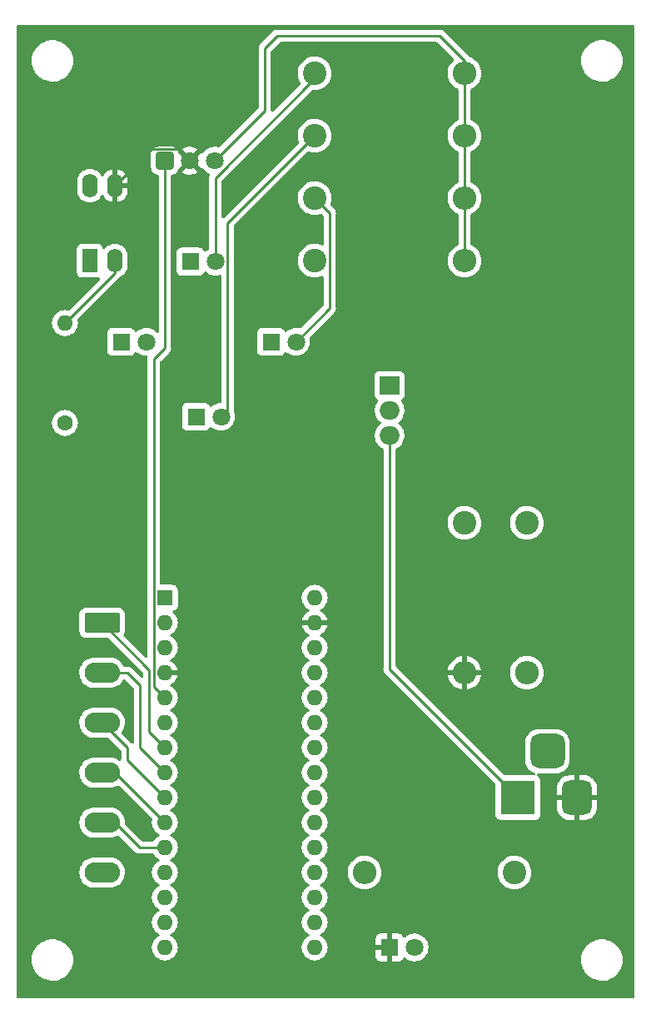
<source format=gbr>
%TF.GenerationSoftware,KiCad,Pcbnew,(5.99.0-9218-g05b559c9dc)*%
%TF.CreationDate,2021-02-22T21:08:47-05:00*%
%TF.ProjectId,LexaBlaster,4c657861-426c-4617-9374-65722e6b6963,rev?*%
%TF.SameCoordinates,Original*%
%TF.FileFunction,Copper,L2,Bot*%
%TF.FilePolarity,Positive*%
%FSLAX46Y46*%
G04 Gerber Fmt 4.6, Leading zero omitted, Abs format (unit mm)*
G04 Created by KiCad (PCBNEW (5.99.0-9218-g05b559c9dc)) date 2021-02-22 21:08:47*
%MOMM*%
%LPD*%
G01*
G04 APERTURE LIST*
G04 Aperture macros list*
%AMRoundRect*
0 Rectangle with rounded corners*
0 $1 Rounding radius*
0 $2 $3 $4 $5 $6 $7 $8 $9 X,Y pos of 4 corners*
0 Add a 4 corners polygon primitive as box body*
4,1,4,$2,$3,$4,$5,$6,$7,$8,$9,$2,$3,0*
0 Add four circle primitives for the rounded corners*
1,1,$1+$1,$2,$3*
1,1,$1+$1,$4,$5*
1,1,$1+$1,$6,$7*
1,1,$1+$1,$8,$9*
0 Add four rect primitives between the rounded corners*
20,1,$1+$1,$2,$3,$4,$5,0*
20,1,$1+$1,$4,$5,$6,$7,0*
20,1,$1+$1,$6,$7,$8,$9,0*
20,1,$1+$1,$8,$9,$2,$3,0*%
G04 Aperture macros list end*
%TA.AperFunction,ComponentPad*%
%ADD10C,1.600000*%
%TD*%
%TA.AperFunction,ComponentPad*%
%ADD11O,1.600000X1.600000*%
%TD*%
%TA.AperFunction,ComponentPad*%
%ADD12R,3.500000X3.500000*%
%TD*%
%TA.AperFunction,ComponentPad*%
%ADD13RoundRect,0.750000X0.750000X1.000000X-0.750000X1.000000X-0.750000X-1.000000X0.750000X-1.000000X0*%
%TD*%
%TA.AperFunction,ComponentPad*%
%ADD14RoundRect,0.875000X0.875000X0.875000X-0.875000X0.875000X-0.875000X-0.875000X0.875000X-0.875000X0*%
%TD*%
%TA.AperFunction,ComponentPad*%
%ADD15C,2.400000*%
%TD*%
%TA.AperFunction,ComponentPad*%
%ADD16O,2.400000X2.400000*%
%TD*%
%TA.AperFunction,ComponentPad*%
%ADD17R,1.800000X1.800000*%
%TD*%
%TA.AperFunction,ComponentPad*%
%ADD18C,1.800000*%
%TD*%
%TA.AperFunction,ComponentPad*%
%ADD19RoundRect,0.249999X-1.550001X0.790001X-1.550001X-0.790001X1.550001X-0.790001X1.550001X0.790001X0*%
%TD*%
%TA.AperFunction,ComponentPad*%
%ADD20O,3.600000X2.080000*%
%TD*%
%TA.AperFunction,ComponentPad*%
%ADD21R,1.600000X2.400000*%
%TD*%
%TA.AperFunction,ComponentPad*%
%ADD22O,1.600000X2.400000*%
%TD*%
%TA.AperFunction,ComponentPad*%
%ADD23R,2.000000X1.905000*%
%TD*%
%TA.AperFunction,ComponentPad*%
%ADD24O,2.000000X1.905000*%
%TD*%
%TA.AperFunction,ComponentPad*%
%ADD25R,1.600000X1.600000*%
%TD*%
%TA.AperFunction,ComponentPad*%
%ADD26RoundRect,0.250200X-0.649800X-0.649800X0.649800X-0.649800X0.649800X0.649800X-0.649800X0.649800X0*%
%TD*%
%TA.AperFunction,Conductor*%
%ADD27C,0.250000*%
%TD*%
G04 APERTURE END LIST*
D10*
%TO.P,R8,1*%
%TO.N,Net-(A1-Pad6)*%
X128270000Y-83820000D03*
D11*
%TO.P,R8,2*%
%TO.N,Net-(Q1-Pad2)*%
X128270000Y-73660000D03*
%TD*%
D12*
%TO.P,J2,1*%
%TO.N,Net-(J2-Pad1)*%
X174340000Y-121920000D03*
D13*
%TO.P,J2,2*%
%TO.N,GND*%
X180340000Y-121920000D03*
D14*
%TO.P,J2,3*%
%TO.N,N/C*%
X177340000Y-117220000D03*
%TD*%
D15*
%TO.P,R5,1*%
%TO.N,Net-(D2-Pad2)*%
X153670000Y-67310000D03*
D16*
%TO.P,R5,2*%
%TO.N,+3V3*%
X168910000Y-67310000D03*
%TD*%
D17*
%TO.P,D5,1,K*%
%TO.N,GND*%
X161290000Y-137160000D03*
D18*
%TO.P,D5,2,A*%
%TO.N,Net-(D5-Pad2)*%
X163830000Y-137160000D03*
%TD*%
D15*
%TO.P,R1,1*%
%TO.N,+3V3*%
X175260000Y-93980000D03*
D16*
%TO.P,R1,2*%
%TO.N,Net-(R1-Pad2)*%
X175260000Y-109220000D03*
%TD*%
D19*
%TO.P,J1,1,Pin_1*%
%TO.N,Net-(A1-Pad7)*%
X132047500Y-104140000D03*
D20*
%TO.P,J1,2,Pin_2*%
%TO.N,Net-(A1-Pad8)*%
X132047500Y-109220000D03*
%TO.P,J1,3,Pin_3*%
%TO.N,Net-(A1-Pad9)*%
X132047500Y-114300000D03*
%TO.P,J1,4,Pin_4*%
%TO.N,Net-(A1-Pad10)*%
X132047500Y-119380000D03*
%TO.P,J1,5,Pin_5*%
%TO.N,Net-(A1-Pad11)*%
X132047500Y-124460000D03*
%TO.P,J1,6,Pin_6*%
%TO.N,Net-(A1-Pad12)*%
X132047500Y-129540000D03*
%TD*%
D17*
%TO.P,D1,1,K*%
%TO.N,Net-(D1-Pad1)*%
X149225000Y-75565000D03*
D18*
%TO.P,D1,2,A*%
%TO.N,Net-(D1-Pad2)*%
X151765000Y-75565000D03*
%TD*%
D17*
%TO.P,D4,1,K*%
%TO.N,Net-(D1-Pad1)*%
X141605000Y-83185000D03*
D18*
%TO.P,D4,2,A*%
%TO.N,Net-(D4-Pad2)*%
X144145000Y-83185000D03*
%TD*%
D21*
%TO.P,Q1,1,D*%
%TO.N,Net-(D1-Pad1)*%
X130810000Y-67310000D03*
D22*
%TO.P,Q1,2,G*%
%TO.N,Net-(Q1-Pad2)*%
X133350000Y-67310000D03*
%TO.P,Q1,3,S*%
%TO.N,GND*%
X133350000Y-59690000D03*
%TO.P,Q1,4*%
%TO.N,N/C*%
X130810000Y-59690000D03*
%TD*%
D23*
%TO.P,U2,1,ADJ*%
%TO.N,Net-(R1-Pad2)*%
X161290000Y-80010000D03*
D24*
%TO.P,U2,2,VO*%
%TO.N,+3V3*%
X161290000Y-82550000D03*
%TO.P,U2,3,VI*%
%TO.N,Net-(J2-Pad1)*%
X161290000Y-85090000D03*
%TD*%
D15*
%TO.P,R2,1*%
%TO.N,Net-(D3-Pad2)*%
X153670000Y-48260000D03*
D16*
%TO.P,R2,2*%
%TO.N,+3V3*%
X168910000Y-48260000D03*
%TD*%
D25*
%TO.P,A1,1,D1/TX*%
%TO.N,N/C*%
X138430000Y-101600000D03*
D11*
%TO.P,A1,2,D0/RX*%
X138430000Y-104140000D03*
%TO.P,A1,3,~RESET*%
X138430000Y-106680000D03*
%TO.P,A1,4,GND*%
%TO.N,GND*%
X138430000Y-109220000D03*
%TO.P,A1,5,D2*%
%TO.N,Net-(A1-Pad5)*%
X138430000Y-111760000D03*
%TO.P,A1,6,D3*%
%TO.N,Net-(A1-Pad6)*%
X138430000Y-114300000D03*
%TO.P,A1,7,D4*%
%TO.N,Net-(A1-Pad7)*%
X138430000Y-116840000D03*
%TO.P,A1,8,D5*%
%TO.N,Net-(A1-Pad8)*%
X138430000Y-119380000D03*
%TO.P,A1,9,D6*%
%TO.N,Net-(A1-Pad9)*%
X138430000Y-121920000D03*
%TO.P,A1,10,D7*%
%TO.N,Net-(A1-Pad10)*%
X138430000Y-124460000D03*
%TO.P,A1,11,D8*%
%TO.N,Net-(A1-Pad11)*%
X138430000Y-127000000D03*
%TO.P,A1,12,D9*%
%TO.N,Net-(A1-Pad12)*%
X138430000Y-129540000D03*
%TO.P,A1,13,D10*%
%TO.N,N/C*%
X138430000Y-132080000D03*
%TO.P,A1,14,D11*%
X138430000Y-134620000D03*
%TO.P,A1,15,D12*%
X138430000Y-137160000D03*
%TO.P,A1,16,D13*%
X153670000Y-137160000D03*
%TO.P,A1,17,3V3*%
%TO.N,+3V3*%
X153670000Y-134620000D03*
%TO.P,A1,18,AREF*%
%TO.N,N/C*%
X153670000Y-132080000D03*
%TO.P,A1,19,A0*%
X153670000Y-129540000D03*
%TO.P,A1,20,A1*%
X153670000Y-127000000D03*
%TO.P,A1,21,A2*%
X153670000Y-124460000D03*
%TO.P,A1,22,A3*%
X153670000Y-121920000D03*
%TO.P,A1,23,A4*%
X153670000Y-119380000D03*
%TO.P,A1,24,A5*%
X153670000Y-116840000D03*
%TO.P,A1,25,A6*%
X153670000Y-114300000D03*
%TO.P,A1,26,A7*%
X153670000Y-111760000D03*
%TO.P,A1,27,+5V*%
X153670000Y-109220000D03*
%TO.P,A1,28,~RESET*%
X153670000Y-106680000D03*
%TO.P,A1,29,GND*%
%TO.N,GND*%
X153670000Y-104140000D03*
%TO.P,A1,30,VIN*%
%TO.N,N/C*%
X153670000Y-101600000D03*
%TD*%
D15*
%TO.P,R7,1*%
%TO.N,Net-(D5-Pad2)*%
X173990000Y-129540000D03*
D16*
%TO.P,R7,2*%
%TO.N,+3V3*%
X158750000Y-129540000D03*
%TD*%
D15*
%TO.P,R4,1*%
%TO.N,Net-(D1-Pad2)*%
X153670000Y-60960000D03*
D16*
%TO.P,R4,2*%
%TO.N,+3V3*%
X168910000Y-60960000D03*
%TD*%
D17*
%TO.P,D3,1,K*%
%TO.N,Net-(D1-Pad1)*%
X141040001Y-67410001D03*
D18*
%TO.P,D3,2,A*%
%TO.N,Net-(D3-Pad2)*%
X143580001Y-67410001D03*
%TD*%
D15*
%TO.P,R6,1*%
%TO.N,Net-(R1-Pad2)*%
X168910000Y-93980000D03*
D16*
%TO.P,R6,2*%
%TO.N,GND*%
X168910000Y-109220000D03*
%TD*%
D17*
%TO.P,D2,1,K*%
%TO.N,Net-(D1-Pad1)*%
X133985000Y-75565000D03*
D18*
%TO.P,D2,2,A*%
%TO.N,Net-(D2-Pad2)*%
X136525000Y-75565000D03*
%TD*%
D15*
%TO.P,R3,1*%
%TO.N,Net-(D4-Pad2)*%
X153670000Y-54610000D03*
D16*
%TO.P,R3,2*%
%TO.N,+3V3*%
X168910000Y-54610000D03*
%TD*%
D26*
%TO.P,U1,1,OUT*%
%TO.N,Net-(A1-Pad5)*%
X138430000Y-57150000D03*
D18*
%TO.P,U1,2,GND*%
%TO.N,GND*%
X140970000Y-57150000D03*
%TO.P,U1,3,Vs*%
%TO.N,+3V3*%
X143510000Y-57150000D03*
%TD*%
D27*
%TO.N,Net-(A1-Pad11)*%
X133317500Y-124460000D02*
X132047500Y-124460000D01*
X138430000Y-127000000D02*
X135857500Y-127000000D01*
X135857500Y-127000000D02*
X133317500Y-124460000D01*
%TO.N,Net-(A1-Pad10)*%
X133350000Y-119380000D02*
X132047500Y-119380000D01*
X138430000Y-124460000D02*
X133350000Y-119380000D01*
%TO.N,Net-(A1-Pad9)*%
X132047500Y-114300000D02*
X134620000Y-116872500D01*
X134620000Y-116872500D02*
X134620000Y-118110000D01*
X134620000Y-118110000D02*
X138430000Y-121920000D01*
%TO.N,Net-(A1-Pad8)*%
X134620000Y-109220000D02*
X135890000Y-110490000D01*
X135890000Y-116840000D02*
X138430000Y-119380000D01*
X132047500Y-109220000D02*
X134620000Y-109220000D01*
X135890000Y-110490000D02*
X135890000Y-116840000D01*
%TO.N,Net-(A1-Pad7)*%
X136854978Y-115264978D02*
X138430000Y-116840000D01*
X136854978Y-108947478D02*
X136854978Y-115264978D01*
X132047500Y-104140000D02*
X136854978Y-108947478D01*
%TO.N,Net-(A1-Pad5)*%
X138430000Y-111760000D02*
X137304989Y-110634989D01*
X137304989Y-77325011D02*
X138430000Y-76200000D01*
X138430000Y-76200000D02*
X138430000Y-57150000D01*
X137304989Y-110634989D02*
X137304989Y-77325011D01*
%TO.N,+3V3*%
X168910000Y-48260000D02*
X168910000Y-54610000D01*
X166370000Y-44450000D02*
X168910000Y-46990000D01*
X148590000Y-45720000D02*
X149860000Y-44450000D01*
X148590000Y-52070000D02*
X148590000Y-45720000D01*
X149860000Y-44450000D02*
X166370000Y-44450000D01*
X168910000Y-46990000D02*
X168910000Y-48260000D01*
X168910000Y-67310000D02*
X168910000Y-60960000D01*
X168910000Y-60960000D02*
X168910000Y-54610000D01*
X143510000Y-57150000D02*
X148590000Y-52070000D01*
%TO.N,Net-(D1-Pad2)*%
X153670000Y-60960000D02*
X155195011Y-62485011D01*
X155195011Y-62485011D02*
X155195011Y-72134989D01*
X155195011Y-72134989D02*
X151765000Y-75565000D01*
%TO.N,GND*%
X137115020Y-55924980D02*
X133350000Y-59690000D01*
X139744980Y-55924980D02*
X137115020Y-55924980D01*
X140970000Y-57150000D02*
X139744980Y-55924980D01*
%TO.N,Net-(Q1-Pad2)*%
X133350000Y-68580000D02*
X128270000Y-73660000D01*
X133350000Y-67310000D02*
X133350000Y-68580000D01*
%TO.N,Net-(D3-Pad2)*%
X143580001Y-58893016D02*
X143580001Y-67410001D01*
X153670000Y-48803017D02*
X143580001Y-58893016D01*
X153670000Y-48260000D02*
X153670000Y-48803017D01*
%TO.N,Net-(D4-Pad2)*%
X153670000Y-54610000D02*
X144805012Y-63474988D01*
X144805012Y-82524988D02*
X144145000Y-83185000D01*
X144805012Y-63474988D02*
X144805012Y-82524988D01*
%TO.N,Net-(J2-Pad1)*%
X174340000Y-121920000D02*
X161290000Y-108870000D01*
X161290000Y-108870000D02*
X161290000Y-85090000D01*
%TD*%
%TA.AperFunction,Conductor*%
%TO.N,GND*%
G36*
X186124121Y-43378002D02*
G01*
X186170614Y-43431658D01*
X186182000Y-43484000D01*
X186182000Y-142216000D01*
X186161998Y-142284121D01*
X186108342Y-142330614D01*
X186056000Y-142342000D01*
X123494000Y-142342000D01*
X123425879Y-142321998D01*
X123379386Y-142268342D01*
X123368000Y-142216000D01*
X123368000Y-138407868D01*
X124886616Y-138407868D01*
X124903166Y-138694892D01*
X124903991Y-138699097D01*
X124903992Y-138699105D01*
X124915223Y-138756348D01*
X124958516Y-138977014D01*
X125051642Y-139249014D01*
X125180822Y-139505859D01*
X125343664Y-139742796D01*
X125537155Y-139955440D01*
X125757716Y-140139857D01*
X125761357Y-140142141D01*
X125997624Y-140290352D01*
X125997628Y-140290354D01*
X126001264Y-140292635D01*
X126263293Y-140410945D01*
X126267412Y-140412165D01*
X126534841Y-140491382D01*
X126534846Y-140491383D01*
X126538954Y-140492600D01*
X126543188Y-140493248D01*
X126543193Y-140493249D01*
X126796037Y-140531940D01*
X126823147Y-140536088D01*
X126969498Y-140538387D01*
X127106321Y-140540537D01*
X127106327Y-140540537D01*
X127110612Y-140540604D01*
X127114864Y-140540089D01*
X127114872Y-140540089D01*
X127336529Y-140513265D01*
X127396030Y-140506064D01*
X127400179Y-140504976D01*
X127400182Y-140504975D01*
X127669970Y-140434198D01*
X127674121Y-140433109D01*
X127939736Y-140323087D01*
X127988827Y-140294401D01*
X128184255Y-140180202D01*
X128184257Y-140180200D01*
X128187963Y-140178035D01*
X128414208Y-140000637D01*
X128614283Y-139794175D01*
X128616816Y-139790727D01*
X128616820Y-139790722D01*
X128781949Y-139565925D01*
X128784487Y-139562470D01*
X128815224Y-139505859D01*
X128919621Y-139313585D01*
X128919622Y-139313583D01*
X128921671Y-139309809D01*
X129023295Y-139040869D01*
X129087479Y-138760624D01*
X129092970Y-138699105D01*
X129112816Y-138476728D01*
X129112816Y-138476726D01*
X129113036Y-138474262D01*
X129113500Y-138430000D01*
X129110907Y-138391963D01*
X129094238Y-138147442D01*
X129094237Y-138147436D01*
X129093946Y-138143165D01*
X129089409Y-138121254D01*
X129036513Y-137865835D01*
X129035644Y-137861638D01*
X128939674Y-137590628D01*
X128807812Y-137335150D01*
X128642498Y-137099931D01*
X128639573Y-137096783D01*
X128449711Y-136892468D01*
X128449708Y-136892466D01*
X128446790Y-136889325D01*
X128443474Y-136886611D01*
X128443471Y-136886608D01*
X128227629Y-136709942D01*
X128227622Y-136709937D01*
X128224311Y-136707227D01*
X127979176Y-136557009D01*
X127975240Y-136555281D01*
X127719851Y-136443172D01*
X127719847Y-136443171D01*
X127715923Y-136441448D01*
X127439421Y-136362685D01*
X127228794Y-136332708D01*
X127159041Y-136322781D01*
X127159039Y-136322781D01*
X127154789Y-136322176D01*
X127003976Y-136321387D01*
X126871579Y-136320693D01*
X126871573Y-136320693D01*
X126867292Y-136320671D01*
X126863048Y-136321230D01*
X126863044Y-136321230D01*
X126737864Y-136337710D01*
X126582251Y-136358197D01*
X126578111Y-136359330D01*
X126578109Y-136359330D01*
X126561547Y-136363861D01*
X126304940Y-136434061D01*
X126283580Y-136443172D01*
X126044433Y-136545176D01*
X126044426Y-136545180D01*
X126040491Y-136546858D01*
X126036810Y-136549061D01*
X125797479Y-136692297D01*
X125797475Y-136692300D01*
X125793797Y-136694501D01*
X125790454Y-136697179D01*
X125790450Y-136697182D01*
X125773506Y-136710757D01*
X125569423Y-136874259D01*
X125566479Y-136877361D01*
X125566475Y-136877365D01*
X125424497Y-137026978D01*
X125371520Y-137082804D01*
X125203752Y-137316279D01*
X125069222Y-137570362D01*
X124970419Y-137840352D01*
X124909173Y-138121254D01*
X124886616Y-138407868D01*
X123368000Y-138407868D01*
X123368000Y-129594216D01*
X129734946Y-129594216D01*
X129735527Y-129599236D01*
X129735527Y-129599240D01*
X129755679Y-129773402D01*
X129763586Y-129841743D01*
X129831432Y-130081507D01*
X129833567Y-130086086D01*
X129833568Y-130086088D01*
X129853514Y-130128861D01*
X129936740Y-130307339D01*
X129939581Y-130311519D01*
X129939583Y-130311523D01*
X129983966Y-130376830D01*
X130076798Y-130513429D01*
X130080275Y-130517106D01*
X130080280Y-130517112D01*
X130173080Y-130615244D01*
X130248006Y-130694475D01*
X130445956Y-130845820D01*
X130665558Y-130963570D01*
X130901160Y-131044694D01*
X131028842Y-131066748D01*
X131142792Y-131086431D01*
X131142798Y-131086432D01*
X131146702Y-131087106D01*
X131150663Y-131087286D01*
X131150664Y-131087286D01*
X131175979Y-131088436D01*
X131175998Y-131088436D01*
X131177398Y-131088500D01*
X132869643Y-131088500D01*
X132872151Y-131088298D01*
X132872156Y-131088298D01*
X133050833Y-131073922D01*
X133050837Y-131073921D01*
X133055875Y-131073516D01*
X133060783Y-131072310D01*
X133060786Y-131072310D01*
X133292948Y-131015286D01*
X133292951Y-131015285D01*
X133297861Y-131014079D01*
X133527230Y-130916717D01*
X133531515Y-130914019D01*
X133531520Y-130914016D01*
X133644686Y-130842751D01*
X133738083Y-130783936D01*
X133924994Y-130619152D01*
X134083155Y-130426604D01*
X134208497Y-130211245D01*
X134256540Y-130086088D01*
X134295981Y-129983341D01*
X134295982Y-129983337D01*
X134297794Y-129978617D01*
X134298829Y-129973664D01*
X134347716Y-129739656D01*
X134347716Y-129739652D01*
X134348750Y-129734705D01*
X134360054Y-129485784D01*
X134346157Y-129365674D01*
X134331996Y-129243284D01*
X134331995Y-129243280D01*
X134331414Y-129238257D01*
X134263568Y-128998493D01*
X134158260Y-128772661D01*
X134018202Y-128566571D01*
X134014725Y-128562894D01*
X134014720Y-128562888D01*
X133850473Y-128389204D01*
X133846994Y-128385525D01*
X133649044Y-128234180D01*
X133429442Y-128116430D01*
X133193840Y-128035306D01*
X133066158Y-128013252D01*
X132952208Y-127993569D01*
X132952202Y-127993568D01*
X132948298Y-127992894D01*
X132944337Y-127992714D01*
X132944336Y-127992714D01*
X132919021Y-127991564D01*
X132919002Y-127991564D01*
X132917602Y-127991500D01*
X131225357Y-127991500D01*
X131222849Y-127991702D01*
X131222844Y-127991702D01*
X131044167Y-128006078D01*
X131044163Y-128006079D01*
X131039125Y-128006484D01*
X131034217Y-128007690D01*
X131034214Y-128007690D01*
X130802052Y-128064714D01*
X130802049Y-128064715D01*
X130797139Y-128065921D01*
X130567770Y-128163283D01*
X130563485Y-128165981D01*
X130563480Y-128165984D01*
X130458979Y-128231792D01*
X130356917Y-128296064D01*
X130170006Y-128460848D01*
X130011845Y-128653396D01*
X129886503Y-128868755D01*
X129884690Y-128873478D01*
X129799247Y-129096067D01*
X129797206Y-129101383D01*
X129796172Y-129106333D01*
X129796171Y-129106336D01*
X129758725Y-129285582D01*
X129746250Y-129345295D01*
X129734946Y-129594216D01*
X123368000Y-129594216D01*
X123368000Y-109274216D01*
X129734946Y-109274216D01*
X129735527Y-109279236D01*
X129735527Y-109279240D01*
X129760070Y-109491352D01*
X129763586Y-109521743D01*
X129831432Y-109761507D01*
X129833567Y-109766086D01*
X129833568Y-109766088D01*
X129853514Y-109808861D01*
X129936740Y-109987339D01*
X129939581Y-109991519D01*
X129939583Y-109991523D01*
X129983966Y-110056830D01*
X130076798Y-110193429D01*
X130080275Y-110197106D01*
X130080280Y-110197112D01*
X130173080Y-110295244D01*
X130248006Y-110374475D01*
X130445956Y-110525820D01*
X130665558Y-110643570D01*
X130901160Y-110724694D01*
X131028842Y-110746748D01*
X131142792Y-110766431D01*
X131142798Y-110766432D01*
X131146702Y-110767106D01*
X131150663Y-110767286D01*
X131150664Y-110767286D01*
X131175979Y-110768436D01*
X131175998Y-110768436D01*
X131177398Y-110768500D01*
X132869643Y-110768500D01*
X132872151Y-110768298D01*
X132872156Y-110768298D01*
X133050833Y-110753922D01*
X133050837Y-110753921D01*
X133055875Y-110753516D01*
X133060783Y-110752310D01*
X133060786Y-110752310D01*
X133292948Y-110695286D01*
X133292951Y-110695285D01*
X133297861Y-110694079D01*
X133527230Y-110596717D01*
X133531515Y-110594019D01*
X133531520Y-110594016D01*
X133677184Y-110502286D01*
X133738083Y-110463936D01*
X133924994Y-110299152D01*
X134083155Y-110106604D01*
X134194020Y-109916119D01*
X134245574Y-109867306D01*
X134302919Y-109853500D01*
X134305406Y-109853500D01*
X134373527Y-109873502D01*
X134394501Y-109890405D01*
X135219595Y-110715499D01*
X135253621Y-110777811D01*
X135256500Y-110804594D01*
X135256500Y-116308906D01*
X135236498Y-116377027D01*
X135182842Y-116423520D01*
X135112568Y-116433624D01*
X135047988Y-116404130D01*
X135041405Y-116398001D01*
X134049779Y-115406375D01*
X134015753Y-115344063D01*
X134020818Y-115273248D01*
X134041509Y-115237304D01*
X134083155Y-115186604D01*
X134208497Y-114971245D01*
X134256540Y-114846088D01*
X134295981Y-114743341D01*
X134295982Y-114743337D01*
X134297794Y-114738617D01*
X134348750Y-114494705D01*
X134360054Y-114245784D01*
X134359473Y-114240760D01*
X134331996Y-114003284D01*
X134331995Y-114003280D01*
X134331414Y-113998257D01*
X134263568Y-113758493D01*
X134158260Y-113532661D01*
X134018202Y-113326571D01*
X134014725Y-113322894D01*
X134014720Y-113322888D01*
X133850473Y-113149204D01*
X133846994Y-113145525D01*
X133649044Y-112994180D01*
X133429442Y-112876430D01*
X133193840Y-112795306D01*
X133066158Y-112773252D01*
X132952208Y-112753569D01*
X132952202Y-112753568D01*
X132948298Y-112752894D01*
X132944337Y-112752714D01*
X132944336Y-112752714D01*
X132919021Y-112751564D01*
X132919002Y-112751564D01*
X132917602Y-112751500D01*
X131225357Y-112751500D01*
X131222849Y-112751702D01*
X131222844Y-112751702D01*
X131044167Y-112766078D01*
X131044163Y-112766079D01*
X131039125Y-112766484D01*
X131034217Y-112767690D01*
X131034214Y-112767690D01*
X130802052Y-112824714D01*
X130802049Y-112824715D01*
X130797139Y-112825921D01*
X130567770Y-112923283D01*
X130563485Y-112925981D01*
X130563480Y-112925984D01*
X130458979Y-112991792D01*
X130356917Y-113056064D01*
X130170006Y-113220848D01*
X130011845Y-113413396D01*
X129886503Y-113628755D01*
X129884690Y-113633478D01*
X129799247Y-113856067D01*
X129797206Y-113861383D01*
X129746250Y-114105295D01*
X129734946Y-114354216D01*
X129735527Y-114359236D01*
X129735527Y-114359240D01*
X129755679Y-114533402D01*
X129763586Y-114601743D01*
X129831432Y-114841507D01*
X129936740Y-115067339D01*
X129939581Y-115071519D01*
X129939583Y-115071523D01*
X129985978Y-115139791D01*
X130076798Y-115273429D01*
X130080275Y-115277106D01*
X130080280Y-115277112D01*
X130202520Y-115406375D01*
X130248006Y-115454475D01*
X130445956Y-115605820D01*
X130665558Y-115723570D01*
X130901160Y-115804694D01*
X131028842Y-115826748D01*
X131142792Y-115846431D01*
X131142798Y-115846432D01*
X131146702Y-115847106D01*
X131150663Y-115847286D01*
X131150664Y-115847286D01*
X131175979Y-115848436D01*
X131175998Y-115848436D01*
X131177398Y-115848500D01*
X132647906Y-115848500D01*
X132716027Y-115868502D01*
X132737001Y-115885405D01*
X133949595Y-117098000D01*
X133983621Y-117160312D01*
X133986500Y-117187095D01*
X133986500Y-118031616D01*
X133985986Y-118042520D01*
X133984334Y-118049911D01*
X133984583Y-118057836D01*
X133984583Y-118057837D01*
X133985035Y-118072212D01*
X133967183Y-118140927D01*
X133915014Y-118189083D01*
X133845092Y-118201389D01*
X133782568Y-118176266D01*
X133653065Y-118077253D01*
X133653054Y-118077246D01*
X133649044Y-118074180D01*
X133429442Y-117956430D01*
X133193840Y-117875306D01*
X133066158Y-117853252D01*
X132952208Y-117833569D01*
X132952202Y-117833568D01*
X132948298Y-117832894D01*
X132944337Y-117832714D01*
X132944336Y-117832714D01*
X132919021Y-117831564D01*
X132919002Y-117831564D01*
X132917602Y-117831500D01*
X131225357Y-117831500D01*
X131222849Y-117831702D01*
X131222844Y-117831702D01*
X131044167Y-117846078D01*
X131044163Y-117846079D01*
X131039125Y-117846484D01*
X131034217Y-117847690D01*
X131034214Y-117847690D01*
X130802052Y-117904714D01*
X130802049Y-117904715D01*
X130797139Y-117905921D01*
X130567770Y-118003283D01*
X130563485Y-118005981D01*
X130563480Y-118005984D01*
X130458979Y-118071792D01*
X130356917Y-118136064D01*
X130170006Y-118300848D01*
X130011845Y-118493396D01*
X129886503Y-118708755D01*
X129884690Y-118713478D01*
X129799247Y-118936067D01*
X129797206Y-118941383D01*
X129796172Y-118946333D01*
X129796171Y-118946336D01*
X129747960Y-119177111D01*
X129746250Y-119185295D01*
X129734946Y-119434216D01*
X129735527Y-119439236D01*
X129735527Y-119439240D01*
X129762248Y-119670175D01*
X129763586Y-119681743D01*
X129764962Y-119686607D01*
X129764963Y-119686610D01*
X129779682Y-119738627D01*
X129831432Y-119921507D01*
X129833567Y-119926086D01*
X129833568Y-119926088D01*
X129841160Y-119942368D01*
X129936740Y-120147339D01*
X130076798Y-120353429D01*
X130080275Y-120357106D01*
X130080280Y-120357112D01*
X130201375Y-120485165D01*
X130248006Y-120534475D01*
X130445956Y-120685820D01*
X130665558Y-120803570D01*
X130901160Y-120884694D01*
X131028842Y-120906748D01*
X131142792Y-120926431D01*
X131142798Y-120926432D01*
X131146702Y-120927106D01*
X131150663Y-120927286D01*
X131150664Y-120927286D01*
X131175979Y-120928436D01*
X131175998Y-120928436D01*
X131177398Y-120928500D01*
X132869643Y-120928500D01*
X132872151Y-120928298D01*
X132872156Y-120928298D01*
X133050833Y-120913922D01*
X133050837Y-120913921D01*
X133055875Y-120913516D01*
X133060783Y-120912310D01*
X133060786Y-120912310D01*
X133292948Y-120855286D01*
X133292951Y-120855285D01*
X133297861Y-120854079D01*
X133527230Y-120756717D01*
X133628396Y-120693010D01*
X133696697Y-120673636D01*
X133764631Y-120694265D01*
X133784632Y-120710536D01*
X137120846Y-124046750D01*
X137154872Y-124109062D01*
X137153458Y-124168456D01*
X137149598Y-124182861D01*
X137136455Y-124231913D01*
X137116500Y-124460000D01*
X137136455Y-124688087D01*
X137195714Y-124909243D01*
X137198036Y-124914224D01*
X137198037Y-124914225D01*
X137290150Y-125111763D01*
X137290153Y-125111768D01*
X137292476Y-125116750D01*
X137295632Y-125121257D01*
X137295633Y-125121259D01*
X137372841Y-125231523D01*
X137423801Y-125304302D01*
X137585698Y-125466199D01*
X137590206Y-125469356D01*
X137590209Y-125469358D01*
X137768741Y-125594367D01*
X137773250Y-125597524D01*
X137778232Y-125599847D01*
X137778237Y-125599850D01*
X137812454Y-125615805D01*
X137865739Y-125662722D01*
X137885200Y-125730999D01*
X137864658Y-125798959D01*
X137812454Y-125844195D01*
X137778237Y-125860150D01*
X137778232Y-125860153D01*
X137773250Y-125862476D01*
X137768743Y-125865632D01*
X137768741Y-125865633D01*
X137590209Y-125990642D01*
X137590206Y-125990644D01*
X137585698Y-125993801D01*
X137423801Y-126155698D01*
X137420643Y-126160208D01*
X137420638Y-126160214D01*
X137313818Y-126312770D01*
X137258361Y-126357099D01*
X137210605Y-126366500D01*
X136172094Y-126366500D01*
X136103973Y-126346498D01*
X136082999Y-126329595D01*
X134390625Y-124637221D01*
X134356599Y-124574909D01*
X134353850Y-124542410D01*
X134357592Y-124460000D01*
X134360054Y-124405784D01*
X134359473Y-124400760D01*
X134331996Y-124163284D01*
X134331995Y-124163280D01*
X134331414Y-124158257D01*
X134316420Y-124105267D01*
X134264944Y-123923356D01*
X134263568Y-123918493D01*
X134257119Y-123904662D01*
X134201033Y-123784387D01*
X134158260Y-123692661D01*
X134018202Y-123486571D01*
X134014725Y-123482894D01*
X134014720Y-123482888D01*
X133850473Y-123309204D01*
X133846994Y-123305525D01*
X133649044Y-123154180D01*
X133429442Y-123036430D01*
X133193840Y-122955306D01*
X133066158Y-122933252D01*
X132952208Y-122913569D01*
X132952202Y-122913568D01*
X132948298Y-122912894D01*
X132944337Y-122912714D01*
X132944336Y-122912714D01*
X132919021Y-122911564D01*
X132919002Y-122911564D01*
X132917602Y-122911500D01*
X131225357Y-122911500D01*
X131222849Y-122911702D01*
X131222844Y-122911702D01*
X131044167Y-122926078D01*
X131044163Y-122926079D01*
X131039125Y-122926484D01*
X131034217Y-122927690D01*
X131034214Y-122927690D01*
X130802052Y-122984714D01*
X130802049Y-122984715D01*
X130797139Y-122985921D01*
X130567770Y-123083283D01*
X130563485Y-123085981D01*
X130563480Y-123085984D01*
X130480781Y-123138063D01*
X130356917Y-123216064D01*
X130170006Y-123380848D01*
X130011845Y-123573396D01*
X129886503Y-123788755D01*
X129884690Y-123793478D01*
X129799247Y-124016067D01*
X129797206Y-124021383D01*
X129796172Y-124026333D01*
X129796171Y-124026336D01*
X129763372Y-124183339D01*
X129746250Y-124265295D01*
X129734946Y-124514216D01*
X129735527Y-124519236D01*
X129735527Y-124519240D01*
X129755679Y-124693402D01*
X129763586Y-124761743D01*
X129831432Y-125001507D01*
X129936740Y-125227339D01*
X130076798Y-125433429D01*
X130080275Y-125437106D01*
X130080280Y-125437112D01*
X130228991Y-125594367D01*
X130248006Y-125614475D01*
X130445956Y-125765820D01*
X130665558Y-125883570D01*
X130901160Y-125964694D01*
X131028842Y-125986748D01*
X131142792Y-126006431D01*
X131142798Y-126006432D01*
X131146702Y-126007106D01*
X131150663Y-126007286D01*
X131150664Y-126007286D01*
X131175979Y-126008436D01*
X131175998Y-126008436D01*
X131177398Y-126008500D01*
X132869643Y-126008500D01*
X132872151Y-126008298D01*
X132872156Y-126008298D01*
X133050833Y-125993922D01*
X133050837Y-125993921D01*
X133055875Y-125993516D01*
X133060783Y-125992310D01*
X133060786Y-125992310D01*
X133292948Y-125935286D01*
X133292951Y-125935285D01*
X133297861Y-125934079D01*
X133527230Y-125836717D01*
X133608454Y-125785568D01*
X133676755Y-125766194D01*
X133744689Y-125786823D01*
X133764690Y-125803094D01*
X135354118Y-127392523D01*
X135361469Y-127400601D01*
X135365527Y-127406995D01*
X135371306Y-127412422D01*
X135371307Y-127412423D01*
X135414362Y-127452854D01*
X135417204Y-127455609D01*
X135437533Y-127475938D01*
X135440953Y-127478590D01*
X135449976Y-127486297D01*
X135482199Y-127516557D01*
X135489143Y-127520374D01*
X135489148Y-127520378D01*
X135499950Y-127526316D01*
X135516477Y-127537172D01*
X135532477Y-127549583D01*
X135539748Y-127552730D01*
X135539749Y-127552730D01*
X135573051Y-127567141D01*
X135583707Y-127572362D01*
X135622452Y-127593662D01*
X135630135Y-127595634D01*
X135630136Y-127595635D01*
X135642068Y-127598699D01*
X135660772Y-127605103D01*
X135672085Y-127609999D01*
X135672092Y-127610001D01*
X135679364Y-127613148D01*
X135687188Y-127614387D01*
X135687191Y-127614388D01*
X135723035Y-127620065D01*
X135734656Y-127622472D01*
X135771718Y-127631987D01*
X135777475Y-127633465D01*
X135778031Y-127633500D01*
X135797952Y-127633500D01*
X135817662Y-127635051D01*
X135829614Y-127636944D01*
X135829615Y-127636944D01*
X135837444Y-127638184D01*
X135845336Y-127637438D01*
X135881082Y-127634059D01*
X135892940Y-127633500D01*
X137210605Y-127633500D01*
X137278726Y-127653502D01*
X137313818Y-127687230D01*
X137420638Y-127839786D01*
X137420642Y-127839791D01*
X137423801Y-127844302D01*
X137585698Y-128006199D01*
X137590206Y-128009356D01*
X137590209Y-128009358D01*
X137768741Y-128134367D01*
X137773250Y-128137524D01*
X137778232Y-128139847D01*
X137778237Y-128139850D01*
X137812454Y-128155805D01*
X137865739Y-128202722D01*
X137885200Y-128270999D01*
X137864658Y-128338959D01*
X137812454Y-128384195D01*
X137778237Y-128400150D01*
X137778232Y-128400153D01*
X137773250Y-128402476D01*
X137768743Y-128405632D01*
X137768741Y-128405633D01*
X137590209Y-128530642D01*
X137590206Y-128530644D01*
X137585698Y-128533801D01*
X137423801Y-128695698D01*
X137420644Y-128700206D01*
X137420642Y-128700209D01*
X137369911Y-128772661D01*
X137292476Y-128883250D01*
X137290153Y-128888232D01*
X137290150Y-128888237D01*
X137198037Y-129085775D01*
X137195714Y-129090757D01*
X137194292Y-129096065D01*
X137194291Y-129096067D01*
X137190587Y-129109890D01*
X137136455Y-129311913D01*
X137116500Y-129540000D01*
X137136455Y-129768087D01*
X137137879Y-129773400D01*
X137137879Y-129773402D01*
X137194133Y-129983341D01*
X137195714Y-129989243D01*
X137198036Y-129994224D01*
X137198037Y-129994225D01*
X137290150Y-130191763D01*
X137290153Y-130191768D01*
X137292476Y-130196750D01*
X137295632Y-130201257D01*
X137295633Y-130201259D01*
X137413430Y-130369490D01*
X137423801Y-130384302D01*
X137585698Y-130546199D01*
X137590206Y-130549356D01*
X137590209Y-130549358D01*
X137768741Y-130674367D01*
X137773250Y-130677524D01*
X137778232Y-130679847D01*
X137778237Y-130679850D01*
X137812454Y-130695805D01*
X137865739Y-130742722D01*
X137885200Y-130810999D01*
X137864658Y-130878959D01*
X137812454Y-130924195D01*
X137778237Y-130940150D01*
X137778232Y-130940153D01*
X137773250Y-130942476D01*
X137768743Y-130945632D01*
X137768741Y-130945633D01*
X137590209Y-131070642D01*
X137590206Y-131070644D01*
X137585698Y-131073801D01*
X137423801Y-131235698D01*
X137420644Y-131240206D01*
X137420642Y-131240209D01*
X137411352Y-131253477D01*
X137292476Y-131423250D01*
X137290153Y-131428232D01*
X137290150Y-131428237D01*
X137198037Y-131625775D01*
X137195714Y-131630757D01*
X137136455Y-131851913D01*
X137116500Y-132080000D01*
X137136455Y-132308087D01*
X137195714Y-132529243D01*
X137198036Y-132534224D01*
X137198037Y-132534225D01*
X137290150Y-132731763D01*
X137290153Y-132731768D01*
X137292476Y-132736750D01*
X137423801Y-132924302D01*
X137585698Y-133086199D01*
X137590206Y-133089356D01*
X137590209Y-133089358D01*
X137768741Y-133214367D01*
X137773250Y-133217524D01*
X137778232Y-133219847D01*
X137778237Y-133219850D01*
X137812454Y-133235805D01*
X137865739Y-133282722D01*
X137885200Y-133350999D01*
X137864658Y-133418959D01*
X137812454Y-133464195D01*
X137778237Y-133480150D01*
X137778232Y-133480153D01*
X137773250Y-133482476D01*
X137768743Y-133485632D01*
X137768741Y-133485633D01*
X137590209Y-133610642D01*
X137590206Y-133610644D01*
X137585698Y-133613801D01*
X137423801Y-133775698D01*
X137292476Y-133963250D01*
X137290153Y-133968232D01*
X137290150Y-133968237D01*
X137198037Y-134165775D01*
X137195714Y-134170757D01*
X137136455Y-134391913D01*
X137116500Y-134620000D01*
X137136455Y-134848087D01*
X137195714Y-135069243D01*
X137198036Y-135074224D01*
X137198037Y-135074225D01*
X137290150Y-135271763D01*
X137290153Y-135271768D01*
X137292476Y-135276750D01*
X137423801Y-135464302D01*
X137585698Y-135626199D01*
X137590206Y-135629356D01*
X137590209Y-135629358D01*
X137766596Y-135752865D01*
X137773250Y-135757524D01*
X137778232Y-135759847D01*
X137778237Y-135759850D01*
X137812454Y-135775805D01*
X137865739Y-135822722D01*
X137885200Y-135890999D01*
X137864658Y-135958959D01*
X137812454Y-136004195D01*
X137778237Y-136020150D01*
X137778232Y-136020153D01*
X137773250Y-136022476D01*
X137768743Y-136025632D01*
X137768741Y-136025633D01*
X137590209Y-136150642D01*
X137590206Y-136150644D01*
X137585698Y-136153801D01*
X137423801Y-136315698D01*
X137420644Y-136320206D01*
X137420642Y-136320209D01*
X137336573Y-136440273D01*
X137292476Y-136503250D01*
X137290153Y-136508232D01*
X137290150Y-136508237D01*
X137204322Y-136692297D01*
X137195714Y-136710757D01*
X137194292Y-136716065D01*
X137194291Y-136716067D01*
X137147024Y-136892468D01*
X137136455Y-136931913D01*
X137116500Y-137160000D01*
X137136455Y-137388087D01*
X137137879Y-137393400D01*
X137137879Y-137393402D01*
X137166967Y-137501957D01*
X137195714Y-137609243D01*
X137198036Y-137614224D01*
X137198037Y-137614225D01*
X137290150Y-137811763D01*
X137290153Y-137811768D01*
X137292476Y-137816750D01*
X137295632Y-137821257D01*
X137295633Y-137821259D01*
X137326846Y-137865835D01*
X137423801Y-138004302D01*
X137585698Y-138166199D01*
X137590206Y-138169356D01*
X137590209Y-138169358D01*
X137768741Y-138294367D01*
X137773250Y-138297524D01*
X137778232Y-138299847D01*
X137778237Y-138299850D01*
X137975775Y-138391963D01*
X137980757Y-138394286D01*
X137986065Y-138395708D01*
X137986067Y-138395709D01*
X138196598Y-138452121D01*
X138196600Y-138452121D01*
X138201913Y-138453545D01*
X138430000Y-138473500D01*
X138658087Y-138453545D01*
X138663400Y-138452121D01*
X138663402Y-138452121D01*
X138873933Y-138395709D01*
X138873935Y-138395708D01*
X138879243Y-138394286D01*
X138884225Y-138391963D01*
X139081763Y-138299850D01*
X139081768Y-138299847D01*
X139086750Y-138297524D01*
X139091259Y-138294367D01*
X139269791Y-138169358D01*
X139269794Y-138169356D01*
X139274302Y-138166199D01*
X139436199Y-138004302D01*
X139533155Y-137865835D01*
X139564367Y-137821259D01*
X139564368Y-137821257D01*
X139567524Y-137816750D01*
X139569847Y-137811768D01*
X139569850Y-137811763D01*
X139661963Y-137614225D01*
X139661964Y-137614224D01*
X139664286Y-137609243D01*
X139693034Y-137501957D01*
X139722121Y-137393402D01*
X139722121Y-137393400D01*
X139723545Y-137388087D01*
X139743500Y-137160000D01*
X139723545Y-136931913D01*
X139712976Y-136892468D01*
X139665709Y-136716067D01*
X139665708Y-136716065D01*
X139664286Y-136710757D01*
X139655678Y-136692297D01*
X139569850Y-136508237D01*
X139569847Y-136508232D01*
X139567524Y-136503250D01*
X139523427Y-136440273D01*
X139439358Y-136320209D01*
X139439356Y-136320206D01*
X139436199Y-136315698D01*
X139274302Y-136153801D01*
X139269794Y-136150644D01*
X139269791Y-136150642D01*
X139091259Y-136025633D01*
X139091257Y-136025632D01*
X139086750Y-136022476D01*
X139081768Y-136020153D01*
X139081763Y-136020150D01*
X139047546Y-136004195D01*
X138994261Y-135957278D01*
X138974800Y-135889001D01*
X138995342Y-135821041D01*
X139047546Y-135775805D01*
X139081763Y-135759850D01*
X139081768Y-135759847D01*
X139086750Y-135757524D01*
X139093404Y-135752865D01*
X139269791Y-135629358D01*
X139269794Y-135629356D01*
X139274302Y-135626199D01*
X139436199Y-135464302D01*
X139567524Y-135276750D01*
X139569847Y-135271768D01*
X139569850Y-135271763D01*
X139661963Y-135074225D01*
X139661964Y-135074224D01*
X139664286Y-135069243D01*
X139723545Y-134848087D01*
X139743500Y-134620000D01*
X139723545Y-134391913D01*
X139664286Y-134170757D01*
X139661963Y-134165775D01*
X139569850Y-133968237D01*
X139569847Y-133968232D01*
X139567524Y-133963250D01*
X139436199Y-133775698D01*
X139274302Y-133613801D01*
X139269794Y-133610644D01*
X139269791Y-133610642D01*
X139091259Y-133485633D01*
X139091257Y-133485632D01*
X139086750Y-133482476D01*
X139081768Y-133480153D01*
X139081763Y-133480150D01*
X139047546Y-133464195D01*
X138994261Y-133417278D01*
X138974800Y-133349001D01*
X138995342Y-133281041D01*
X139047546Y-133235805D01*
X139081763Y-133219850D01*
X139081768Y-133219847D01*
X139086750Y-133217524D01*
X139091259Y-133214367D01*
X139269791Y-133089358D01*
X139269794Y-133089356D01*
X139274302Y-133086199D01*
X139436199Y-132924302D01*
X139567524Y-132736750D01*
X139569847Y-132731768D01*
X139569850Y-132731763D01*
X139661963Y-132534225D01*
X139661964Y-132534224D01*
X139664286Y-132529243D01*
X139723545Y-132308087D01*
X139743500Y-132080000D01*
X139723545Y-131851913D01*
X139664286Y-131630757D01*
X139661963Y-131625775D01*
X139569850Y-131428237D01*
X139569847Y-131428232D01*
X139567524Y-131423250D01*
X139448648Y-131253477D01*
X139439358Y-131240209D01*
X139439356Y-131240206D01*
X139436199Y-131235698D01*
X139274302Y-131073801D01*
X139269794Y-131070644D01*
X139269791Y-131070642D01*
X139091259Y-130945633D01*
X139091257Y-130945632D01*
X139086750Y-130942476D01*
X139081768Y-130940153D01*
X139081763Y-130940150D01*
X139047546Y-130924195D01*
X138994261Y-130877278D01*
X138974800Y-130809001D01*
X138995342Y-130741041D01*
X139047546Y-130695805D01*
X139081763Y-130679850D01*
X139081768Y-130679847D01*
X139086750Y-130677524D01*
X139091259Y-130674367D01*
X139269791Y-130549358D01*
X139269794Y-130549356D01*
X139274302Y-130546199D01*
X139436199Y-130384302D01*
X139446571Y-130369490D01*
X139564367Y-130201259D01*
X139564368Y-130201257D01*
X139567524Y-130196750D01*
X139569847Y-130191768D01*
X139569850Y-130191763D01*
X139661963Y-129994225D01*
X139661964Y-129994224D01*
X139664286Y-129989243D01*
X139665868Y-129983341D01*
X139722121Y-129773402D01*
X139722121Y-129773400D01*
X139723545Y-129768087D01*
X139743500Y-129540000D01*
X139723545Y-129311913D01*
X139669413Y-129109890D01*
X139665709Y-129096067D01*
X139665708Y-129096065D01*
X139664286Y-129090757D01*
X139661963Y-129085775D01*
X139569850Y-128888237D01*
X139569847Y-128888232D01*
X139567524Y-128883250D01*
X139490089Y-128772661D01*
X139439358Y-128700209D01*
X139439356Y-128700206D01*
X139436199Y-128695698D01*
X139274302Y-128533801D01*
X139269794Y-128530644D01*
X139269791Y-128530642D01*
X139091259Y-128405633D01*
X139091257Y-128405632D01*
X139086750Y-128402476D01*
X139081768Y-128400153D01*
X139081763Y-128400150D01*
X139047546Y-128384195D01*
X138994261Y-128337278D01*
X138974800Y-128269001D01*
X138995342Y-128201041D01*
X139047546Y-128155805D01*
X139081763Y-128139850D01*
X139081768Y-128139847D01*
X139086750Y-128137524D01*
X139091259Y-128134367D01*
X139269791Y-128009358D01*
X139269794Y-128009356D01*
X139274302Y-128006199D01*
X139436199Y-127844302D01*
X139439362Y-127839786D01*
X139564367Y-127661259D01*
X139564368Y-127661257D01*
X139567524Y-127656750D01*
X139569847Y-127651768D01*
X139569850Y-127651763D01*
X139661963Y-127454225D01*
X139661964Y-127454224D01*
X139664286Y-127449243D01*
X139675607Y-127406995D01*
X139722121Y-127233402D01*
X139722121Y-127233400D01*
X139723545Y-127228087D01*
X139743500Y-127000000D01*
X139723545Y-126771913D01*
X139664286Y-126550757D01*
X139573982Y-126357099D01*
X139569850Y-126348237D01*
X139569847Y-126348232D01*
X139567524Y-126343250D01*
X139546182Y-126312770D01*
X139439358Y-126160209D01*
X139439356Y-126160206D01*
X139436199Y-126155698D01*
X139274302Y-125993801D01*
X139269794Y-125990644D01*
X139269791Y-125990642D01*
X139091259Y-125865633D01*
X139091257Y-125865632D01*
X139086750Y-125862476D01*
X139081768Y-125860153D01*
X139081763Y-125860150D01*
X139047546Y-125844195D01*
X138994261Y-125797278D01*
X138974800Y-125729001D01*
X138995342Y-125661041D01*
X139047546Y-125615805D01*
X139081763Y-125599850D01*
X139081768Y-125599847D01*
X139086750Y-125597524D01*
X139091259Y-125594367D01*
X139269791Y-125469358D01*
X139269794Y-125469356D01*
X139274302Y-125466199D01*
X139436199Y-125304302D01*
X139487160Y-125231523D01*
X139564367Y-125121259D01*
X139564368Y-125121257D01*
X139567524Y-125116750D01*
X139569847Y-125111768D01*
X139569850Y-125111763D01*
X139661963Y-124914225D01*
X139661964Y-124914224D01*
X139664286Y-124909243D01*
X139723545Y-124688087D01*
X139743500Y-124460000D01*
X139723545Y-124231913D01*
X139710530Y-124183339D01*
X139665709Y-124016067D01*
X139665708Y-124016065D01*
X139664286Y-124010757D01*
X139638021Y-123954431D01*
X139569850Y-123808237D01*
X139569847Y-123808232D01*
X139567524Y-123803250D01*
X139554316Y-123784387D01*
X139439358Y-123620209D01*
X139439356Y-123620206D01*
X139436199Y-123615698D01*
X139274302Y-123453801D01*
X139269794Y-123450644D01*
X139269791Y-123450642D01*
X139091259Y-123325633D01*
X139091257Y-123325632D01*
X139086750Y-123322476D01*
X139081768Y-123320153D01*
X139081763Y-123320150D01*
X139047546Y-123304195D01*
X138994261Y-123257278D01*
X138974800Y-123189001D01*
X138995342Y-123121041D01*
X139047546Y-123075805D01*
X139081763Y-123059850D01*
X139081768Y-123059847D01*
X139086750Y-123057524D01*
X139091259Y-123054367D01*
X139269791Y-122929358D01*
X139269794Y-122929356D01*
X139274302Y-122926199D01*
X139436199Y-122764302D01*
X139567524Y-122576750D01*
X139569847Y-122571768D01*
X139569850Y-122571763D01*
X139661963Y-122374225D01*
X139661964Y-122374224D01*
X139664286Y-122369243D01*
X139712972Y-122187548D01*
X139722121Y-122153402D01*
X139722121Y-122153400D01*
X139723545Y-122148087D01*
X139743500Y-121920000D01*
X139723545Y-121691913D01*
X139715030Y-121660135D01*
X139665709Y-121476067D01*
X139665708Y-121476065D01*
X139664286Y-121470757D01*
X139661963Y-121465775D01*
X139569850Y-121268237D01*
X139569847Y-121268232D01*
X139567524Y-121263250D01*
X139436199Y-121075698D01*
X139274302Y-120913801D01*
X139269794Y-120910644D01*
X139269791Y-120910642D01*
X139091259Y-120785633D01*
X139091257Y-120785632D01*
X139086750Y-120782476D01*
X139081768Y-120780153D01*
X139081763Y-120780150D01*
X139047546Y-120764195D01*
X138994261Y-120717278D01*
X138974800Y-120649001D01*
X138995342Y-120581041D01*
X139047546Y-120535805D01*
X139081763Y-120519850D01*
X139081768Y-120519847D01*
X139086750Y-120517524D01*
X139147921Y-120474692D01*
X139269791Y-120389358D01*
X139269794Y-120389356D01*
X139274302Y-120386199D01*
X139436199Y-120224302D01*
X139472642Y-120172257D01*
X139564367Y-120041259D01*
X139564368Y-120041257D01*
X139567524Y-120036750D01*
X139569847Y-120031768D01*
X139569850Y-120031763D01*
X139661963Y-119834225D01*
X139661964Y-119834224D01*
X139664286Y-119829243D01*
X139667741Y-119816351D01*
X139722121Y-119613402D01*
X139722121Y-119613400D01*
X139723545Y-119608087D01*
X139743500Y-119380000D01*
X139723545Y-119151913D01*
X139672286Y-118960612D01*
X139665709Y-118936067D01*
X139665708Y-118936065D01*
X139664286Y-118930757D01*
X139617750Y-118830960D01*
X139569850Y-118728237D01*
X139569847Y-118728232D01*
X139567524Y-118723250D01*
X139554316Y-118704387D01*
X139439358Y-118540209D01*
X139439356Y-118540206D01*
X139436199Y-118535698D01*
X139274302Y-118373801D01*
X139269794Y-118370644D01*
X139269791Y-118370642D01*
X139091259Y-118245633D01*
X139091257Y-118245632D01*
X139086750Y-118242476D01*
X139081768Y-118240153D01*
X139081763Y-118240150D01*
X139047546Y-118224195D01*
X138994261Y-118177278D01*
X138974800Y-118109001D01*
X138995342Y-118041041D01*
X139047546Y-117995805D01*
X139081763Y-117979850D01*
X139081768Y-117979847D01*
X139086750Y-117977524D01*
X139091259Y-117974367D01*
X139269791Y-117849358D01*
X139269794Y-117849356D01*
X139274302Y-117846199D01*
X139436199Y-117684302D01*
X139567524Y-117496750D01*
X139569847Y-117491768D01*
X139569850Y-117491763D01*
X139661963Y-117294225D01*
X139661964Y-117294224D01*
X139664286Y-117289243D01*
X139702240Y-117147600D01*
X139722121Y-117073402D01*
X139722121Y-117073400D01*
X139723545Y-117068087D01*
X139743500Y-116840000D01*
X139723545Y-116611913D01*
X139707542Y-116552189D01*
X139665709Y-116396067D01*
X139665708Y-116396065D01*
X139664286Y-116390757D01*
X139657884Y-116377027D01*
X139569850Y-116188237D01*
X139569847Y-116188232D01*
X139567524Y-116183250D01*
X139564367Y-116178741D01*
X139439358Y-116000209D01*
X139439356Y-116000206D01*
X139436199Y-115995698D01*
X139274302Y-115833801D01*
X139269794Y-115830644D01*
X139269791Y-115830642D01*
X139091259Y-115705633D01*
X139091257Y-115705632D01*
X139086750Y-115702476D01*
X139081768Y-115700153D01*
X139081763Y-115700150D01*
X139047546Y-115684195D01*
X138994261Y-115637278D01*
X138974800Y-115569001D01*
X138995342Y-115501041D01*
X139047546Y-115455805D01*
X139081763Y-115439850D01*
X139081768Y-115439847D01*
X139086750Y-115437524D01*
X139109959Y-115421273D01*
X139269791Y-115309358D01*
X139269794Y-115309356D01*
X139274302Y-115306199D01*
X139436199Y-115144302D01*
X139442891Y-115134746D01*
X139564367Y-114961259D01*
X139564368Y-114961257D01*
X139567524Y-114956750D01*
X139569847Y-114951768D01*
X139569850Y-114951763D01*
X139661963Y-114754225D01*
X139661964Y-114754224D01*
X139664286Y-114749243D01*
X139665868Y-114743341D01*
X139722121Y-114533402D01*
X139722121Y-114533400D01*
X139723545Y-114528087D01*
X139743500Y-114300000D01*
X139723545Y-114071913D01*
X139702505Y-113993390D01*
X139665709Y-113856067D01*
X139665708Y-113856065D01*
X139664286Y-113850757D01*
X139661963Y-113845775D01*
X139569850Y-113648237D01*
X139569847Y-113648232D01*
X139567524Y-113643250D01*
X139490089Y-113532661D01*
X139439358Y-113460209D01*
X139439356Y-113460206D01*
X139436199Y-113455698D01*
X139274302Y-113293801D01*
X139269794Y-113290644D01*
X139269791Y-113290642D01*
X139091259Y-113165633D01*
X139091257Y-113165632D01*
X139086750Y-113162476D01*
X139081768Y-113160153D01*
X139081763Y-113160150D01*
X139047546Y-113144195D01*
X138994261Y-113097278D01*
X138974800Y-113029001D01*
X138995342Y-112961041D01*
X139047546Y-112915805D01*
X139081763Y-112899850D01*
X139081768Y-112899847D01*
X139086750Y-112897524D01*
X139091259Y-112894367D01*
X139269791Y-112769358D01*
X139269794Y-112769356D01*
X139274302Y-112766199D01*
X139436199Y-112604302D01*
X139567524Y-112416750D01*
X139569847Y-112411768D01*
X139569850Y-112411763D01*
X139661963Y-112214225D01*
X139661964Y-112214224D01*
X139664286Y-112209243D01*
X139723545Y-111988087D01*
X139743500Y-111760000D01*
X139723545Y-111531913D01*
X139664286Y-111310757D01*
X139661963Y-111305775D01*
X139569850Y-111108237D01*
X139569847Y-111108232D01*
X139567524Y-111103250D01*
X139448648Y-110933477D01*
X139439358Y-110920209D01*
X139439356Y-110920206D01*
X139436199Y-110915698D01*
X139274302Y-110753801D01*
X139269794Y-110750644D01*
X139269791Y-110750642D01*
X139091259Y-110625633D01*
X139091257Y-110625632D01*
X139086750Y-110622476D01*
X139078114Y-110618449D01*
X139046957Y-110603920D01*
X138993672Y-110557002D01*
X138974211Y-110488725D01*
X138994753Y-110420765D01*
X139046958Y-110375530D01*
X139081509Y-110359419D01*
X139091009Y-110353934D01*
X139269469Y-110228975D01*
X139277877Y-110221919D01*
X139431919Y-110067877D01*
X139438975Y-110059469D01*
X139563934Y-109881009D01*
X139569417Y-109871513D01*
X139661491Y-109674057D01*
X139665239Y-109663761D01*
X139711398Y-109491497D01*
X139711062Y-109477401D01*
X139703120Y-109474000D01*
X138302000Y-109474000D01*
X138233879Y-109453998D01*
X138187386Y-109400342D01*
X138176000Y-109348000D01*
X138176000Y-109092000D01*
X138196002Y-109023879D01*
X138249658Y-108977386D01*
X138302000Y-108966000D01*
X139697971Y-108966000D01*
X139711502Y-108962027D01*
X139712731Y-108953478D01*
X139665239Y-108776239D01*
X139661491Y-108765943D01*
X139569417Y-108568487D01*
X139563934Y-108558991D01*
X139438975Y-108380531D01*
X139431919Y-108372123D01*
X139277877Y-108218081D01*
X139269469Y-108211025D01*
X139091009Y-108086066D01*
X139081509Y-108080581D01*
X139046958Y-108064470D01*
X138993672Y-108017553D01*
X138974211Y-107949276D01*
X138994753Y-107881316D01*
X139046957Y-107836080D01*
X139081762Y-107819850D01*
X139081763Y-107819850D01*
X139086750Y-107817524D01*
X139091259Y-107814367D01*
X139269791Y-107689358D01*
X139269794Y-107689356D01*
X139274302Y-107686199D01*
X139436199Y-107524302D01*
X139446593Y-107509459D01*
X139564367Y-107341259D01*
X139564368Y-107341257D01*
X139567524Y-107336750D01*
X139569847Y-107331768D01*
X139569850Y-107331763D01*
X139661963Y-107134225D01*
X139661964Y-107134224D01*
X139664286Y-107129243D01*
X139723545Y-106908087D01*
X139743500Y-106680000D01*
X152356500Y-106680000D01*
X152376455Y-106908087D01*
X152435714Y-107129243D01*
X152438036Y-107134224D01*
X152438037Y-107134225D01*
X152530150Y-107331763D01*
X152530153Y-107331768D01*
X152532476Y-107336750D01*
X152535632Y-107341257D01*
X152535633Y-107341259D01*
X152653408Y-107509459D01*
X152663801Y-107524302D01*
X152825698Y-107686199D01*
X152830206Y-107689356D01*
X152830209Y-107689358D01*
X153008741Y-107814367D01*
X153013250Y-107817524D01*
X153018232Y-107819847D01*
X153018237Y-107819850D01*
X153052454Y-107835805D01*
X153105739Y-107882722D01*
X153125200Y-107950999D01*
X153104658Y-108018959D01*
X153052454Y-108064195D01*
X153018237Y-108080150D01*
X153018232Y-108080153D01*
X153013250Y-108082476D01*
X153008743Y-108085632D01*
X153008741Y-108085633D01*
X152830209Y-108210642D01*
X152830206Y-108210644D01*
X152825698Y-108213801D01*
X152663801Y-108375698D01*
X152660644Y-108380206D01*
X152660642Y-108380209D01*
X152549115Y-108539487D01*
X152532476Y-108563250D01*
X152530153Y-108568232D01*
X152530150Y-108568237D01*
X152438037Y-108765775D01*
X152435714Y-108770757D01*
X152434292Y-108776065D01*
X152434291Y-108776067D01*
X152380318Y-108977495D01*
X152376455Y-108991913D01*
X152356500Y-109220000D01*
X152376455Y-109448087D01*
X152377879Y-109453400D01*
X152377879Y-109453402D01*
X152407325Y-109563293D01*
X152435714Y-109669243D01*
X152438036Y-109674224D01*
X152438037Y-109674225D01*
X152530150Y-109871763D01*
X152530153Y-109871768D01*
X152532476Y-109876750D01*
X152535632Y-109881257D01*
X152535633Y-109881259D01*
X152658395Y-110056581D01*
X152663801Y-110064302D01*
X152825698Y-110226199D01*
X152830206Y-110229356D01*
X152830209Y-110229358D01*
X153008123Y-110353934D01*
X153013250Y-110357524D01*
X153018232Y-110359847D01*
X153018237Y-110359850D01*
X153052454Y-110375805D01*
X153105739Y-110422722D01*
X153125200Y-110490999D01*
X153104658Y-110558959D01*
X153052454Y-110604195D01*
X153018237Y-110620150D01*
X153018232Y-110620153D01*
X153013250Y-110622476D01*
X153008743Y-110625632D01*
X153008741Y-110625633D01*
X152830209Y-110750642D01*
X152830206Y-110750644D01*
X152825698Y-110753801D01*
X152663801Y-110915698D01*
X152660644Y-110920206D01*
X152660642Y-110920209D01*
X152651352Y-110933477D01*
X152532476Y-111103250D01*
X152530153Y-111108232D01*
X152530150Y-111108237D01*
X152438037Y-111305775D01*
X152435714Y-111310757D01*
X152376455Y-111531913D01*
X152356500Y-111760000D01*
X152376455Y-111988087D01*
X152435714Y-112209243D01*
X152438036Y-112214224D01*
X152438037Y-112214225D01*
X152530150Y-112411763D01*
X152530153Y-112411768D01*
X152532476Y-112416750D01*
X152663801Y-112604302D01*
X152825698Y-112766199D01*
X152830206Y-112769356D01*
X152830209Y-112769358D01*
X153008741Y-112894367D01*
X153013250Y-112897524D01*
X153018232Y-112899847D01*
X153018237Y-112899850D01*
X153052454Y-112915805D01*
X153105739Y-112962722D01*
X153125200Y-113030999D01*
X153104658Y-113098959D01*
X153052454Y-113144195D01*
X153018237Y-113160150D01*
X153018232Y-113160153D01*
X153013250Y-113162476D01*
X153008743Y-113165632D01*
X153008741Y-113165633D01*
X152830209Y-113290642D01*
X152830206Y-113290644D01*
X152825698Y-113293801D01*
X152663801Y-113455698D01*
X152660644Y-113460206D01*
X152660642Y-113460209D01*
X152609911Y-113532661D01*
X152532476Y-113643250D01*
X152530153Y-113648232D01*
X152530150Y-113648237D01*
X152438037Y-113845775D01*
X152435714Y-113850757D01*
X152434292Y-113856065D01*
X152434291Y-113856067D01*
X152397495Y-113993390D01*
X152376455Y-114071913D01*
X152356500Y-114300000D01*
X152376455Y-114528087D01*
X152377879Y-114533400D01*
X152377879Y-114533402D01*
X152434133Y-114743341D01*
X152435714Y-114749243D01*
X152438036Y-114754224D01*
X152438037Y-114754225D01*
X152530150Y-114951763D01*
X152530153Y-114951768D01*
X152532476Y-114956750D01*
X152535632Y-114961257D01*
X152535633Y-114961259D01*
X152657110Y-115134746D01*
X152663801Y-115144302D01*
X152825698Y-115306199D01*
X152830206Y-115309356D01*
X152830209Y-115309358D01*
X152990041Y-115421273D01*
X153013250Y-115437524D01*
X153018232Y-115439847D01*
X153018237Y-115439850D01*
X153052454Y-115455805D01*
X153105739Y-115502722D01*
X153125200Y-115570999D01*
X153104658Y-115638959D01*
X153052454Y-115684195D01*
X153018237Y-115700150D01*
X153018232Y-115700153D01*
X153013250Y-115702476D01*
X153008743Y-115705632D01*
X153008741Y-115705633D01*
X152830209Y-115830642D01*
X152830206Y-115830644D01*
X152825698Y-115833801D01*
X152663801Y-115995698D01*
X152660644Y-116000206D01*
X152660642Y-116000209D01*
X152535633Y-116178741D01*
X152532476Y-116183250D01*
X152530153Y-116188232D01*
X152530150Y-116188237D01*
X152442116Y-116377027D01*
X152435714Y-116390757D01*
X152434292Y-116396065D01*
X152434291Y-116396067D01*
X152392458Y-116552189D01*
X152376455Y-116611913D01*
X152356500Y-116840000D01*
X152376455Y-117068087D01*
X152377879Y-117073400D01*
X152377879Y-117073402D01*
X152397761Y-117147600D01*
X152435714Y-117289243D01*
X152438036Y-117294224D01*
X152438037Y-117294225D01*
X152530150Y-117491763D01*
X152530153Y-117491768D01*
X152532476Y-117496750D01*
X152663801Y-117684302D01*
X152825698Y-117846199D01*
X152830206Y-117849356D01*
X152830209Y-117849358D01*
X153008741Y-117974367D01*
X153013250Y-117977524D01*
X153018232Y-117979847D01*
X153018237Y-117979850D01*
X153052454Y-117995805D01*
X153105739Y-118042722D01*
X153125200Y-118110999D01*
X153104658Y-118178959D01*
X153052454Y-118224195D01*
X153018237Y-118240150D01*
X153018232Y-118240153D01*
X153013250Y-118242476D01*
X153008743Y-118245632D01*
X153008741Y-118245633D01*
X152830209Y-118370642D01*
X152830206Y-118370644D01*
X152825698Y-118373801D01*
X152663801Y-118535698D01*
X152660644Y-118540206D01*
X152660642Y-118540209D01*
X152545684Y-118704387D01*
X152532476Y-118723250D01*
X152530153Y-118728232D01*
X152530150Y-118728237D01*
X152482250Y-118830960D01*
X152435714Y-118930757D01*
X152434292Y-118936065D01*
X152434291Y-118936067D01*
X152427714Y-118960612D01*
X152376455Y-119151913D01*
X152356500Y-119380000D01*
X152376455Y-119608087D01*
X152377879Y-119613400D01*
X152377879Y-119613402D01*
X152432260Y-119816351D01*
X152435714Y-119829243D01*
X152438036Y-119834224D01*
X152438037Y-119834225D01*
X152530150Y-120031763D01*
X152530153Y-120031768D01*
X152532476Y-120036750D01*
X152535632Y-120041257D01*
X152535633Y-120041259D01*
X152627359Y-120172257D01*
X152663801Y-120224302D01*
X152825698Y-120386199D01*
X152830206Y-120389356D01*
X152830209Y-120389358D01*
X152952079Y-120474692D01*
X153013250Y-120517524D01*
X153018232Y-120519847D01*
X153018237Y-120519850D01*
X153052454Y-120535805D01*
X153105739Y-120582722D01*
X153125200Y-120650999D01*
X153104658Y-120718959D01*
X153052454Y-120764195D01*
X153018237Y-120780150D01*
X153018232Y-120780153D01*
X153013250Y-120782476D01*
X153008743Y-120785632D01*
X153008741Y-120785633D01*
X152830209Y-120910642D01*
X152830206Y-120910644D01*
X152825698Y-120913801D01*
X152663801Y-121075698D01*
X152532476Y-121263250D01*
X152530153Y-121268232D01*
X152530150Y-121268237D01*
X152438037Y-121465775D01*
X152435714Y-121470757D01*
X152434292Y-121476065D01*
X152434291Y-121476067D01*
X152384970Y-121660135D01*
X152376455Y-121691913D01*
X152356500Y-121920000D01*
X152376455Y-122148087D01*
X152377879Y-122153400D01*
X152377879Y-122153402D01*
X152387029Y-122187548D01*
X152435714Y-122369243D01*
X152438036Y-122374224D01*
X152438037Y-122374225D01*
X152530150Y-122571763D01*
X152530153Y-122571768D01*
X152532476Y-122576750D01*
X152663801Y-122764302D01*
X152825698Y-122926199D01*
X152830206Y-122929356D01*
X152830209Y-122929358D01*
X153008741Y-123054367D01*
X153013250Y-123057524D01*
X153018232Y-123059847D01*
X153018237Y-123059850D01*
X153052454Y-123075805D01*
X153105739Y-123122722D01*
X153125200Y-123190999D01*
X153104658Y-123258959D01*
X153052454Y-123304195D01*
X153018237Y-123320150D01*
X153018232Y-123320153D01*
X153013250Y-123322476D01*
X153008743Y-123325632D01*
X153008741Y-123325633D01*
X152830209Y-123450642D01*
X152830206Y-123450644D01*
X152825698Y-123453801D01*
X152663801Y-123615698D01*
X152660644Y-123620206D01*
X152660642Y-123620209D01*
X152545684Y-123784387D01*
X152532476Y-123803250D01*
X152530153Y-123808232D01*
X152530150Y-123808237D01*
X152461979Y-123954431D01*
X152435714Y-124010757D01*
X152434292Y-124016065D01*
X152434291Y-124016067D01*
X152389470Y-124183339D01*
X152376455Y-124231913D01*
X152356500Y-124460000D01*
X152376455Y-124688087D01*
X152435714Y-124909243D01*
X152438036Y-124914224D01*
X152438037Y-124914225D01*
X152530150Y-125111763D01*
X152530153Y-125111768D01*
X152532476Y-125116750D01*
X152535632Y-125121257D01*
X152535633Y-125121259D01*
X152612841Y-125231523D01*
X152663801Y-125304302D01*
X152825698Y-125466199D01*
X152830206Y-125469356D01*
X152830209Y-125469358D01*
X153008741Y-125594367D01*
X153013250Y-125597524D01*
X153018232Y-125599847D01*
X153018237Y-125599850D01*
X153052454Y-125615805D01*
X153105739Y-125662722D01*
X153125200Y-125730999D01*
X153104658Y-125798959D01*
X153052454Y-125844195D01*
X153018237Y-125860150D01*
X153018232Y-125860153D01*
X153013250Y-125862476D01*
X153008743Y-125865632D01*
X153008741Y-125865633D01*
X152830209Y-125990642D01*
X152830206Y-125990644D01*
X152825698Y-125993801D01*
X152663801Y-126155698D01*
X152660644Y-126160206D01*
X152660642Y-126160209D01*
X152553818Y-126312770D01*
X152532476Y-126343250D01*
X152530153Y-126348232D01*
X152530150Y-126348237D01*
X152526018Y-126357099D01*
X152435714Y-126550757D01*
X152376455Y-126771913D01*
X152356500Y-127000000D01*
X152376455Y-127228087D01*
X152377879Y-127233400D01*
X152377879Y-127233402D01*
X152424394Y-127406995D01*
X152435714Y-127449243D01*
X152438036Y-127454224D01*
X152438037Y-127454225D01*
X152530150Y-127651763D01*
X152530153Y-127651768D01*
X152532476Y-127656750D01*
X152535632Y-127661257D01*
X152535633Y-127661259D01*
X152660639Y-127839786D01*
X152663801Y-127844302D01*
X152825698Y-128006199D01*
X152830206Y-128009356D01*
X152830209Y-128009358D01*
X153008741Y-128134367D01*
X153013250Y-128137524D01*
X153018232Y-128139847D01*
X153018237Y-128139850D01*
X153052454Y-128155805D01*
X153105739Y-128202722D01*
X153125200Y-128270999D01*
X153104658Y-128338959D01*
X153052454Y-128384195D01*
X153018237Y-128400150D01*
X153018232Y-128400153D01*
X153013250Y-128402476D01*
X153008743Y-128405632D01*
X153008741Y-128405633D01*
X152830209Y-128530642D01*
X152830206Y-128530644D01*
X152825698Y-128533801D01*
X152663801Y-128695698D01*
X152660644Y-128700206D01*
X152660642Y-128700209D01*
X152609911Y-128772661D01*
X152532476Y-128883250D01*
X152530153Y-128888232D01*
X152530150Y-128888237D01*
X152438037Y-129085775D01*
X152435714Y-129090757D01*
X152434292Y-129096065D01*
X152434291Y-129096067D01*
X152430587Y-129109890D01*
X152376455Y-129311913D01*
X152356500Y-129540000D01*
X152376455Y-129768087D01*
X152377879Y-129773400D01*
X152377879Y-129773402D01*
X152434133Y-129983341D01*
X152435714Y-129989243D01*
X152438036Y-129994224D01*
X152438037Y-129994225D01*
X152530150Y-130191763D01*
X152530153Y-130191768D01*
X152532476Y-130196750D01*
X152535632Y-130201257D01*
X152535633Y-130201259D01*
X152653430Y-130369490D01*
X152663801Y-130384302D01*
X152825698Y-130546199D01*
X152830206Y-130549356D01*
X152830209Y-130549358D01*
X153008741Y-130674367D01*
X153013250Y-130677524D01*
X153018232Y-130679847D01*
X153018237Y-130679850D01*
X153052454Y-130695805D01*
X153105739Y-130742722D01*
X153125200Y-130810999D01*
X153104658Y-130878959D01*
X153052454Y-130924195D01*
X153018237Y-130940150D01*
X153018232Y-130940153D01*
X153013250Y-130942476D01*
X153008743Y-130945632D01*
X153008741Y-130945633D01*
X152830209Y-131070642D01*
X152830206Y-131070644D01*
X152825698Y-131073801D01*
X152663801Y-131235698D01*
X152660644Y-131240206D01*
X152660642Y-131240209D01*
X152651352Y-131253477D01*
X152532476Y-131423250D01*
X152530153Y-131428232D01*
X152530150Y-131428237D01*
X152438037Y-131625775D01*
X152435714Y-131630757D01*
X152376455Y-131851913D01*
X152356500Y-132080000D01*
X152376455Y-132308087D01*
X152435714Y-132529243D01*
X152438036Y-132534224D01*
X152438037Y-132534225D01*
X152530150Y-132731763D01*
X152530153Y-132731768D01*
X152532476Y-132736750D01*
X152663801Y-132924302D01*
X152825698Y-133086199D01*
X152830206Y-133089356D01*
X152830209Y-133089358D01*
X153008741Y-133214367D01*
X153013250Y-133217524D01*
X153018232Y-133219847D01*
X153018237Y-133219850D01*
X153052454Y-133235805D01*
X153105739Y-133282722D01*
X153125200Y-133350999D01*
X153104658Y-133418959D01*
X153052454Y-133464195D01*
X153018237Y-133480150D01*
X153018232Y-133480153D01*
X153013250Y-133482476D01*
X153008743Y-133485632D01*
X153008741Y-133485633D01*
X152830209Y-133610642D01*
X152830206Y-133610644D01*
X152825698Y-133613801D01*
X152663801Y-133775698D01*
X152532476Y-133963250D01*
X152530153Y-133968232D01*
X152530150Y-133968237D01*
X152438037Y-134165775D01*
X152435714Y-134170757D01*
X152376455Y-134391913D01*
X152356500Y-134620000D01*
X152376455Y-134848087D01*
X152435714Y-135069243D01*
X152438036Y-135074224D01*
X152438037Y-135074225D01*
X152530150Y-135271763D01*
X152530153Y-135271768D01*
X152532476Y-135276750D01*
X152663801Y-135464302D01*
X152825698Y-135626199D01*
X152830206Y-135629356D01*
X152830209Y-135629358D01*
X153006596Y-135752865D01*
X153013250Y-135757524D01*
X153018232Y-135759847D01*
X153018237Y-135759850D01*
X153052454Y-135775805D01*
X153105739Y-135822722D01*
X153125200Y-135890999D01*
X153104658Y-135958959D01*
X153052454Y-136004195D01*
X153018237Y-136020150D01*
X153018232Y-136020153D01*
X153013250Y-136022476D01*
X153008743Y-136025632D01*
X153008741Y-136025633D01*
X152830209Y-136150642D01*
X152830206Y-136150644D01*
X152825698Y-136153801D01*
X152663801Y-136315698D01*
X152660644Y-136320206D01*
X152660642Y-136320209D01*
X152576573Y-136440273D01*
X152532476Y-136503250D01*
X152530153Y-136508232D01*
X152530150Y-136508237D01*
X152444322Y-136692297D01*
X152435714Y-136710757D01*
X152434292Y-136716065D01*
X152434291Y-136716067D01*
X152387024Y-136892468D01*
X152376455Y-136931913D01*
X152356500Y-137160000D01*
X152376455Y-137388087D01*
X152377879Y-137393400D01*
X152377879Y-137393402D01*
X152406967Y-137501957D01*
X152435714Y-137609243D01*
X152438036Y-137614224D01*
X152438037Y-137614225D01*
X152530150Y-137811763D01*
X152530153Y-137811768D01*
X152532476Y-137816750D01*
X152535632Y-137821257D01*
X152535633Y-137821259D01*
X152566846Y-137865835D01*
X152663801Y-138004302D01*
X152825698Y-138166199D01*
X152830206Y-138169356D01*
X152830209Y-138169358D01*
X153008741Y-138294367D01*
X153013250Y-138297524D01*
X153018232Y-138299847D01*
X153018237Y-138299850D01*
X153215775Y-138391963D01*
X153220757Y-138394286D01*
X153226065Y-138395708D01*
X153226067Y-138395709D01*
X153436598Y-138452121D01*
X153436600Y-138452121D01*
X153441913Y-138453545D01*
X153670000Y-138473500D01*
X153898087Y-138453545D01*
X153903400Y-138452121D01*
X153903402Y-138452121D01*
X154113933Y-138395709D01*
X154113935Y-138395708D01*
X154119243Y-138394286D01*
X154124225Y-138391963D01*
X154321763Y-138299850D01*
X154321768Y-138299847D01*
X154326750Y-138297524D01*
X154331259Y-138294367D01*
X154509791Y-138169358D01*
X154509794Y-138169356D01*
X154514302Y-138166199D01*
X154676199Y-138004302D01*
X154773155Y-137865835D01*
X154804367Y-137821259D01*
X154804368Y-137821257D01*
X154807524Y-137816750D01*
X154809847Y-137811768D01*
X154809850Y-137811763D01*
X154901963Y-137614225D01*
X154901964Y-137614224D01*
X154904286Y-137609243D01*
X154933034Y-137501957D01*
X154952972Y-137427548D01*
X159877000Y-137427548D01*
X159877000Y-138057743D01*
X159877161Y-138062250D01*
X159881740Y-138126269D01*
X159884126Y-138139491D01*
X159920819Y-138264458D01*
X159928233Y-138280692D01*
X159997426Y-138388360D01*
X160009112Y-138401847D01*
X160105840Y-138485662D01*
X160120848Y-138495307D01*
X160237275Y-138548477D01*
X160254388Y-138553502D01*
X160385554Y-138572361D01*
X160394495Y-138573000D01*
X161017885Y-138573000D01*
X161033124Y-138568525D01*
X161034329Y-138567135D01*
X161036000Y-138559452D01*
X161036000Y-137432115D01*
X161031525Y-137416876D01*
X161030135Y-137415671D01*
X161022452Y-137414000D01*
X159895115Y-137414000D01*
X159879876Y-137418475D01*
X159878671Y-137419865D01*
X159877000Y-137427548D01*
X154952972Y-137427548D01*
X154962121Y-137393402D01*
X154962121Y-137393400D01*
X154963545Y-137388087D01*
X154983500Y-137160000D01*
X154963545Y-136931913D01*
X154952976Y-136892468D01*
X154905709Y-136716067D01*
X154905708Y-136716065D01*
X154904286Y-136710757D01*
X154895678Y-136692297D01*
X154809850Y-136508237D01*
X154809847Y-136508232D01*
X154807524Y-136503250D01*
X154763427Y-136440273D01*
X154679358Y-136320209D01*
X154679356Y-136320206D01*
X154676199Y-136315698D01*
X154624996Y-136264495D01*
X159877000Y-136264495D01*
X159877000Y-136887885D01*
X159881475Y-136903124D01*
X159882865Y-136904329D01*
X159890548Y-136906000D01*
X161017885Y-136906000D01*
X161033124Y-136901525D01*
X161034329Y-136900135D01*
X161036000Y-136892452D01*
X161036000Y-135765115D01*
X161034659Y-135760548D01*
X161544000Y-135760548D01*
X161544000Y-138554885D01*
X161548475Y-138570124D01*
X161549865Y-138571329D01*
X161557548Y-138573000D01*
X162187743Y-138573000D01*
X162192250Y-138572839D01*
X162256269Y-138568260D01*
X162269491Y-138565874D01*
X162394458Y-138529181D01*
X162410692Y-138521767D01*
X162518360Y-138452574D01*
X162531847Y-138440888D01*
X162615662Y-138344160D01*
X162625307Y-138329152D01*
X162670044Y-138231190D01*
X162716537Y-138177534D01*
X162784658Y-138157532D01*
X162852779Y-138177534D01*
X162869049Y-138189968D01*
X162975399Y-138285895D01*
X162979912Y-138288754D01*
X162979914Y-138288755D01*
X163067387Y-138344160D01*
X163177318Y-138413790D01*
X163397900Y-138505835D01*
X163499428Y-138529181D01*
X163625629Y-138558201D01*
X163625633Y-138558202D01*
X163630836Y-138559398D01*
X163636169Y-138559701D01*
X163636170Y-138559701D01*
X163744877Y-138565874D01*
X163869467Y-138572949D01*
X163874774Y-138572349D01*
X163874776Y-138572349D01*
X164041486Y-138553502D01*
X164106970Y-138546099D01*
X164112085Y-138544618D01*
X164112089Y-138544617D01*
X164331430Y-138481100D01*
X164331435Y-138481098D01*
X164336553Y-138479616D01*
X164484640Y-138407868D01*
X180766616Y-138407868D01*
X180783166Y-138694892D01*
X180783991Y-138699097D01*
X180783992Y-138699105D01*
X180795223Y-138756348D01*
X180838516Y-138977014D01*
X180931642Y-139249014D01*
X181060822Y-139505859D01*
X181223664Y-139742796D01*
X181417155Y-139955440D01*
X181637716Y-140139857D01*
X181641357Y-140142141D01*
X181877624Y-140290352D01*
X181877628Y-140290354D01*
X181881264Y-140292635D01*
X182143293Y-140410945D01*
X182147412Y-140412165D01*
X182414841Y-140491382D01*
X182414846Y-140491383D01*
X182418954Y-140492600D01*
X182423188Y-140493248D01*
X182423193Y-140493249D01*
X182676037Y-140531940D01*
X182703147Y-140536088D01*
X182849498Y-140538387D01*
X182986321Y-140540537D01*
X182986327Y-140540537D01*
X182990612Y-140540604D01*
X182994864Y-140540089D01*
X182994872Y-140540089D01*
X183216529Y-140513265D01*
X183276030Y-140506064D01*
X183280179Y-140504976D01*
X183280182Y-140504975D01*
X183549970Y-140434198D01*
X183554121Y-140433109D01*
X183819736Y-140323087D01*
X183868827Y-140294401D01*
X184064255Y-140180202D01*
X184064257Y-140180200D01*
X184067963Y-140178035D01*
X184294208Y-140000637D01*
X184494283Y-139794175D01*
X184496816Y-139790727D01*
X184496820Y-139790722D01*
X184661949Y-139565925D01*
X184664487Y-139562470D01*
X184695224Y-139505859D01*
X184799621Y-139313585D01*
X184799622Y-139313583D01*
X184801671Y-139309809D01*
X184903295Y-139040869D01*
X184967479Y-138760624D01*
X184972970Y-138699105D01*
X184992816Y-138476728D01*
X184992816Y-138476726D01*
X184993036Y-138474262D01*
X184993500Y-138430000D01*
X184990907Y-138391963D01*
X184974238Y-138147442D01*
X184974237Y-138147436D01*
X184973946Y-138143165D01*
X184969409Y-138121254D01*
X184916513Y-137865835D01*
X184915644Y-137861638D01*
X184819674Y-137590628D01*
X184687812Y-137335150D01*
X184522498Y-137099931D01*
X184519573Y-137096783D01*
X184329711Y-136892468D01*
X184329708Y-136892466D01*
X184326790Y-136889325D01*
X184323474Y-136886611D01*
X184323471Y-136886608D01*
X184107629Y-136709942D01*
X184107622Y-136709937D01*
X184104311Y-136707227D01*
X183859176Y-136557009D01*
X183855240Y-136555281D01*
X183599851Y-136443172D01*
X183599847Y-136443171D01*
X183595923Y-136441448D01*
X183319421Y-136362685D01*
X183108794Y-136332708D01*
X183039041Y-136322781D01*
X183039039Y-136322781D01*
X183034789Y-136322176D01*
X182883976Y-136321387D01*
X182751579Y-136320693D01*
X182751573Y-136320693D01*
X182747292Y-136320671D01*
X182743048Y-136321230D01*
X182743044Y-136321230D01*
X182617864Y-136337710D01*
X182462251Y-136358197D01*
X182458111Y-136359330D01*
X182458109Y-136359330D01*
X182441547Y-136363861D01*
X182184940Y-136434061D01*
X182163580Y-136443172D01*
X181924433Y-136545176D01*
X181924426Y-136545180D01*
X181920491Y-136546858D01*
X181916810Y-136549061D01*
X181677479Y-136692297D01*
X181677475Y-136692300D01*
X181673797Y-136694501D01*
X181670454Y-136697179D01*
X181670450Y-136697182D01*
X181653506Y-136710757D01*
X181449423Y-136874259D01*
X181446479Y-136877361D01*
X181446475Y-136877365D01*
X181304497Y-137026978D01*
X181251520Y-137082804D01*
X181083752Y-137316279D01*
X180949222Y-137570362D01*
X180850419Y-137840352D01*
X180789173Y-138121254D01*
X180766616Y-138407868D01*
X164484640Y-138407868D01*
X164551652Y-138375401D01*
X164684184Y-138280692D01*
X164741771Y-138239540D01*
X164741773Y-138239538D01*
X164746117Y-138236434D01*
X164860297Y-138121254D01*
X164910635Y-138070475D01*
X164910636Y-138070474D01*
X164914388Y-138066689D01*
X164958153Y-138004302D01*
X165048588Y-137875387D01*
X165048589Y-137875385D01*
X165051652Y-137871019D01*
X165079726Y-137811763D01*
X165151701Y-137659841D01*
X165153986Y-137655018D01*
X165218463Y-137424863D01*
X165219296Y-137416876D01*
X165242933Y-137190083D01*
X165242933Y-137190080D01*
X165243240Y-137187136D01*
X165243500Y-137160000D01*
X165243036Y-137154525D01*
X165232213Y-137026978D01*
X165223292Y-136921840D01*
X165218747Y-136904329D01*
X165164586Y-136695655D01*
X165164584Y-136695650D01*
X165163245Y-136690490D01*
X165078900Y-136503250D01*
X165067267Y-136477426D01*
X165067266Y-136477423D01*
X165065077Y-136472565D01*
X164931594Y-136274296D01*
X164922245Y-136264495D01*
X164770292Y-136105208D01*
X164766613Y-136101351D01*
X164574852Y-135958677D01*
X164570101Y-135956261D01*
X164570097Y-135956259D01*
X164366549Y-135852770D01*
X164366548Y-135852770D01*
X164361793Y-135850352D01*
X164133528Y-135779474D01*
X164073540Y-135771523D01*
X163901868Y-135748769D01*
X163901865Y-135748769D01*
X163896585Y-135748069D01*
X163891256Y-135748269D01*
X163891255Y-135748269D01*
X163805862Y-135751475D01*
X163657738Y-135757036D01*
X163619234Y-135765115D01*
X163429043Y-135805021D01*
X163429040Y-135805022D01*
X163423816Y-135806118D01*
X163201508Y-135893911D01*
X163196944Y-135896680D01*
X163196945Y-135896680D01*
X163001732Y-136015138D01*
X163001729Y-136015140D01*
X162997171Y-136017906D01*
X162867200Y-136130689D01*
X162802643Y-136160228D01*
X162732362Y-136150174D01*
X162678673Y-136103720D01*
X162663726Y-136071022D01*
X162659180Y-136055540D01*
X162651767Y-136039308D01*
X162582574Y-135931640D01*
X162570888Y-135918153D01*
X162474160Y-135834338D01*
X162459152Y-135824693D01*
X162342725Y-135771523D01*
X162325612Y-135766498D01*
X162194446Y-135747639D01*
X162185505Y-135747000D01*
X161562115Y-135747000D01*
X161546876Y-135751475D01*
X161545671Y-135752865D01*
X161544000Y-135760548D01*
X161034659Y-135760548D01*
X161031525Y-135749876D01*
X161030135Y-135748671D01*
X161022452Y-135747000D01*
X160392257Y-135747000D01*
X160387750Y-135747161D01*
X160323731Y-135751740D01*
X160310509Y-135754126D01*
X160185542Y-135790819D01*
X160169308Y-135798233D01*
X160061640Y-135867426D01*
X160048153Y-135879112D01*
X159964338Y-135975840D01*
X159954693Y-135990848D01*
X159901523Y-136107275D01*
X159896498Y-136124388D01*
X159877639Y-136255554D01*
X159877000Y-136264495D01*
X154624996Y-136264495D01*
X154514302Y-136153801D01*
X154509794Y-136150644D01*
X154509791Y-136150642D01*
X154331259Y-136025633D01*
X154331257Y-136025632D01*
X154326750Y-136022476D01*
X154321768Y-136020153D01*
X154321763Y-136020150D01*
X154287546Y-136004195D01*
X154234261Y-135957278D01*
X154214800Y-135889001D01*
X154235342Y-135821041D01*
X154287546Y-135775805D01*
X154321763Y-135759850D01*
X154321768Y-135759847D01*
X154326750Y-135757524D01*
X154333404Y-135752865D01*
X154509791Y-135629358D01*
X154509794Y-135629356D01*
X154514302Y-135626199D01*
X154676199Y-135464302D01*
X154807524Y-135276750D01*
X154809847Y-135271768D01*
X154809850Y-135271763D01*
X154901963Y-135074225D01*
X154901964Y-135074224D01*
X154904286Y-135069243D01*
X154963545Y-134848087D01*
X154983500Y-134620000D01*
X154963545Y-134391913D01*
X154904286Y-134170757D01*
X154901963Y-134165775D01*
X154809850Y-133968237D01*
X154809847Y-133968232D01*
X154807524Y-133963250D01*
X154676199Y-133775698D01*
X154514302Y-133613801D01*
X154509794Y-133610644D01*
X154509791Y-133610642D01*
X154331259Y-133485633D01*
X154331257Y-133485632D01*
X154326750Y-133482476D01*
X154321768Y-133480153D01*
X154321763Y-133480150D01*
X154287546Y-133464195D01*
X154234261Y-133417278D01*
X154214800Y-133349001D01*
X154235342Y-133281041D01*
X154287546Y-133235805D01*
X154321763Y-133219850D01*
X154321768Y-133219847D01*
X154326750Y-133217524D01*
X154331259Y-133214367D01*
X154509791Y-133089358D01*
X154509794Y-133089356D01*
X154514302Y-133086199D01*
X154676199Y-132924302D01*
X154807524Y-132736750D01*
X154809847Y-132731768D01*
X154809850Y-132731763D01*
X154901963Y-132534225D01*
X154901964Y-132534224D01*
X154904286Y-132529243D01*
X154963545Y-132308087D01*
X154983500Y-132080000D01*
X154963545Y-131851913D01*
X154904286Y-131630757D01*
X154901963Y-131625775D01*
X154809850Y-131428237D01*
X154809847Y-131428232D01*
X154807524Y-131423250D01*
X154688648Y-131253477D01*
X154679358Y-131240209D01*
X154679356Y-131240206D01*
X154676199Y-131235698D01*
X154514302Y-131073801D01*
X154509794Y-131070644D01*
X154509791Y-131070642D01*
X154331259Y-130945633D01*
X154331257Y-130945632D01*
X154326750Y-130942476D01*
X154321768Y-130940153D01*
X154321763Y-130940150D01*
X154287546Y-130924195D01*
X154234261Y-130877278D01*
X154214800Y-130809001D01*
X154235342Y-130741041D01*
X154287546Y-130695805D01*
X154321763Y-130679850D01*
X154321768Y-130679847D01*
X154326750Y-130677524D01*
X154331259Y-130674367D01*
X154509791Y-130549358D01*
X154509794Y-130549356D01*
X154514302Y-130546199D01*
X154676199Y-130384302D01*
X154686571Y-130369490D01*
X154804367Y-130201259D01*
X154804368Y-130201257D01*
X154807524Y-130196750D01*
X154809847Y-130191768D01*
X154809850Y-130191763D01*
X154901963Y-129994225D01*
X154901964Y-129994224D01*
X154904286Y-129989243D01*
X154905868Y-129983341D01*
X154962121Y-129773402D01*
X154962121Y-129773400D01*
X154963545Y-129768087D01*
X154976438Y-129620717D01*
X157038402Y-129620717D01*
X157038990Y-129625469D01*
X157065115Y-129836716D01*
X157070305Y-129878686D01*
X157071603Y-129883289D01*
X157071604Y-129883293D01*
X157076555Y-129900846D01*
X157140862Y-130128861D01*
X157142844Y-130133220D01*
X157219929Y-130302758D01*
X157248449Y-130365485D01*
X157390589Y-130583113D01*
X157425864Y-130622496D01*
X157532042Y-130741041D01*
X157564013Y-130776736D01*
X157644238Y-130842751D01*
X157761023Y-130938851D01*
X157761028Y-130938854D01*
X157764729Y-130941900D01*
X157988118Y-131074802D01*
X158021779Y-131088436D01*
X158224599Y-131170587D01*
X158224603Y-131170588D01*
X158229039Y-131172385D01*
X158481950Y-131232404D01*
X158486721Y-131232792D01*
X158486727Y-131232793D01*
X158727805Y-131252401D01*
X158741028Y-131253477D01*
X158745802Y-131253139D01*
X158995529Y-131235457D01*
X158995532Y-131235456D01*
X159000313Y-131235118D01*
X159014972Y-131231801D01*
X159249177Y-131178806D01*
X159249181Y-131178805D01*
X159253838Y-131177751D01*
X159495768Y-131082696D01*
X159499900Y-131080296D01*
X159499904Y-131080294D01*
X159716400Y-130954543D01*
X159720537Y-130952140D01*
X159922971Y-130789088D01*
X160098413Y-130597291D01*
X160242825Y-130381164D01*
X160277329Y-130307339D01*
X160350854Y-130150021D01*
X160350855Y-130150018D01*
X160352883Y-130145679D01*
X160398777Y-129989243D01*
X160424710Y-129900846D01*
X160424711Y-129900843D01*
X160426056Y-129896257D01*
X160429054Y-129873935D01*
X160460222Y-129641891D01*
X160460222Y-129641887D01*
X160460659Y-129638636D01*
X160461039Y-129625469D01*
X160461176Y-129620717D01*
X172278402Y-129620717D01*
X172278990Y-129625469D01*
X172305115Y-129836716D01*
X172310305Y-129878686D01*
X172311603Y-129883289D01*
X172311604Y-129883293D01*
X172316555Y-129900846D01*
X172380862Y-130128861D01*
X172382844Y-130133220D01*
X172459929Y-130302758D01*
X172488449Y-130365485D01*
X172630589Y-130583113D01*
X172665864Y-130622496D01*
X172772042Y-130741041D01*
X172804013Y-130776736D01*
X172884238Y-130842751D01*
X173001023Y-130938851D01*
X173001028Y-130938854D01*
X173004729Y-130941900D01*
X173228118Y-131074802D01*
X173261779Y-131088436D01*
X173464599Y-131170587D01*
X173464603Y-131170588D01*
X173469039Y-131172385D01*
X173721950Y-131232404D01*
X173726721Y-131232792D01*
X173726727Y-131232793D01*
X173967805Y-131252401D01*
X173981028Y-131253477D01*
X173985802Y-131253139D01*
X174235529Y-131235457D01*
X174235532Y-131235456D01*
X174240313Y-131235118D01*
X174254972Y-131231801D01*
X174489177Y-131178806D01*
X174489181Y-131178805D01*
X174493838Y-131177751D01*
X174735768Y-131082696D01*
X174739900Y-131080296D01*
X174739904Y-131080294D01*
X174956400Y-130954543D01*
X174960537Y-130952140D01*
X175162971Y-130789088D01*
X175338413Y-130597291D01*
X175482825Y-130381164D01*
X175517329Y-130307339D01*
X175590854Y-130150021D01*
X175590855Y-130150018D01*
X175592883Y-130145679D01*
X175638777Y-129989243D01*
X175664710Y-129900846D01*
X175664711Y-129900843D01*
X175666056Y-129896257D01*
X175669054Y-129873935D01*
X175700222Y-129641891D01*
X175700222Y-129641887D01*
X175700659Y-129638636D01*
X175701039Y-129625469D01*
X175703405Y-129543296D01*
X175703500Y-129540000D01*
X175703084Y-129534525D01*
X175684147Y-129285582D01*
X175684146Y-129285577D01*
X175683784Y-129280815D01*
X175625091Y-129027594D01*
X175528770Y-128786164D01*
X175397039Y-128562082D01*
X175377188Y-128537698D01*
X175235951Y-128364216D01*
X175232929Y-128360504D01*
X175040216Y-128186069D01*
X174823336Y-128042791D01*
X174818996Y-128040790D01*
X174818992Y-128040788D01*
X174591630Y-127935973D01*
X174591627Y-127935972D01*
X174587278Y-127933967D01*
X174582676Y-127932643D01*
X174342069Y-127863423D01*
X174342065Y-127863422D01*
X174337476Y-127862102D01*
X174332741Y-127861491D01*
X174332735Y-127861490D01*
X174084415Y-127829459D01*
X174079678Y-127828848D01*
X173941912Y-127832095D01*
X173824596Y-127834859D01*
X173824591Y-127834859D01*
X173819816Y-127834972D01*
X173767172Y-127844302D01*
X173568574Y-127879499D01*
X173568570Y-127879500D01*
X173563870Y-127880333D01*
X173317730Y-127963886D01*
X173087061Y-128083709D01*
X172877171Y-128237044D01*
X172873779Y-128240418D01*
X172873777Y-128240420D01*
X172696282Y-128416988D01*
X172696278Y-128416993D01*
X172692889Y-128420364D01*
X172690045Y-128424215D01*
X172587620Y-128562888D01*
X172538457Y-128629449D01*
X172417427Y-128859487D01*
X172332587Y-129105186D01*
X172285887Y-129360890D01*
X172278402Y-129620717D01*
X160461176Y-129620717D01*
X160463405Y-129543296D01*
X160463500Y-129540000D01*
X160463084Y-129534525D01*
X160444147Y-129285582D01*
X160444146Y-129285577D01*
X160443784Y-129280815D01*
X160385091Y-129027594D01*
X160288770Y-128786164D01*
X160157039Y-128562082D01*
X160137188Y-128537698D01*
X159995951Y-128364216D01*
X159992929Y-128360504D01*
X159800216Y-128186069D01*
X159583336Y-128042791D01*
X159578996Y-128040790D01*
X159578992Y-128040788D01*
X159351630Y-127935973D01*
X159351627Y-127935972D01*
X159347278Y-127933967D01*
X159342676Y-127932643D01*
X159102069Y-127863423D01*
X159102065Y-127863422D01*
X159097476Y-127862102D01*
X159092741Y-127861491D01*
X159092735Y-127861490D01*
X158844415Y-127829459D01*
X158839678Y-127828848D01*
X158701912Y-127832095D01*
X158584596Y-127834859D01*
X158584591Y-127834859D01*
X158579816Y-127834972D01*
X158527172Y-127844302D01*
X158328574Y-127879499D01*
X158328570Y-127879500D01*
X158323870Y-127880333D01*
X158077730Y-127963886D01*
X157847061Y-128083709D01*
X157637171Y-128237044D01*
X157633779Y-128240418D01*
X157633777Y-128240420D01*
X157456282Y-128416988D01*
X157456278Y-128416993D01*
X157452889Y-128420364D01*
X157450045Y-128424215D01*
X157347620Y-128562888D01*
X157298457Y-128629449D01*
X157177427Y-128859487D01*
X157092587Y-129105186D01*
X157045887Y-129360890D01*
X157038402Y-129620717D01*
X154976438Y-129620717D01*
X154983500Y-129540000D01*
X154963545Y-129311913D01*
X154909413Y-129109890D01*
X154905709Y-129096067D01*
X154905708Y-129096065D01*
X154904286Y-129090757D01*
X154901963Y-129085775D01*
X154809850Y-128888237D01*
X154809847Y-128888232D01*
X154807524Y-128883250D01*
X154730089Y-128772661D01*
X154679358Y-128700209D01*
X154679356Y-128700206D01*
X154676199Y-128695698D01*
X154514302Y-128533801D01*
X154509794Y-128530644D01*
X154509791Y-128530642D01*
X154331259Y-128405633D01*
X154331257Y-128405632D01*
X154326750Y-128402476D01*
X154321768Y-128400153D01*
X154321763Y-128400150D01*
X154287546Y-128384195D01*
X154234261Y-128337278D01*
X154214800Y-128269001D01*
X154235342Y-128201041D01*
X154287546Y-128155805D01*
X154321763Y-128139850D01*
X154321768Y-128139847D01*
X154326750Y-128137524D01*
X154331259Y-128134367D01*
X154509791Y-128009358D01*
X154509794Y-128009356D01*
X154514302Y-128006199D01*
X154676199Y-127844302D01*
X154679362Y-127839786D01*
X154804367Y-127661259D01*
X154804368Y-127661257D01*
X154807524Y-127656750D01*
X154809847Y-127651768D01*
X154809850Y-127651763D01*
X154901963Y-127454225D01*
X154901964Y-127454224D01*
X154904286Y-127449243D01*
X154915607Y-127406995D01*
X154962121Y-127233402D01*
X154962121Y-127233400D01*
X154963545Y-127228087D01*
X154983500Y-127000000D01*
X154963545Y-126771913D01*
X154904286Y-126550757D01*
X154813982Y-126357099D01*
X154809850Y-126348237D01*
X154809847Y-126348232D01*
X154807524Y-126343250D01*
X154786182Y-126312770D01*
X154679358Y-126160209D01*
X154679356Y-126160206D01*
X154676199Y-126155698D01*
X154514302Y-125993801D01*
X154509794Y-125990644D01*
X154509791Y-125990642D01*
X154331259Y-125865633D01*
X154331257Y-125865632D01*
X154326750Y-125862476D01*
X154321768Y-125860153D01*
X154321763Y-125860150D01*
X154287546Y-125844195D01*
X154234261Y-125797278D01*
X154214800Y-125729001D01*
X154235342Y-125661041D01*
X154287546Y-125615805D01*
X154321763Y-125599850D01*
X154321768Y-125599847D01*
X154326750Y-125597524D01*
X154331259Y-125594367D01*
X154509791Y-125469358D01*
X154509794Y-125469356D01*
X154514302Y-125466199D01*
X154676199Y-125304302D01*
X154727160Y-125231523D01*
X154804367Y-125121259D01*
X154804368Y-125121257D01*
X154807524Y-125116750D01*
X154809847Y-125111768D01*
X154809850Y-125111763D01*
X154901963Y-124914225D01*
X154901964Y-124914224D01*
X154904286Y-124909243D01*
X154963545Y-124688087D01*
X154983500Y-124460000D01*
X154963545Y-124231913D01*
X154950530Y-124183339D01*
X154905709Y-124016067D01*
X154905708Y-124016065D01*
X154904286Y-124010757D01*
X154878021Y-123954431D01*
X154809850Y-123808237D01*
X154809847Y-123808232D01*
X154807524Y-123803250D01*
X154794316Y-123784387D01*
X154679358Y-123620209D01*
X154679356Y-123620206D01*
X154676199Y-123615698D01*
X154514302Y-123453801D01*
X154509794Y-123450644D01*
X154509791Y-123450642D01*
X154331259Y-123325633D01*
X154331257Y-123325632D01*
X154326750Y-123322476D01*
X154321768Y-123320153D01*
X154321763Y-123320150D01*
X154287546Y-123304195D01*
X154234261Y-123257278D01*
X154214800Y-123189001D01*
X154235342Y-123121041D01*
X154287546Y-123075805D01*
X154321763Y-123059850D01*
X154321768Y-123059847D01*
X154326750Y-123057524D01*
X154331259Y-123054367D01*
X154509791Y-122929358D01*
X154509794Y-122929356D01*
X154514302Y-122926199D01*
X154676199Y-122764302D01*
X154807524Y-122576750D01*
X154809847Y-122571768D01*
X154809850Y-122571763D01*
X154901963Y-122374225D01*
X154901964Y-122374224D01*
X154904286Y-122369243D01*
X154952972Y-122187548D01*
X154962121Y-122153402D01*
X154962121Y-122153400D01*
X154963545Y-122148087D01*
X154983500Y-121920000D01*
X154963545Y-121691913D01*
X154955030Y-121660135D01*
X154905709Y-121476067D01*
X154905708Y-121476065D01*
X154904286Y-121470757D01*
X154901963Y-121465775D01*
X154809850Y-121268237D01*
X154809847Y-121268232D01*
X154807524Y-121263250D01*
X154676199Y-121075698D01*
X154514302Y-120913801D01*
X154509794Y-120910644D01*
X154509791Y-120910642D01*
X154331259Y-120785633D01*
X154331257Y-120785632D01*
X154326750Y-120782476D01*
X154321768Y-120780153D01*
X154321763Y-120780150D01*
X154287546Y-120764195D01*
X154234261Y-120717278D01*
X154214800Y-120649001D01*
X154235342Y-120581041D01*
X154287546Y-120535805D01*
X154321763Y-120519850D01*
X154321768Y-120519847D01*
X154326750Y-120517524D01*
X154387921Y-120474692D01*
X154509791Y-120389358D01*
X154509794Y-120389356D01*
X154514302Y-120386199D01*
X154676199Y-120224302D01*
X154712642Y-120172257D01*
X154804367Y-120041259D01*
X154804368Y-120041257D01*
X154807524Y-120036750D01*
X154809847Y-120031768D01*
X154809850Y-120031763D01*
X154901963Y-119834225D01*
X154901964Y-119834224D01*
X154904286Y-119829243D01*
X154907741Y-119816351D01*
X154962121Y-119613402D01*
X154962121Y-119613400D01*
X154963545Y-119608087D01*
X154983500Y-119380000D01*
X154963545Y-119151913D01*
X154912286Y-118960612D01*
X154905709Y-118936067D01*
X154905708Y-118936065D01*
X154904286Y-118930757D01*
X154857750Y-118830960D01*
X154809850Y-118728237D01*
X154809847Y-118728232D01*
X154807524Y-118723250D01*
X154794316Y-118704387D01*
X154679358Y-118540209D01*
X154679356Y-118540206D01*
X154676199Y-118535698D01*
X154514302Y-118373801D01*
X154509794Y-118370644D01*
X154509791Y-118370642D01*
X154331259Y-118245633D01*
X154331257Y-118245632D01*
X154326750Y-118242476D01*
X154321768Y-118240153D01*
X154321763Y-118240150D01*
X154287546Y-118224195D01*
X154234261Y-118177278D01*
X154214800Y-118109001D01*
X154235342Y-118041041D01*
X154287546Y-117995805D01*
X154321763Y-117979850D01*
X154321768Y-117979847D01*
X154326750Y-117977524D01*
X154331259Y-117974367D01*
X154509791Y-117849358D01*
X154509794Y-117849356D01*
X154514302Y-117846199D01*
X154676199Y-117684302D01*
X154807524Y-117496750D01*
X154809847Y-117491768D01*
X154809850Y-117491763D01*
X154901963Y-117294225D01*
X154901964Y-117294224D01*
X154904286Y-117289243D01*
X154942240Y-117147600D01*
X154962121Y-117073402D01*
X154962121Y-117073400D01*
X154963545Y-117068087D01*
X154983500Y-116840000D01*
X154963545Y-116611913D01*
X154947542Y-116552189D01*
X154905709Y-116396067D01*
X154905708Y-116396065D01*
X154904286Y-116390757D01*
X154897884Y-116377027D01*
X154809850Y-116188237D01*
X154809847Y-116188232D01*
X154807524Y-116183250D01*
X154804367Y-116178741D01*
X154679358Y-116000209D01*
X154679356Y-116000206D01*
X154676199Y-115995698D01*
X154514302Y-115833801D01*
X154509794Y-115830644D01*
X154509791Y-115830642D01*
X154331259Y-115705633D01*
X154331257Y-115705632D01*
X154326750Y-115702476D01*
X154321768Y-115700153D01*
X154321763Y-115700150D01*
X154287546Y-115684195D01*
X154234261Y-115637278D01*
X154214800Y-115569001D01*
X154235342Y-115501041D01*
X154287546Y-115455805D01*
X154321763Y-115439850D01*
X154321768Y-115439847D01*
X154326750Y-115437524D01*
X154349959Y-115421273D01*
X154509791Y-115309358D01*
X154509794Y-115309356D01*
X154514302Y-115306199D01*
X154676199Y-115144302D01*
X154682891Y-115134746D01*
X154804367Y-114961259D01*
X154804368Y-114961257D01*
X154807524Y-114956750D01*
X154809847Y-114951768D01*
X154809850Y-114951763D01*
X154901963Y-114754225D01*
X154901964Y-114754224D01*
X154904286Y-114749243D01*
X154905868Y-114743341D01*
X154962121Y-114533402D01*
X154962121Y-114533400D01*
X154963545Y-114528087D01*
X154983500Y-114300000D01*
X154963545Y-114071913D01*
X154942505Y-113993390D01*
X154905709Y-113856067D01*
X154905708Y-113856065D01*
X154904286Y-113850757D01*
X154901963Y-113845775D01*
X154809850Y-113648237D01*
X154809847Y-113648232D01*
X154807524Y-113643250D01*
X154730089Y-113532661D01*
X154679358Y-113460209D01*
X154679356Y-113460206D01*
X154676199Y-113455698D01*
X154514302Y-113293801D01*
X154509794Y-113290644D01*
X154509791Y-113290642D01*
X154331259Y-113165633D01*
X154331257Y-113165632D01*
X154326750Y-113162476D01*
X154321768Y-113160153D01*
X154321763Y-113160150D01*
X154287546Y-113144195D01*
X154234261Y-113097278D01*
X154214800Y-113029001D01*
X154235342Y-112961041D01*
X154287546Y-112915805D01*
X154321763Y-112899850D01*
X154321768Y-112899847D01*
X154326750Y-112897524D01*
X154331259Y-112894367D01*
X154509791Y-112769358D01*
X154509794Y-112769356D01*
X154514302Y-112766199D01*
X154676199Y-112604302D01*
X154807524Y-112416750D01*
X154809847Y-112411768D01*
X154809850Y-112411763D01*
X154901963Y-112214225D01*
X154901964Y-112214224D01*
X154904286Y-112209243D01*
X154963545Y-111988087D01*
X154983500Y-111760000D01*
X154963545Y-111531913D01*
X154904286Y-111310757D01*
X154901963Y-111305775D01*
X154809850Y-111108237D01*
X154809847Y-111108232D01*
X154807524Y-111103250D01*
X154688648Y-110933477D01*
X154679358Y-110920209D01*
X154679356Y-110920206D01*
X154676199Y-110915698D01*
X154514302Y-110753801D01*
X154509794Y-110750644D01*
X154509791Y-110750642D01*
X154331259Y-110625633D01*
X154331257Y-110625632D01*
X154326750Y-110622476D01*
X154321768Y-110620153D01*
X154321763Y-110620150D01*
X154287546Y-110604195D01*
X154234261Y-110557278D01*
X154214800Y-110489001D01*
X154235342Y-110421041D01*
X154287546Y-110375805D01*
X154321763Y-110359850D01*
X154321768Y-110359847D01*
X154326750Y-110357524D01*
X154331877Y-110353934D01*
X154509791Y-110229358D01*
X154509794Y-110229356D01*
X154514302Y-110226199D01*
X154676199Y-110064302D01*
X154681606Y-110056581D01*
X154804367Y-109881259D01*
X154804368Y-109881257D01*
X154807524Y-109876750D01*
X154809847Y-109871768D01*
X154809850Y-109871763D01*
X154901963Y-109674225D01*
X154901964Y-109674224D01*
X154904286Y-109669243D01*
X154932676Y-109563293D01*
X154962121Y-109453402D01*
X154962121Y-109453400D01*
X154963545Y-109448087D01*
X154983500Y-109220000D01*
X154963545Y-108991913D01*
X154959682Y-108977495D01*
X154905709Y-108776067D01*
X154905708Y-108776065D01*
X154904286Y-108770757D01*
X154901963Y-108765775D01*
X154809850Y-108568237D01*
X154809847Y-108568232D01*
X154807524Y-108563250D01*
X154790885Y-108539487D01*
X154679358Y-108380209D01*
X154679356Y-108380206D01*
X154676199Y-108375698D01*
X154514302Y-108213801D01*
X154509794Y-108210644D01*
X154509791Y-108210642D01*
X154331259Y-108085633D01*
X154331257Y-108085632D01*
X154326750Y-108082476D01*
X154321768Y-108080153D01*
X154321763Y-108080150D01*
X154287546Y-108064195D01*
X154234261Y-108017278D01*
X154214800Y-107949001D01*
X154235342Y-107881041D01*
X154287546Y-107835805D01*
X154321763Y-107819850D01*
X154321768Y-107819847D01*
X154326750Y-107817524D01*
X154331259Y-107814367D01*
X154509791Y-107689358D01*
X154509794Y-107689356D01*
X154514302Y-107686199D01*
X154676199Y-107524302D01*
X154686593Y-107509459D01*
X154804367Y-107341259D01*
X154804368Y-107341257D01*
X154807524Y-107336750D01*
X154809847Y-107331768D01*
X154809850Y-107331763D01*
X154901963Y-107134225D01*
X154901964Y-107134224D01*
X154904286Y-107129243D01*
X154963545Y-106908087D01*
X154983500Y-106680000D01*
X154963545Y-106451913D01*
X154904286Y-106230757D01*
X154901963Y-106225775D01*
X154809850Y-106028237D01*
X154809847Y-106028232D01*
X154807524Y-106023250D01*
X154676199Y-105835698D01*
X154514302Y-105673801D01*
X154509794Y-105670644D01*
X154509791Y-105670642D01*
X154331259Y-105545633D01*
X154331257Y-105545632D01*
X154326750Y-105542476D01*
X154313559Y-105536325D01*
X154286957Y-105523920D01*
X154233672Y-105477002D01*
X154214211Y-105408725D01*
X154234753Y-105340765D01*
X154286958Y-105295530D01*
X154321509Y-105279419D01*
X154331009Y-105273934D01*
X154509469Y-105148975D01*
X154517877Y-105141919D01*
X154671919Y-104987877D01*
X154678975Y-104979469D01*
X154803934Y-104801009D01*
X154809417Y-104791513D01*
X154901491Y-104594057D01*
X154905239Y-104583761D01*
X154951398Y-104411497D01*
X154951062Y-104397401D01*
X154943120Y-104394000D01*
X152402029Y-104394000D01*
X152388498Y-104397973D01*
X152387269Y-104406522D01*
X152434761Y-104583761D01*
X152438509Y-104594057D01*
X152530583Y-104791513D01*
X152536066Y-104801009D01*
X152661025Y-104979469D01*
X152668081Y-104987877D01*
X152822123Y-105141919D01*
X152830531Y-105148975D01*
X153008991Y-105273934D01*
X153018491Y-105279419D01*
X153053042Y-105295530D01*
X153106328Y-105342447D01*
X153125789Y-105410724D01*
X153105247Y-105478684D01*
X153053043Y-105523920D01*
X153026441Y-105536325D01*
X153013250Y-105542476D01*
X153008743Y-105545632D01*
X153008741Y-105545633D01*
X152830209Y-105670642D01*
X152830206Y-105670644D01*
X152825698Y-105673801D01*
X152663801Y-105835698D01*
X152532476Y-106023250D01*
X152530153Y-106028232D01*
X152530150Y-106028237D01*
X152438037Y-106225775D01*
X152435714Y-106230757D01*
X152376455Y-106451913D01*
X152356500Y-106680000D01*
X139743500Y-106680000D01*
X139723545Y-106451913D01*
X139664286Y-106230757D01*
X139661963Y-106225775D01*
X139569850Y-106028237D01*
X139569847Y-106028232D01*
X139567524Y-106023250D01*
X139436199Y-105835698D01*
X139274302Y-105673801D01*
X139269794Y-105670644D01*
X139269791Y-105670642D01*
X139091259Y-105545633D01*
X139091257Y-105545632D01*
X139086750Y-105542476D01*
X139081768Y-105540153D01*
X139081763Y-105540150D01*
X139047546Y-105524195D01*
X138994261Y-105477278D01*
X138974800Y-105409001D01*
X138995342Y-105341041D01*
X139047546Y-105295805D01*
X139081763Y-105279850D01*
X139081768Y-105279847D01*
X139086750Y-105277524D01*
X139094832Y-105271865D01*
X139269791Y-105149358D01*
X139269794Y-105149356D01*
X139274302Y-105146199D01*
X139436199Y-104984302D01*
X139441643Y-104976528D01*
X139564367Y-104801259D01*
X139564368Y-104801257D01*
X139567524Y-104796750D01*
X139569847Y-104791768D01*
X139569850Y-104791763D01*
X139661963Y-104594225D01*
X139661964Y-104594224D01*
X139664286Y-104589243D01*
X139723545Y-104368087D01*
X139743500Y-104140000D01*
X139723545Y-103911913D01*
X139664286Y-103690757D01*
X139661963Y-103685775D01*
X139569850Y-103488237D01*
X139569847Y-103488232D01*
X139567524Y-103483250D01*
X139444192Y-103307113D01*
X139439358Y-103300209D01*
X139439356Y-103300206D01*
X139436199Y-103295698D01*
X139274302Y-103133801D01*
X139269791Y-103130642D01*
X139265578Y-103127107D01*
X139266450Y-103126067D01*
X139226182Y-103075686D01*
X139218876Y-103005066D01*
X139250909Y-102941707D01*
X139307285Y-102907038D01*
X139434670Y-102869635D01*
X139434672Y-102869634D01*
X139443316Y-102867096D01*
X139543054Y-102802998D01*
X139558691Y-102792949D01*
X139558694Y-102792947D01*
X139566271Y-102788077D01*
X139586901Y-102764269D01*
X139656082Y-102684431D01*
X139656084Y-102684428D01*
X139661984Y-102677619D01*
X139675646Y-102647703D01*
X139718958Y-102552864D01*
X139718958Y-102552863D01*
X139722700Y-102544670D01*
X139723982Y-102535754D01*
X139742861Y-102404448D01*
X139742862Y-102404441D01*
X139743500Y-102400000D01*
X139743500Y-101600000D01*
X152356500Y-101600000D01*
X152376455Y-101828087D01*
X152435714Y-102049243D01*
X152438036Y-102054224D01*
X152438037Y-102054225D01*
X152530150Y-102251763D01*
X152530153Y-102251768D01*
X152532476Y-102256750D01*
X152663801Y-102444302D01*
X152825698Y-102606199D01*
X152830206Y-102609356D01*
X152830209Y-102609358D01*
X152937425Y-102684431D01*
X153013250Y-102737524D01*
X153018237Y-102739850D01*
X153018238Y-102739850D01*
X153053043Y-102756080D01*
X153106328Y-102802998D01*
X153125789Y-102871275D01*
X153105247Y-102939235D01*
X153053042Y-102984470D01*
X153018491Y-103000581D01*
X153008991Y-103006066D01*
X152830531Y-103131025D01*
X152822123Y-103138081D01*
X152668081Y-103292123D01*
X152661025Y-103300531D01*
X152536066Y-103478991D01*
X152530583Y-103488487D01*
X152438509Y-103685943D01*
X152434761Y-103696239D01*
X152388602Y-103868503D01*
X152388938Y-103882599D01*
X152396880Y-103886000D01*
X154937971Y-103886000D01*
X154951502Y-103882027D01*
X154952731Y-103873478D01*
X154905239Y-103696239D01*
X154901491Y-103685943D01*
X154809417Y-103488487D01*
X154803934Y-103478991D01*
X154678975Y-103300531D01*
X154671919Y-103292123D01*
X154517877Y-103138081D01*
X154509469Y-103131025D01*
X154331009Y-103006066D01*
X154321509Y-103000581D01*
X154286958Y-102984470D01*
X154233672Y-102937553D01*
X154214211Y-102869276D01*
X154234753Y-102801316D01*
X154286957Y-102756080D01*
X154321762Y-102739850D01*
X154321763Y-102739850D01*
X154326750Y-102737524D01*
X154402575Y-102684431D01*
X154509791Y-102609358D01*
X154509794Y-102609356D01*
X154514302Y-102606199D01*
X154676199Y-102444302D01*
X154807524Y-102256750D01*
X154809847Y-102251768D01*
X154809850Y-102251763D01*
X154901963Y-102054225D01*
X154901964Y-102054224D01*
X154904286Y-102049243D01*
X154963545Y-101828087D01*
X154983500Y-101600000D01*
X154963545Y-101371913D01*
X154904286Y-101150757D01*
X154901963Y-101145775D01*
X154809850Y-100948237D01*
X154809847Y-100948232D01*
X154807524Y-100943250D01*
X154676199Y-100755698D01*
X154514302Y-100593801D01*
X154509794Y-100590644D01*
X154509791Y-100590642D01*
X154331259Y-100465633D01*
X154331257Y-100465632D01*
X154326750Y-100462476D01*
X154321768Y-100460153D01*
X154321763Y-100460150D01*
X154124225Y-100368037D01*
X154124224Y-100368036D01*
X154119243Y-100365714D01*
X154113935Y-100364292D01*
X154113933Y-100364291D01*
X153903402Y-100307879D01*
X153903400Y-100307879D01*
X153898087Y-100306455D01*
X153670000Y-100286500D01*
X153441913Y-100306455D01*
X153436600Y-100307879D01*
X153436598Y-100307879D01*
X153226067Y-100364291D01*
X153226065Y-100364292D01*
X153220757Y-100365714D01*
X153215776Y-100368036D01*
X153215775Y-100368037D01*
X153018237Y-100460150D01*
X153018232Y-100460153D01*
X153013250Y-100462476D01*
X153008743Y-100465632D01*
X153008741Y-100465633D01*
X152830209Y-100590642D01*
X152830206Y-100590644D01*
X152825698Y-100593801D01*
X152663801Y-100755698D01*
X152532476Y-100943250D01*
X152530153Y-100948232D01*
X152530150Y-100948237D01*
X152438037Y-101145775D01*
X152435714Y-101150757D01*
X152376455Y-101371913D01*
X152356500Y-101600000D01*
X139743500Y-101600000D01*
X139743500Y-100800000D01*
X139738273Y-100726921D01*
X139697096Y-100586684D01*
X139672574Y-100548528D01*
X139622949Y-100471309D01*
X139622947Y-100471306D01*
X139618077Y-100463729D01*
X139611267Y-100457828D01*
X139514431Y-100373918D01*
X139514428Y-100373916D01*
X139507619Y-100368016D01*
X139374670Y-100307300D01*
X139365755Y-100306018D01*
X139365754Y-100306018D01*
X139234448Y-100287139D01*
X139234441Y-100287138D01*
X139230000Y-100286500D01*
X138064489Y-100286500D01*
X137996368Y-100266498D01*
X137949875Y-100212842D01*
X137938489Y-100160500D01*
X137938489Y-77639605D01*
X137958491Y-77571484D01*
X137975394Y-77550510D01*
X138822513Y-76703391D01*
X138830601Y-76696031D01*
X138836995Y-76691973D01*
X138882870Y-76643121D01*
X138885624Y-76640280D01*
X138905938Y-76619966D01*
X138908583Y-76616555D01*
X138916289Y-76607533D01*
X138941133Y-76581077D01*
X138946557Y-76575301D01*
X138950376Y-76568355D01*
X138956318Y-76557547D01*
X138967172Y-76541023D01*
X138974725Y-76531286D01*
X138974725Y-76531285D01*
X138979583Y-76525023D01*
X138997142Y-76484447D01*
X139002363Y-76473790D01*
X139005916Y-76467327D01*
X139023662Y-76435048D01*
X139025635Y-76427364D01*
X139028699Y-76415432D01*
X139035103Y-76396728D01*
X139039998Y-76385417D01*
X139040000Y-76385410D01*
X139043148Y-76378136D01*
X139050065Y-76334462D01*
X139052473Y-76322837D01*
X139061987Y-76285782D01*
X139061987Y-76285780D01*
X139063465Y-76280025D01*
X139063500Y-76279469D01*
X139063500Y-76259554D01*
X139065051Y-76239843D01*
X139066945Y-76227885D01*
X139068185Y-76220056D01*
X139064059Y-76176410D01*
X139063500Y-76164552D01*
X139063500Y-66510001D01*
X139626501Y-66510001D01*
X139626501Y-68310001D01*
X139631728Y-68383080D01*
X139652749Y-68454671D01*
X139665447Y-68497916D01*
X139672905Y-68523317D01*
X139695894Y-68559088D01*
X139747052Y-68638692D01*
X139747054Y-68638695D01*
X139751924Y-68646272D01*
X139758734Y-68652173D01*
X139855570Y-68736083D01*
X139855573Y-68736085D01*
X139862382Y-68741985D01*
X139870580Y-68745729D01*
X139982189Y-68796699D01*
X139995331Y-68802701D01*
X140004246Y-68803983D01*
X140004247Y-68803983D01*
X140135553Y-68822862D01*
X140135560Y-68822863D01*
X140140001Y-68823501D01*
X141940001Y-68823501D01*
X142013080Y-68818274D01*
X142093646Y-68794618D01*
X142144671Y-68779636D01*
X142144673Y-68779635D01*
X142153317Y-68777097D01*
X142217136Y-68736083D01*
X142268692Y-68702950D01*
X142268695Y-68702948D01*
X142276272Y-68698078D01*
X142282173Y-68691268D01*
X142366083Y-68594432D01*
X142366085Y-68594429D01*
X142371985Y-68587620D01*
X142420431Y-68481537D01*
X142466924Y-68427882D01*
X142535045Y-68407880D01*
X142603166Y-68427882D01*
X142619429Y-68440311D01*
X142725400Y-68535896D01*
X142729913Y-68538755D01*
X142729915Y-68538756D01*
X142762015Y-68559088D01*
X142927319Y-68663791D01*
X143035778Y-68709049D01*
X143114708Y-68741985D01*
X143147901Y-68755836D01*
X143251403Y-68779636D01*
X143375630Y-68808202D01*
X143375634Y-68808203D01*
X143380837Y-68809399D01*
X143386170Y-68809702D01*
X143386171Y-68809702D01*
X143500152Y-68816174D01*
X143619468Y-68822950D01*
X143624775Y-68822350D01*
X143624777Y-68822350D01*
X143749922Y-68808202D01*
X143856971Y-68796100D01*
X143862086Y-68794619D01*
X143862090Y-68794618D01*
X144010465Y-68751651D01*
X144081461Y-68751916D01*
X144141043Y-68790522D01*
X144170295Y-68855212D01*
X144171512Y-68872679D01*
X144171512Y-81653215D01*
X144151510Y-81721336D01*
X144097854Y-81767829D01*
X144050240Y-81779126D01*
X144011692Y-81780573D01*
X143972738Y-81782036D01*
X143905986Y-81796042D01*
X143744043Y-81830021D01*
X143744040Y-81830022D01*
X143738816Y-81831118D01*
X143516508Y-81918911D01*
X143511944Y-81921680D01*
X143511945Y-81921680D01*
X143316732Y-82040138D01*
X143316729Y-82040140D01*
X143312171Y-82042906D01*
X143182612Y-82155332D01*
X143118054Y-82184871D01*
X143047773Y-82174817D01*
X142994084Y-82128363D01*
X142979137Y-82095664D01*
X142974635Y-82080330D01*
X142974634Y-82080328D01*
X142972096Y-82071684D01*
X142917557Y-81986820D01*
X142897949Y-81956309D01*
X142897947Y-81956306D01*
X142893077Y-81948729D01*
X142861861Y-81921680D01*
X142789431Y-81858918D01*
X142789428Y-81858916D01*
X142782619Y-81853016D01*
X142649670Y-81792300D01*
X142640755Y-81791018D01*
X142640754Y-81791018D01*
X142509448Y-81772139D01*
X142509441Y-81772138D01*
X142505000Y-81771500D01*
X140705000Y-81771500D01*
X140631921Y-81776727D01*
X140578884Y-81792300D01*
X140500330Y-81815365D01*
X140500328Y-81815366D01*
X140491684Y-81817904D01*
X140484105Y-81822775D01*
X140376309Y-81892051D01*
X140376306Y-81892053D01*
X140368729Y-81896923D01*
X140362828Y-81903733D01*
X140278918Y-82000569D01*
X140278916Y-82000572D01*
X140273016Y-82007381D01*
X140212300Y-82140330D01*
X140211018Y-82149245D01*
X140211018Y-82149246D01*
X140192139Y-82280552D01*
X140192138Y-82280559D01*
X140191500Y-82285000D01*
X140191500Y-84085000D01*
X140196727Y-84158079D01*
X140217748Y-84229670D01*
X140233481Y-84283251D01*
X140237904Y-84298316D01*
X140242775Y-84305895D01*
X140312051Y-84413691D01*
X140312053Y-84413694D01*
X140316923Y-84421271D01*
X140323733Y-84427172D01*
X140420569Y-84511082D01*
X140420572Y-84511084D01*
X140427381Y-84516984D01*
X140435579Y-84520728D01*
X140547188Y-84571698D01*
X140560330Y-84577700D01*
X140569245Y-84578982D01*
X140569246Y-84578982D01*
X140700552Y-84597861D01*
X140700559Y-84597862D01*
X140705000Y-84598500D01*
X142505000Y-84598500D01*
X142578079Y-84593273D01*
X142658645Y-84569617D01*
X142709670Y-84554635D01*
X142709672Y-84554634D01*
X142718316Y-84552096D01*
X142757646Y-84526820D01*
X142833691Y-84477949D01*
X142833694Y-84477947D01*
X142841271Y-84473077D01*
X142870981Y-84438790D01*
X142931082Y-84369431D01*
X142931084Y-84369428D01*
X142936984Y-84362619D01*
X142985430Y-84256536D01*
X143031923Y-84202881D01*
X143100044Y-84182879D01*
X143168165Y-84202881D01*
X143184428Y-84215310D01*
X143290399Y-84310895D01*
X143492318Y-84438790D01*
X143583288Y-84476750D01*
X143679707Y-84516984D01*
X143712900Y-84530835D01*
X143816402Y-84554635D01*
X143940629Y-84583201D01*
X143940633Y-84583202D01*
X143945836Y-84584398D01*
X143951169Y-84584701D01*
X143951170Y-84584701D01*
X144065152Y-84591174D01*
X144184467Y-84597949D01*
X144189774Y-84597349D01*
X144189776Y-84597349D01*
X144314921Y-84583201D01*
X144421970Y-84571099D01*
X144427085Y-84569618D01*
X144427089Y-84569617D01*
X144646430Y-84506100D01*
X144646435Y-84506098D01*
X144651553Y-84504616D01*
X144866652Y-84400401D01*
X144994831Y-84308803D01*
X145056771Y-84264540D01*
X145056773Y-84264538D01*
X145061117Y-84261434D01*
X145229388Y-84091689D01*
X145366652Y-83896019D01*
X145468986Y-83680018D01*
X145533463Y-83449863D01*
X145541155Y-83376067D01*
X145557933Y-83215083D01*
X145557933Y-83215080D01*
X145558240Y-83212136D01*
X145558500Y-83185000D01*
X145538292Y-82946840D01*
X145533755Y-82929358D01*
X145479586Y-82720655D01*
X145479584Y-82720650D01*
X145478245Y-82715490D01*
X145449630Y-82651967D01*
X145438512Y-82600216D01*
X145438512Y-82584536D01*
X145440063Y-82564826D01*
X145441956Y-82552874D01*
X145441956Y-82552873D01*
X145443196Y-82545044D01*
X145439071Y-82501405D01*
X145438512Y-82489548D01*
X145438512Y-79057500D01*
X159776500Y-79057500D01*
X159776500Y-80962500D01*
X159781727Y-81035579D01*
X159822904Y-81175816D01*
X159827775Y-81183395D01*
X159897051Y-81291191D01*
X159897053Y-81291194D01*
X159901923Y-81298771D01*
X159908733Y-81304672D01*
X160005569Y-81388582D01*
X160005572Y-81388584D01*
X160012381Y-81394484D01*
X160020579Y-81398228D01*
X160072788Y-81422071D01*
X160126444Y-81468564D01*
X160146446Y-81536685D01*
X160126444Y-81604806D01*
X160119334Y-81614769D01*
X160021437Y-81738728D01*
X160018941Y-81743249D01*
X160018940Y-81743251D01*
X159999409Y-81778631D01*
X159905332Y-81949053D01*
X159903608Y-81953922D01*
X159903606Y-81953926D01*
X159891958Y-81986820D01*
X159825137Y-82175517D01*
X159824230Y-82180610D01*
X159824229Y-82180613D01*
X159818949Y-82210258D01*
X159783006Y-82412037D01*
X159782943Y-82417201D01*
X159780476Y-82619150D01*
X159780071Y-82652263D01*
X159816411Y-82889742D01*
X159891049Y-83118098D01*
X159893437Y-83122686D01*
X159893439Y-83122690D01*
X159938459Y-83209172D01*
X160001981Y-83331197D01*
X160005084Y-83335330D01*
X160005086Y-83335333D01*
X160027943Y-83365775D01*
X160146228Y-83523316D01*
X160319916Y-83689296D01*
X160324188Y-83692210D01*
X160356913Y-83714534D01*
X160401915Y-83769446D01*
X160410086Y-83839971D01*
X160378831Y-83903717D01*
X160354346Y-83924415D01*
X160348027Y-83928503D01*
X160170335Y-84090190D01*
X160167136Y-84094241D01*
X160167132Y-84094245D01*
X160024993Y-84274225D01*
X160021437Y-84278728D01*
X160018941Y-84283249D01*
X160018940Y-84283251D01*
X160002101Y-84313755D01*
X159905332Y-84489053D01*
X159903608Y-84493922D01*
X159903606Y-84493926D01*
X159843273Y-84664302D01*
X159825137Y-84715517D01*
X159824230Y-84720610D01*
X159824229Y-84720613D01*
X159804859Y-84829358D01*
X159783006Y-84952037D01*
X159780071Y-85192263D01*
X159816411Y-85429742D01*
X159891049Y-85658098D01*
X160001981Y-85871197D01*
X160005084Y-85875330D01*
X160005086Y-85875333D01*
X160143123Y-86059181D01*
X160146228Y-86063316D01*
X160319916Y-86229296D01*
X160324188Y-86232210D01*
X160324189Y-86232211D01*
X160462027Y-86326238D01*
X160518381Y-86364680D01*
X160549628Y-86379184D01*
X160583550Y-86394930D01*
X160636917Y-86441754D01*
X160656500Y-86509218D01*
X160656500Y-108791616D01*
X160655986Y-108802520D01*
X160654334Y-108809911D01*
X160654583Y-108817837D01*
X160654583Y-108817838D01*
X160656438Y-108876866D01*
X160656500Y-108880823D01*
X160656500Y-108909578D01*
X160656996Y-108913503D01*
X160656996Y-108913504D01*
X160657039Y-108913843D01*
X160657972Y-108925687D01*
X160659361Y-108969883D01*
X160661573Y-108977495D01*
X160665012Y-108989333D01*
X160669022Y-109008695D01*
X160671560Y-109028788D01*
X160674476Y-109036153D01*
X160674477Y-109036157D01*
X160687837Y-109069901D01*
X160691681Y-109081128D01*
X160704014Y-109123578D01*
X160708052Y-109130406D01*
X160714323Y-109141011D01*
X160723019Y-109158762D01*
X160727558Y-109170226D01*
X160730478Y-109177600D01*
X160735139Y-109184015D01*
X160756465Y-109213367D01*
X160762983Y-109223290D01*
X160785486Y-109261341D01*
X160785855Y-109261759D01*
X160799938Y-109275842D01*
X160812772Y-109290867D01*
X160824554Y-109307083D01*
X160842454Y-109321891D01*
X160858335Y-109335029D01*
X160867115Y-109343019D01*
X172039595Y-120515499D01*
X172073621Y-120577811D01*
X172076500Y-120604594D01*
X172076500Y-123670000D01*
X172081727Y-123743079D01*
X172122904Y-123883316D01*
X172136622Y-123904662D01*
X172197051Y-123998691D01*
X172197053Y-123998694D01*
X172201923Y-124006271D01*
X172208733Y-124012172D01*
X172305569Y-124096082D01*
X172305572Y-124096084D01*
X172312381Y-124101984D01*
X172320579Y-124105728D01*
X172327880Y-124109062D01*
X172445330Y-124162700D01*
X172454245Y-124163982D01*
X172454246Y-124163982D01*
X172585552Y-124182861D01*
X172585559Y-124182862D01*
X172590000Y-124183500D01*
X176090000Y-124183500D01*
X176163079Y-124178273D01*
X176247823Y-124153390D01*
X176294670Y-124139635D01*
X176294672Y-124139634D01*
X176303316Y-124137096D01*
X176358902Y-124101373D01*
X176418691Y-124062949D01*
X176418694Y-124062947D01*
X176426271Y-124058077D01*
X176466048Y-124012172D01*
X176516082Y-123954431D01*
X176516084Y-123954428D01*
X176521984Y-123947619D01*
X176533065Y-123923356D01*
X176578958Y-123822864D01*
X176578958Y-123822863D01*
X176582700Y-123814670D01*
X176592061Y-123749562D01*
X176602861Y-123674448D01*
X176602862Y-123674441D01*
X176603500Y-123670000D01*
X176603500Y-122187548D01*
X178332000Y-122187548D01*
X178332000Y-122973222D01*
X178332249Y-122978817D01*
X178346462Y-123138063D01*
X178348444Y-123149077D01*
X178404733Y-123354835D01*
X178408627Y-123365308D01*
X178500469Y-123557857D01*
X178506155Y-123567472D01*
X178630639Y-123740711D01*
X178637947Y-123749177D01*
X178791140Y-123897632D01*
X178799822Y-123904662D01*
X178976892Y-124023649D01*
X178986681Y-124029030D01*
X179182012Y-124114775D01*
X179192611Y-124118342D01*
X179400526Y-124168257D01*
X179410596Y-124169825D01*
X179519606Y-124177831D01*
X179524232Y-124178000D01*
X180067885Y-124178000D01*
X180083124Y-124173525D01*
X180084329Y-124172135D01*
X180086000Y-124164452D01*
X180086000Y-122192115D01*
X180084659Y-122187548D01*
X180594000Y-122187548D01*
X180594000Y-124159885D01*
X180598475Y-124175124D01*
X180599865Y-124176329D01*
X180607548Y-124178000D01*
X181143222Y-124178000D01*
X181148817Y-124177751D01*
X181308063Y-124163538D01*
X181319077Y-124161556D01*
X181524835Y-124105267D01*
X181535308Y-124101373D01*
X181727857Y-124009531D01*
X181737472Y-124003845D01*
X181910711Y-123879361D01*
X181919177Y-123872053D01*
X182067632Y-123718860D01*
X182074662Y-123710178D01*
X182193649Y-123533108D01*
X182199030Y-123523319D01*
X182284775Y-123327988D01*
X182288342Y-123317389D01*
X182338257Y-123109474D01*
X182339825Y-123099404D01*
X182347831Y-122990394D01*
X182348000Y-122985768D01*
X182348000Y-122192115D01*
X182343525Y-122176876D01*
X182342135Y-122175671D01*
X182334452Y-122174000D01*
X180612115Y-122174000D01*
X180596876Y-122178475D01*
X180595671Y-122179865D01*
X180594000Y-122187548D01*
X180084659Y-122187548D01*
X180081525Y-122176876D01*
X180080135Y-122175671D01*
X180072452Y-122174000D01*
X178350115Y-122174000D01*
X178334876Y-122178475D01*
X178333671Y-122179865D01*
X178332000Y-122187548D01*
X176603500Y-122187548D01*
X176603500Y-120854232D01*
X178332000Y-120854232D01*
X178332000Y-121647885D01*
X178336475Y-121663124D01*
X178337865Y-121664329D01*
X178345548Y-121666000D01*
X180067885Y-121666000D01*
X180083124Y-121661525D01*
X180084329Y-121660135D01*
X180086000Y-121652452D01*
X180086000Y-119680115D01*
X180084659Y-119675548D01*
X180594000Y-119675548D01*
X180594000Y-121647885D01*
X180598475Y-121663124D01*
X180599865Y-121664329D01*
X180607548Y-121666000D01*
X182329885Y-121666000D01*
X182345124Y-121661525D01*
X182346329Y-121660135D01*
X182348000Y-121652452D01*
X182348000Y-120866778D01*
X182347751Y-120861183D01*
X182333538Y-120701937D01*
X182331556Y-120690923D01*
X182275267Y-120485165D01*
X182271373Y-120474692D01*
X182179531Y-120282143D01*
X182173845Y-120272528D01*
X182049361Y-120099289D01*
X182042053Y-120090823D01*
X181888860Y-119942368D01*
X181880178Y-119935338D01*
X181703108Y-119816351D01*
X181693319Y-119810970D01*
X181497988Y-119725225D01*
X181487389Y-119721658D01*
X181279474Y-119671743D01*
X181269404Y-119670175D01*
X181160394Y-119662169D01*
X181155768Y-119662000D01*
X180612115Y-119662000D01*
X180596876Y-119666475D01*
X180595671Y-119667865D01*
X180594000Y-119675548D01*
X180084659Y-119675548D01*
X180081525Y-119664876D01*
X180080135Y-119663671D01*
X180072452Y-119662000D01*
X179536778Y-119662000D01*
X179531183Y-119662249D01*
X179371937Y-119676462D01*
X179360923Y-119678444D01*
X179155165Y-119734733D01*
X179144692Y-119738627D01*
X178952143Y-119830469D01*
X178942528Y-119836155D01*
X178769289Y-119960639D01*
X178760823Y-119967947D01*
X178612368Y-120121140D01*
X178605338Y-120129822D01*
X178486351Y-120306892D01*
X178480970Y-120316681D01*
X178395225Y-120512012D01*
X178391658Y-120522611D01*
X178341743Y-120730526D01*
X178340175Y-120740596D01*
X178332169Y-120849606D01*
X178332000Y-120854232D01*
X176603500Y-120854232D01*
X176603500Y-120170000D01*
X176598273Y-120096921D01*
X176557096Y-119956684D01*
X176531364Y-119916644D01*
X176482949Y-119841309D01*
X176482947Y-119841306D01*
X176478077Y-119833729D01*
X176451812Y-119810970D01*
X176374431Y-119743918D01*
X176374428Y-119743916D01*
X176367619Y-119738016D01*
X176359422Y-119734272D01*
X176359418Y-119734270D01*
X176326229Y-119719113D01*
X176272574Y-119672620D01*
X176252572Y-119604499D01*
X176272574Y-119536379D01*
X176326230Y-119489886D01*
X176378572Y-119478500D01*
X178273926Y-119478500D01*
X178342218Y-119472705D01*
X178443637Y-119464100D01*
X178443641Y-119464099D01*
X178448948Y-119463649D01*
X178454103Y-119462311D01*
X178454109Y-119462310D01*
X178671035Y-119406007D01*
X178671034Y-119406007D01*
X178676206Y-119404665D01*
X178840096Y-119330838D01*
X178885416Y-119310423D01*
X178885419Y-119310422D01*
X178890277Y-119308233D01*
X179085039Y-119177111D01*
X179111454Y-119151913D01*
X179251068Y-119018727D01*
X179254925Y-119015048D01*
X179395076Y-118826678D01*
X179426224Y-118765416D01*
X179499067Y-118622143D01*
X179499067Y-118622142D01*
X179501485Y-118617387D01*
X179571109Y-118393160D01*
X179581413Y-118315420D01*
X179597955Y-118190619D01*
X179597955Y-118190613D01*
X179598500Y-118186504D01*
X179598500Y-116286074D01*
X179583649Y-116111052D01*
X179582311Y-116105897D01*
X179582310Y-116105891D01*
X179526007Y-115888965D01*
X179524665Y-115883794D01*
X179442987Y-115702476D01*
X179430423Y-115674584D01*
X179430422Y-115674581D01*
X179428233Y-115669723D01*
X179297111Y-115474961D01*
X179277569Y-115454475D01*
X179226409Y-115400847D01*
X179135048Y-115305075D01*
X178946678Y-115164924D01*
X178941927Y-115162508D01*
X178941923Y-115162506D01*
X178742143Y-115060933D01*
X178742142Y-115060933D01*
X178737387Y-115058515D01*
X178513160Y-114988891D01*
X178496795Y-114986722D01*
X178310619Y-114962045D01*
X178310613Y-114962045D01*
X178306504Y-114961500D01*
X176406074Y-114961500D01*
X176346889Y-114966522D01*
X176236363Y-114975900D01*
X176236359Y-114975901D01*
X176231052Y-114976351D01*
X176225897Y-114977689D01*
X176225891Y-114977690D01*
X176048177Y-115023816D01*
X176003794Y-115035335D01*
X175923460Y-115071523D01*
X175794584Y-115129577D01*
X175794581Y-115129578D01*
X175789723Y-115131767D01*
X175785299Y-115134746D01*
X175785298Y-115134746D01*
X175771104Y-115144302D01*
X175594961Y-115262889D01*
X175591104Y-115266568D01*
X175591102Y-115266570D01*
X175549560Y-115306199D01*
X175425075Y-115424952D01*
X175421893Y-115429229D01*
X175421892Y-115429230D01*
X175403109Y-115454475D01*
X175284924Y-115613322D01*
X175282508Y-115618073D01*
X175282506Y-115618077D01*
X175188463Y-115803046D01*
X175178515Y-115822613D01*
X175108891Y-116046840D01*
X175108190Y-116052129D01*
X175090150Y-116188237D01*
X175081500Y-116253496D01*
X175081500Y-118153926D01*
X175085527Y-118201389D01*
X175093967Y-118300848D01*
X175096351Y-118328948D01*
X175097689Y-118334103D01*
X175097690Y-118334109D01*
X175119360Y-118417600D01*
X175155335Y-118556206D01*
X175251767Y-118770277D01*
X175382889Y-118965039D01*
X175386568Y-118968896D01*
X175386570Y-118968898D01*
X175426514Y-119010770D01*
X175544952Y-119134925D01*
X175733322Y-119275076D01*
X175738073Y-119277492D01*
X175738077Y-119277494D01*
X175928924Y-119374525D01*
X175942613Y-119381485D01*
X176017266Y-119404665D01*
X176034985Y-119410167D01*
X176094110Y-119449470D01*
X176122601Y-119514499D01*
X176111411Y-119584609D01*
X176064094Y-119637539D01*
X175997621Y-119656500D01*
X173024594Y-119656500D01*
X172956473Y-119636498D01*
X172935499Y-119619595D01*
X162807256Y-109491352D01*
X167222480Y-109491352D01*
X167230207Y-109553836D01*
X167232094Y-109563194D01*
X167300032Y-109804078D01*
X167303314Y-109813048D01*
X167406906Y-110040888D01*
X167411506Y-110049253D01*
X167548367Y-110258797D01*
X167554179Y-110266373D01*
X167721174Y-110452819D01*
X167728045Y-110459408D01*
X167921321Y-110618449D01*
X167929131Y-110623938D01*
X168144223Y-110751905D01*
X168152780Y-110756152D01*
X168384751Y-110850111D01*
X168393853Y-110853015D01*
X168637375Y-110910806D01*
X168639810Y-110911191D01*
X168652992Y-110908458D01*
X168656000Y-110896909D01*
X168656000Y-109492115D01*
X168654659Y-109487548D01*
X169164000Y-109487548D01*
X169164000Y-110895658D01*
X169167973Y-110909189D01*
X169177932Y-110910621D01*
X169409030Y-110858328D01*
X169418137Y-110855526D01*
X169651101Y-110763994D01*
X169659687Y-110759844D01*
X169876117Y-110634131D01*
X169883977Y-110628729D01*
X170078899Y-110471727D01*
X170085865Y-110465185D01*
X170254786Y-110280518D01*
X170260681Y-110272999D01*
X170399729Y-110064899D01*
X170404416Y-110056581D01*
X170510392Y-109829832D01*
X170513760Y-109820920D01*
X170584221Y-109580741D01*
X170586204Y-109571413D01*
X170596876Y-109491955D01*
X170594710Y-109477821D01*
X170581470Y-109474000D01*
X169182115Y-109474000D01*
X169166876Y-109478475D01*
X169165671Y-109479865D01*
X169164000Y-109487548D01*
X168654659Y-109487548D01*
X168651525Y-109476876D01*
X168650135Y-109475671D01*
X168642452Y-109474000D01*
X167238449Y-109474000D01*
X167224520Y-109478090D01*
X167222480Y-109491352D01*
X162807256Y-109491352D01*
X162616621Y-109300717D01*
X173548402Y-109300717D01*
X173560723Y-109400342D01*
X173575115Y-109516716D01*
X173580305Y-109558686D01*
X173581603Y-109563289D01*
X173581604Y-109563293D01*
X173586525Y-109580741D01*
X173650862Y-109808861D01*
X173652844Y-109813220D01*
X173756359Y-110040888D01*
X173758449Y-110045485D01*
X173900589Y-110263113D01*
X173935864Y-110302496D01*
X174070505Y-110452819D01*
X174074013Y-110456736D01*
X174129368Y-110502286D01*
X174271023Y-110618851D01*
X174271028Y-110618854D01*
X174274729Y-110621900D01*
X174498118Y-110754802D01*
X174531779Y-110768436D01*
X174734599Y-110850587D01*
X174734603Y-110850588D01*
X174739039Y-110852385D01*
X174991950Y-110912404D01*
X174996721Y-110912792D01*
X174996727Y-110912793D01*
X175237805Y-110932401D01*
X175251028Y-110933477D01*
X175255802Y-110933139D01*
X175505529Y-110915457D01*
X175505532Y-110915456D01*
X175510313Y-110915118D01*
X175524972Y-110911801D01*
X175759177Y-110858806D01*
X175759181Y-110858805D01*
X175763838Y-110857751D01*
X176005768Y-110762696D01*
X176009900Y-110760296D01*
X176009904Y-110760294D01*
X176226400Y-110634543D01*
X176230537Y-110632140D01*
X176432971Y-110469088D01*
X176608413Y-110277291D01*
X176748124Y-110068199D01*
X176750169Y-110065139D01*
X176752825Y-110061164D01*
X176762302Y-110040888D01*
X176860854Y-109830021D01*
X176860855Y-109830018D01*
X176862883Y-109825679D01*
X176896679Y-109710479D01*
X176934710Y-109580846D01*
X176934711Y-109580843D01*
X176936056Y-109576257D01*
X176939068Y-109553836D01*
X176970222Y-109321891D01*
X176970222Y-109321887D01*
X176970659Y-109318636D01*
X176970847Y-109312136D01*
X176973405Y-109223291D01*
X176973500Y-109220000D01*
X176973084Y-109214525D01*
X176954147Y-108965582D01*
X176954146Y-108965577D01*
X176953784Y-108960815D01*
X176952084Y-108953478D01*
X176896172Y-108712258D01*
X176895091Y-108707594D01*
X176798770Y-108466164D01*
X176667039Y-108242082D01*
X176647500Y-108218081D01*
X176505951Y-108044216D01*
X176502929Y-108040504D01*
X176310216Y-107866069D01*
X176093336Y-107722791D01*
X176088996Y-107720790D01*
X176088992Y-107720788D01*
X175861630Y-107615973D01*
X175861627Y-107615972D01*
X175857278Y-107613967D01*
X175852676Y-107612643D01*
X175612069Y-107543423D01*
X175612065Y-107543422D01*
X175607476Y-107542102D01*
X175602741Y-107541491D01*
X175602735Y-107541490D01*
X175354415Y-107509459D01*
X175349678Y-107508848D01*
X175211912Y-107512095D01*
X175094596Y-107514859D01*
X175094591Y-107514859D01*
X175089816Y-107514972D01*
X175037172Y-107524302D01*
X174838574Y-107559499D01*
X174838570Y-107559500D01*
X174833870Y-107560333D01*
X174829343Y-107561870D01*
X174829342Y-107561870D01*
X174710800Y-107602110D01*
X174587730Y-107643886D01*
X174357061Y-107763709D01*
X174147171Y-107917044D01*
X174143779Y-107920418D01*
X174143777Y-107920420D01*
X173966282Y-108096988D01*
X173966278Y-108096993D01*
X173962889Y-108100364D01*
X173960045Y-108104215D01*
X173857620Y-108242888D01*
X173808457Y-108309449D01*
X173687427Y-108539487D01*
X173602587Y-108785186D01*
X173555887Y-109040890D01*
X173548402Y-109300717D01*
X162616621Y-109300717D01*
X162264082Y-108948178D01*
X167223326Y-108948178D01*
X167224717Y-108961383D01*
X167239406Y-108966000D01*
X168637885Y-108966000D01*
X168653124Y-108961525D01*
X168654329Y-108960135D01*
X168656000Y-108952452D01*
X168656000Y-107548448D01*
X168655927Y-107548198D01*
X169164000Y-107548198D01*
X169164000Y-108947885D01*
X169168475Y-108963124D01*
X169169865Y-108964329D01*
X169177548Y-108966000D01*
X170585564Y-108966000D01*
X170600407Y-108961642D01*
X170601735Y-108954182D01*
X170545695Y-108712407D01*
X170542839Y-108703295D01*
X170450096Y-108470834D01*
X170445893Y-108462254D01*
X170319056Y-108246497D01*
X170313605Y-108238654D01*
X170155588Y-108044561D01*
X170149019Y-108037638D01*
X169963456Y-107869674D01*
X169955915Y-107863825D01*
X169747086Y-107725866D01*
X169738749Y-107721225D01*
X169511456Y-107616442D01*
X169502502Y-107613112D01*
X169261968Y-107543912D01*
X169252635Y-107541980D01*
X169181968Y-107532865D01*
X169167736Y-107535122D01*
X169164000Y-107548198D01*
X168655927Y-107548198D01*
X168652227Y-107535597D01*
X168637130Y-107533677D01*
X168488703Y-107559982D01*
X168479463Y-107562355D01*
X168242455Y-107642809D01*
X168233684Y-107646550D01*
X168011577Y-107761925D01*
X168003455Y-107766961D01*
X167801358Y-107914603D01*
X167794104Y-107920798D01*
X167616660Y-108097316D01*
X167610422Y-108104542D01*
X167461726Y-108305861D01*
X167456649Y-108313954D01*
X167340114Y-108535450D01*
X167336325Y-108544208D01*
X167254634Y-108780785D01*
X167252210Y-108790023D01*
X167223326Y-108948178D01*
X162264082Y-108948178D01*
X161960405Y-108644501D01*
X161926379Y-108582189D01*
X161923500Y-108555406D01*
X161923500Y-94060717D01*
X167198402Y-94060717D01*
X167230305Y-94318686D01*
X167231603Y-94323289D01*
X167231604Y-94323293D01*
X167236555Y-94340846D01*
X167300862Y-94568861D01*
X167408449Y-94805485D01*
X167550589Y-95023113D01*
X167724013Y-95216736D01*
X167813621Y-95290472D01*
X167921023Y-95378851D01*
X167921028Y-95378854D01*
X167924729Y-95381900D01*
X168148118Y-95514802D01*
X168268579Y-95563594D01*
X168384599Y-95610587D01*
X168384603Y-95610588D01*
X168389039Y-95612385D01*
X168641950Y-95672404D01*
X168646721Y-95672792D01*
X168646727Y-95672793D01*
X168887805Y-95692401D01*
X168901028Y-95693477D01*
X168905802Y-95693139D01*
X169155529Y-95675457D01*
X169155532Y-95675456D01*
X169160313Y-95675118D01*
X169172307Y-95672404D01*
X169409177Y-95618806D01*
X169409181Y-95618805D01*
X169413838Y-95617751D01*
X169655768Y-95522696D01*
X169659900Y-95520296D01*
X169659904Y-95520294D01*
X169876400Y-95394543D01*
X169880537Y-95392140D01*
X170082971Y-95229088D01*
X170258413Y-95037291D01*
X170402825Y-94821164D01*
X170512883Y-94585679D01*
X170586056Y-94336257D01*
X170620659Y-94078636D01*
X170621039Y-94065469D01*
X170621176Y-94060717D01*
X173548402Y-94060717D01*
X173580305Y-94318686D01*
X173581603Y-94323289D01*
X173581604Y-94323293D01*
X173586555Y-94340846D01*
X173650862Y-94568861D01*
X173758449Y-94805485D01*
X173900589Y-95023113D01*
X174074013Y-95216736D01*
X174163621Y-95290472D01*
X174271023Y-95378851D01*
X174271028Y-95378854D01*
X174274729Y-95381900D01*
X174498118Y-95514802D01*
X174618579Y-95563594D01*
X174734599Y-95610587D01*
X174734603Y-95610588D01*
X174739039Y-95612385D01*
X174991950Y-95672404D01*
X174996721Y-95672792D01*
X174996727Y-95672793D01*
X175237805Y-95692401D01*
X175251028Y-95693477D01*
X175255802Y-95693139D01*
X175505529Y-95675457D01*
X175505532Y-95675456D01*
X175510313Y-95675118D01*
X175522307Y-95672404D01*
X175759177Y-95618806D01*
X175759181Y-95618805D01*
X175763838Y-95617751D01*
X176005768Y-95522696D01*
X176009900Y-95520296D01*
X176009904Y-95520294D01*
X176226400Y-95394543D01*
X176230537Y-95392140D01*
X176432971Y-95229088D01*
X176608413Y-95037291D01*
X176752825Y-94821164D01*
X176862883Y-94585679D01*
X176936056Y-94336257D01*
X176970659Y-94078636D01*
X176971039Y-94065469D01*
X176973405Y-93983296D01*
X176973500Y-93980000D01*
X176973250Y-93976710D01*
X176954147Y-93725582D01*
X176954146Y-93725577D01*
X176953784Y-93720815D01*
X176895091Y-93467594D01*
X176798770Y-93226164D01*
X176667039Y-93002082D01*
X176502929Y-92800504D01*
X176310216Y-92626069D01*
X176093336Y-92482791D01*
X176088996Y-92480790D01*
X176088992Y-92480788D01*
X175861630Y-92375973D01*
X175861627Y-92375972D01*
X175857278Y-92373967D01*
X175852676Y-92372643D01*
X175612069Y-92303423D01*
X175612065Y-92303422D01*
X175607476Y-92302102D01*
X175602741Y-92301491D01*
X175602735Y-92301490D01*
X175354415Y-92269459D01*
X175349678Y-92268848D01*
X175211912Y-92272095D01*
X175094596Y-92274859D01*
X175094591Y-92274859D01*
X175089816Y-92274972D01*
X175009930Y-92289130D01*
X174838574Y-92319499D01*
X174838570Y-92319500D01*
X174833870Y-92320333D01*
X174587730Y-92403886D01*
X174357061Y-92523709D01*
X174147171Y-92677044D01*
X174143779Y-92680418D01*
X174143777Y-92680420D01*
X173966282Y-92856988D01*
X173966278Y-92856993D01*
X173962889Y-92860364D01*
X173808457Y-93069449D01*
X173687427Y-93299487D01*
X173602587Y-93545186D01*
X173555887Y-93800890D01*
X173548402Y-94060717D01*
X170621176Y-94060717D01*
X170623405Y-93983296D01*
X170623500Y-93980000D01*
X170623250Y-93976710D01*
X170604147Y-93725582D01*
X170604146Y-93725577D01*
X170603784Y-93720815D01*
X170545091Y-93467594D01*
X170448770Y-93226164D01*
X170317039Y-93002082D01*
X170152929Y-92800504D01*
X169960216Y-92626069D01*
X169743336Y-92482791D01*
X169738996Y-92480790D01*
X169738992Y-92480788D01*
X169511630Y-92375973D01*
X169511627Y-92375972D01*
X169507278Y-92373967D01*
X169502676Y-92372643D01*
X169262069Y-92303423D01*
X169262065Y-92303422D01*
X169257476Y-92302102D01*
X169252741Y-92301491D01*
X169252735Y-92301490D01*
X169004415Y-92269459D01*
X168999678Y-92268848D01*
X168861912Y-92272095D01*
X168744596Y-92274859D01*
X168744591Y-92274859D01*
X168739816Y-92274972D01*
X168659930Y-92289130D01*
X168488574Y-92319499D01*
X168488570Y-92319500D01*
X168483870Y-92320333D01*
X168237730Y-92403886D01*
X168007061Y-92523709D01*
X167797171Y-92677044D01*
X167793779Y-92680418D01*
X167793777Y-92680420D01*
X167616282Y-92856988D01*
X167616278Y-92856993D01*
X167612889Y-92860364D01*
X167458457Y-93069449D01*
X167337427Y-93299487D01*
X167252587Y-93545186D01*
X167205887Y-93800890D01*
X167198402Y-94060717D01*
X161923500Y-94060717D01*
X161923500Y-86511021D01*
X161943502Y-86442900D01*
X161999256Y-86395472D01*
X162025520Y-86384052D01*
X162025524Y-86384050D01*
X162030259Y-86381991D01*
X162231973Y-86251497D01*
X162409665Y-86089810D01*
X162412864Y-86085759D01*
X162412868Y-86085755D01*
X162555361Y-85905327D01*
X162555363Y-85905324D01*
X162558563Y-85901272D01*
X162577699Y-85866608D01*
X162589745Y-85844786D01*
X162674668Y-85690947D01*
X162684675Y-85662690D01*
X162753137Y-85469358D01*
X162753138Y-85469354D01*
X162754863Y-85464483D01*
X162760176Y-85434657D01*
X162796088Y-85233052D01*
X162796089Y-85233046D01*
X162796994Y-85227963D01*
X162799929Y-84987737D01*
X162763589Y-84750258D01*
X162688951Y-84521902D01*
X162683319Y-84511082D01*
X162580408Y-84313392D01*
X162580407Y-84313391D01*
X162578019Y-84308803D01*
X162570146Y-84298316D01*
X162436877Y-84120819D01*
X162436875Y-84120816D01*
X162433772Y-84116684D01*
X162260084Y-83950704D01*
X162223087Y-83925466D01*
X162178085Y-83870554D01*
X162169914Y-83800029D01*
X162201169Y-83736283D01*
X162225655Y-83715584D01*
X162227631Y-83714306D01*
X162231973Y-83711497D01*
X162409665Y-83549810D01*
X162412864Y-83545759D01*
X162412868Y-83545755D01*
X162555361Y-83365327D01*
X162555363Y-83365324D01*
X162558563Y-83361272D01*
X162577699Y-83326608D01*
X162642526Y-83209172D01*
X162674668Y-83150947D01*
X162684675Y-83122690D01*
X162753137Y-82929358D01*
X162753138Y-82929354D01*
X162754863Y-82924483D01*
X162760176Y-82894657D01*
X162796088Y-82693052D01*
X162796089Y-82693046D01*
X162796994Y-82687963D01*
X162798498Y-82564826D01*
X162799866Y-82452907D01*
X162799866Y-82452905D01*
X162799929Y-82447737D01*
X162763589Y-82210258D01*
X162688951Y-81981902D01*
X162675629Y-81956309D01*
X162580408Y-81773392D01*
X162580407Y-81773391D01*
X162578019Y-81768803D01*
X162555438Y-81738728D01*
X162462520Y-81614972D01*
X162437614Y-81548487D01*
X162452606Y-81479091D01*
X162501400Y-81430159D01*
X162503316Y-81429596D01*
X162515025Y-81422071D01*
X162618691Y-81355449D01*
X162618694Y-81355447D01*
X162626271Y-81350577D01*
X162666048Y-81304672D01*
X162716082Y-81246931D01*
X162716084Y-81246928D01*
X162721984Y-81240119D01*
X162782700Y-81107170D01*
X162793962Y-81028840D01*
X162802861Y-80966948D01*
X162802862Y-80966941D01*
X162803500Y-80962500D01*
X162803500Y-79057500D01*
X162798273Y-78984421D01*
X162757096Y-78844184D01*
X162711393Y-78773069D01*
X162682949Y-78728809D01*
X162682947Y-78728806D01*
X162678077Y-78721229D01*
X162671267Y-78715328D01*
X162574431Y-78631418D01*
X162574428Y-78631416D01*
X162567619Y-78625516D01*
X162434670Y-78564800D01*
X162425755Y-78563518D01*
X162425754Y-78563518D01*
X162294448Y-78544639D01*
X162294441Y-78544638D01*
X162290000Y-78544000D01*
X160290000Y-78544000D01*
X160216921Y-78549227D01*
X160163884Y-78564800D01*
X160085330Y-78587865D01*
X160085328Y-78587866D01*
X160076684Y-78590404D01*
X160069105Y-78595275D01*
X159961309Y-78664551D01*
X159961306Y-78664553D01*
X159953729Y-78669423D01*
X159947828Y-78676233D01*
X159863918Y-78773069D01*
X159863916Y-78773072D01*
X159858016Y-78779881D01*
X159797300Y-78912830D01*
X159796018Y-78921745D01*
X159796018Y-78921746D01*
X159777139Y-79053052D01*
X159777138Y-79053059D01*
X159776500Y-79057500D01*
X145438512Y-79057500D01*
X145438512Y-74665000D01*
X147811500Y-74665000D01*
X147811500Y-76465000D01*
X147816727Y-76538079D01*
X147839655Y-76616165D01*
X147847987Y-76644540D01*
X147857904Y-76678316D01*
X147862775Y-76685895D01*
X147932051Y-76793691D01*
X147932053Y-76793694D01*
X147936923Y-76801271D01*
X147943733Y-76807172D01*
X148040569Y-76891082D01*
X148040572Y-76891084D01*
X148047381Y-76896984D01*
X148055579Y-76900728D01*
X148167188Y-76951698D01*
X148180330Y-76957700D01*
X148189245Y-76958982D01*
X148189246Y-76958982D01*
X148320552Y-76977861D01*
X148320559Y-76977862D01*
X148325000Y-76978500D01*
X150125000Y-76978500D01*
X150198079Y-76973273D01*
X150278645Y-76949617D01*
X150329670Y-76934635D01*
X150329672Y-76934634D01*
X150338316Y-76932096D01*
X150415817Y-76882289D01*
X150453691Y-76857949D01*
X150453694Y-76857947D01*
X150461271Y-76853077D01*
X150490981Y-76818790D01*
X150551082Y-76749431D01*
X150551084Y-76749428D01*
X150556984Y-76742619D01*
X150605430Y-76636536D01*
X150651923Y-76582881D01*
X150720044Y-76562879D01*
X150788165Y-76582881D01*
X150804428Y-76595310D01*
X150910399Y-76690895D01*
X150914912Y-76693754D01*
X150914914Y-76693755D01*
X150979117Y-76734421D01*
X151112318Y-76818790D01*
X151206161Y-76857949D01*
X151299707Y-76896984D01*
X151332900Y-76910835D01*
X151436402Y-76934635D01*
X151560629Y-76963201D01*
X151560633Y-76963202D01*
X151565836Y-76964398D01*
X151571169Y-76964701D01*
X151571170Y-76964701D01*
X151685152Y-76971174D01*
X151804467Y-76977949D01*
X151809774Y-76977349D01*
X151809776Y-76977349D01*
X151934921Y-76963201D01*
X152041970Y-76951099D01*
X152047085Y-76949618D01*
X152047089Y-76949617D01*
X152266430Y-76886100D01*
X152266435Y-76886098D01*
X152271553Y-76884616D01*
X152486652Y-76780401D01*
X152611903Y-76690895D01*
X152676771Y-76644540D01*
X152676773Y-76644538D01*
X152681117Y-76641434D01*
X152836739Y-76484449D01*
X152845635Y-76475475D01*
X152845636Y-76475474D01*
X152849388Y-76471689D01*
X152901974Y-76396728D01*
X152983588Y-76280387D01*
X152983589Y-76280385D01*
X152986652Y-76276019D01*
X153088986Y-76060018D01*
X153153463Y-75829863D01*
X153178240Y-75592136D01*
X153178500Y-75565000D01*
X153158292Y-75326840D01*
X153122984Y-75190805D01*
X153125231Y-75119845D01*
X153155848Y-75070056D01*
X155587524Y-72638380D01*
X155595612Y-72631020D01*
X155602006Y-72626962D01*
X155647881Y-72578110D01*
X155650635Y-72575269D01*
X155670949Y-72554955D01*
X155673594Y-72551544D01*
X155681300Y-72542522D01*
X155706144Y-72516066D01*
X155711568Y-72510290D01*
X155715387Y-72503344D01*
X155721329Y-72492536D01*
X155732183Y-72476012D01*
X155739736Y-72466275D01*
X155739736Y-72466274D01*
X155744594Y-72460012D01*
X155762153Y-72419436D01*
X155767374Y-72408779D01*
X155788673Y-72370037D01*
X155790646Y-72362353D01*
X155793710Y-72350421D01*
X155800114Y-72331717D01*
X155805010Y-72320404D01*
X155805012Y-72320397D01*
X155808159Y-72313125D01*
X155815076Y-72269454D01*
X155817483Y-72257833D01*
X155826998Y-72220771D01*
X155826998Y-72220770D01*
X155828476Y-72215014D01*
X155828511Y-72214458D01*
X155828511Y-72194537D01*
X155830062Y-72174827D01*
X155831955Y-72162875D01*
X155831955Y-72162874D01*
X155833195Y-72155045D01*
X155829070Y-72111406D01*
X155828511Y-72099549D01*
X155828511Y-62563394D01*
X155829025Y-62552490D01*
X155830677Y-62545099D01*
X155829400Y-62504446D01*
X155828573Y-62478145D01*
X155828511Y-62474187D01*
X155828511Y-62445433D01*
X155827972Y-62441166D01*
X155827038Y-62429316D01*
X155825899Y-62393051D01*
X155825650Y-62385128D01*
X155819999Y-62365677D01*
X155815989Y-62346315D01*
X155814444Y-62334084D01*
X155813451Y-62326223D01*
X155797177Y-62285119D01*
X155793332Y-62273889D01*
X155783209Y-62239045D01*
X155783208Y-62239043D01*
X155780997Y-62231432D01*
X155770688Y-62214000D01*
X155761991Y-62196247D01*
X155757453Y-62184786D01*
X155754533Y-62177411D01*
X155728542Y-62141637D01*
X155722027Y-62131718D01*
X155702540Y-62098769D01*
X155702538Y-62098766D01*
X155699524Y-62093670D01*
X155699156Y-62093252D01*
X155685073Y-62079169D01*
X155672239Y-62064144D01*
X155660457Y-62047928D01*
X155626675Y-62019981D01*
X155617896Y-62011992D01*
X155302349Y-61696445D01*
X155268323Y-61634133D01*
X155273356Y-61565818D01*
X155272883Y-61565679D01*
X155273528Y-61563481D01*
X155273528Y-61563480D01*
X155282438Y-61533108D01*
X155344710Y-61320846D01*
X155344711Y-61320843D01*
X155346056Y-61316257D01*
X155357720Y-61229417D01*
X155380222Y-61061891D01*
X155380222Y-61061887D01*
X155380659Y-61058636D01*
X155381039Y-61045469D01*
X155383405Y-60963296D01*
X155383500Y-60960000D01*
X155381178Y-60929469D01*
X155364147Y-60705582D01*
X155364146Y-60705577D01*
X155363784Y-60700815D01*
X155353108Y-60654753D01*
X155306172Y-60452258D01*
X155305091Y-60447594D01*
X155208770Y-60206164D01*
X155077039Y-59982082D01*
X155060784Y-59962115D01*
X154915951Y-59784216D01*
X154912929Y-59780504D01*
X154720216Y-59606069D01*
X154503336Y-59462791D01*
X154498996Y-59460790D01*
X154498992Y-59460788D01*
X154271630Y-59355973D01*
X154271627Y-59355972D01*
X154267278Y-59353967D01*
X154262676Y-59352643D01*
X154022069Y-59283423D01*
X154022065Y-59283422D01*
X154017476Y-59282102D01*
X154012741Y-59281491D01*
X154012735Y-59281490D01*
X153764415Y-59249459D01*
X153759678Y-59248848D01*
X153621912Y-59252095D01*
X153504596Y-59254859D01*
X153504591Y-59254859D01*
X153499816Y-59254972D01*
X153419930Y-59269130D01*
X153248574Y-59299499D01*
X153248570Y-59299500D01*
X153243870Y-59300333D01*
X152997730Y-59383886D01*
X152767061Y-59503709D01*
X152557171Y-59657044D01*
X152553779Y-59660418D01*
X152553777Y-59660420D01*
X152376282Y-59836988D01*
X152376278Y-59836993D01*
X152372889Y-59840364D01*
X152218457Y-60049449D01*
X152097427Y-60279487D01*
X152012587Y-60525186D01*
X151965887Y-60780890D01*
X151958402Y-61040717D01*
X151965607Y-61098975D01*
X151981739Y-61229417D01*
X151990305Y-61298686D01*
X151991603Y-61303289D01*
X151991604Y-61303293D01*
X151996870Y-61321963D01*
X152060862Y-61548861D01*
X152067207Y-61562815D01*
X152127965Y-61696445D01*
X152168449Y-61785485D01*
X152310589Y-62003113D01*
X152326455Y-62020827D01*
X152473310Y-62184786D01*
X152484013Y-62196736D01*
X152535429Y-62239045D01*
X152681023Y-62358851D01*
X152681028Y-62358854D01*
X152684729Y-62361900D01*
X152908118Y-62494802D01*
X152957802Y-62514926D01*
X153144599Y-62590587D01*
X153144603Y-62590588D01*
X153149039Y-62592385D01*
X153401950Y-62652404D01*
X153406721Y-62652792D01*
X153406727Y-62652793D01*
X153647805Y-62672401D01*
X153661028Y-62673477D01*
X153665802Y-62673139D01*
X153915529Y-62655457D01*
X153915532Y-62655456D01*
X153920313Y-62655118D01*
X153932307Y-62652404D01*
X154169177Y-62598806D01*
X154169181Y-62598805D01*
X154173838Y-62597751D01*
X154267898Y-62560795D01*
X154338614Y-62554501D01*
X154403069Y-62588973D01*
X154524606Y-62710510D01*
X154558632Y-62772822D01*
X154561511Y-62799605D01*
X154561511Y-65642779D01*
X154541509Y-65710900D01*
X154487853Y-65757393D01*
X154417579Y-65767497D01*
X154382760Y-65757205D01*
X154376750Y-65754434D01*
X154336956Y-65736089D01*
X154271630Y-65705973D01*
X154271627Y-65705972D01*
X154267278Y-65703967D01*
X154164125Y-65674291D01*
X154022069Y-65633423D01*
X154022065Y-65633422D01*
X154017476Y-65632102D01*
X154012741Y-65631491D01*
X154012735Y-65631490D01*
X153764415Y-65599459D01*
X153759678Y-65598848D01*
X153621912Y-65602095D01*
X153504596Y-65604859D01*
X153504591Y-65604859D01*
X153499816Y-65604972D01*
X153437727Y-65615976D01*
X153248574Y-65649499D01*
X153248570Y-65649500D01*
X153243870Y-65650333D01*
X152997730Y-65733886D01*
X152767061Y-65853709D01*
X152557171Y-66007044D01*
X152553779Y-66010418D01*
X152553777Y-66010420D01*
X152376282Y-66186988D01*
X152376278Y-66186993D01*
X152372889Y-66190364D01*
X152317662Y-66265136D01*
X152276648Y-66320665D01*
X152218457Y-66399449D01*
X152097427Y-66629487D01*
X152095866Y-66634008D01*
X152019354Y-66855590D01*
X152012587Y-66875186D01*
X151965887Y-67130890D01*
X151958402Y-67390717D01*
X151990305Y-67648686D01*
X151991603Y-67653289D01*
X151991604Y-67653293D01*
X151996555Y-67670846D01*
X152060862Y-67898861D01*
X152168449Y-68135485D01*
X152310589Y-68353113D01*
X152359643Y-68407880D01*
X152474656Y-68536289D01*
X152484013Y-68546736D01*
X152541976Y-68594432D01*
X152681023Y-68708851D01*
X152681028Y-68708854D01*
X152684729Y-68711900D01*
X152908118Y-68844802D01*
X153018931Y-68889686D01*
X153144599Y-68940587D01*
X153144603Y-68940588D01*
X153149039Y-68942385D01*
X153401950Y-69002404D01*
X153406721Y-69002792D01*
X153406727Y-69002793D01*
X153639107Y-69021694D01*
X153661028Y-69023477D01*
X153665802Y-69023139D01*
X153915529Y-69005457D01*
X153915532Y-69005456D01*
X153920313Y-69005118D01*
X153924989Y-69004060D01*
X154169177Y-68948806D01*
X154169181Y-68948805D01*
X154173838Y-68947751D01*
X154345387Y-68880349D01*
X154389434Y-68863043D01*
X154460151Y-68856749D01*
X154523045Y-68889686D01*
X154558148Y-68951398D01*
X154561511Y-68980316D01*
X154561511Y-71820395D01*
X154541509Y-71888516D01*
X154524606Y-71909490D01*
X152260513Y-74173583D01*
X152198201Y-74207609D01*
X152134056Y-74204821D01*
X152068528Y-74184474D01*
X151924002Y-74165318D01*
X151836868Y-74153769D01*
X151836865Y-74153769D01*
X151831585Y-74153069D01*
X151826256Y-74153269D01*
X151826255Y-74153269D01*
X151746988Y-74156245D01*
X151592738Y-74162036D01*
X151537706Y-74173583D01*
X151364043Y-74210021D01*
X151364040Y-74210022D01*
X151358816Y-74211118D01*
X151136508Y-74298911D01*
X151131944Y-74301680D01*
X151131945Y-74301680D01*
X150936732Y-74420138D01*
X150936729Y-74420140D01*
X150932171Y-74422906D01*
X150802612Y-74535332D01*
X150738054Y-74564871D01*
X150667773Y-74554817D01*
X150614084Y-74508363D01*
X150599137Y-74475664D01*
X150594635Y-74460330D01*
X150594634Y-74460328D01*
X150592096Y-74451684D01*
X150546393Y-74380569D01*
X150517949Y-74336309D01*
X150517947Y-74336306D01*
X150513077Y-74328729D01*
X150481861Y-74301680D01*
X150409431Y-74238918D01*
X150409428Y-74238916D01*
X150402619Y-74233016D01*
X150320175Y-74195365D01*
X150277864Y-74176042D01*
X150277863Y-74176042D01*
X150269670Y-74172300D01*
X150260755Y-74171018D01*
X150260754Y-74171018D01*
X150129448Y-74152139D01*
X150129441Y-74152138D01*
X150125000Y-74151500D01*
X148325000Y-74151500D01*
X148251921Y-74156727D01*
X148186140Y-74176042D01*
X148120330Y-74195365D01*
X148120328Y-74195366D01*
X148111684Y-74197904D01*
X148104105Y-74202775D01*
X147996309Y-74272051D01*
X147996306Y-74272053D01*
X147988729Y-74276923D01*
X147982828Y-74283733D01*
X147898918Y-74380569D01*
X147898916Y-74380572D01*
X147893016Y-74387381D01*
X147889272Y-74395579D01*
X147836923Y-74510208D01*
X147832300Y-74520330D01*
X147831018Y-74529245D01*
X147831018Y-74529246D01*
X147812139Y-74660552D01*
X147812138Y-74660559D01*
X147811500Y-74665000D01*
X145438512Y-74665000D01*
X145438512Y-63789582D01*
X145458514Y-63721461D01*
X145475417Y-63700487D01*
X152936621Y-56239283D01*
X152998933Y-56205257D01*
X153073018Y-56211594D01*
X153144604Y-56240589D01*
X153144608Y-56240590D01*
X153149039Y-56242385D01*
X153401950Y-56302404D01*
X153406721Y-56302792D01*
X153406727Y-56302793D01*
X153647805Y-56322401D01*
X153661028Y-56323477D01*
X153665802Y-56323139D01*
X153915529Y-56305457D01*
X153915532Y-56305456D01*
X153920313Y-56305118D01*
X153932307Y-56302404D01*
X154169177Y-56248806D01*
X154169181Y-56248805D01*
X154173838Y-56247751D01*
X154415768Y-56152696D01*
X154419900Y-56150296D01*
X154419904Y-56150294D01*
X154636400Y-56024543D01*
X154640537Y-56022140D01*
X154842971Y-55859088D01*
X155018413Y-55667291D01*
X155162825Y-55451164D01*
X155272883Y-55215679D01*
X155346056Y-54966257D01*
X155380659Y-54708636D01*
X155381039Y-54695469D01*
X155383405Y-54613296D01*
X155383500Y-54610000D01*
X155383250Y-54606710D01*
X155364147Y-54355582D01*
X155364146Y-54355577D01*
X155363784Y-54350815D01*
X155305091Y-54097594D01*
X155208770Y-53856164D01*
X155077039Y-53632082D01*
X154912929Y-53430504D01*
X154720216Y-53256069D01*
X154503336Y-53112791D01*
X154498996Y-53110790D01*
X154498992Y-53110788D01*
X154271630Y-53005973D01*
X154271627Y-53005972D01*
X154267278Y-53003967D01*
X154262676Y-53002643D01*
X154022069Y-52933423D01*
X154022065Y-52933422D01*
X154017476Y-52932102D01*
X154012741Y-52931491D01*
X154012735Y-52931490D01*
X153764415Y-52899459D01*
X153759678Y-52898848D01*
X153621912Y-52902095D01*
X153504596Y-52904859D01*
X153504591Y-52904859D01*
X153499816Y-52904972D01*
X153419930Y-52919130D01*
X153248574Y-52949499D01*
X153248570Y-52949500D01*
X153243870Y-52950333D01*
X152997730Y-53033886D01*
X152767061Y-53153709D01*
X152557171Y-53307044D01*
X152553779Y-53310418D01*
X152553777Y-53310420D01*
X152376282Y-53486988D01*
X152376278Y-53486993D01*
X152372889Y-53490364D01*
X152218457Y-53699449D01*
X152097427Y-53929487D01*
X152012587Y-54175186D01*
X151965887Y-54430890D01*
X151958402Y-54690717D01*
X151990305Y-54948686D01*
X151991603Y-54953289D01*
X151991604Y-54953293D01*
X151996555Y-54970846D01*
X152060862Y-55198861D01*
X152062844Y-55203220D01*
X152063587Y-55204854D01*
X152063679Y-55205503D01*
X152064488Y-55207713D01*
X152064018Y-55207885D01*
X152073580Y-55275144D01*
X152043985Y-55339678D01*
X152037986Y-55346110D01*
X144428596Y-62955500D01*
X144366284Y-62989526D01*
X144295469Y-62984461D01*
X144238633Y-62941914D01*
X144213822Y-62875394D01*
X144213501Y-62866405D01*
X144213501Y-59207610D01*
X144233503Y-59139489D01*
X144250406Y-59118515D01*
X153374207Y-49994715D01*
X153436519Y-49960689D01*
X153473515Y-49958225D01*
X153661028Y-49973477D01*
X153665802Y-49973139D01*
X153915529Y-49955457D01*
X153915532Y-49955456D01*
X153920313Y-49955118D01*
X154019488Y-49932677D01*
X154169177Y-49898806D01*
X154169181Y-49898805D01*
X154173838Y-49897751D01*
X154415768Y-49802696D01*
X154419900Y-49800296D01*
X154419904Y-49800294D01*
X154636400Y-49674543D01*
X154640537Y-49672140D01*
X154842971Y-49509088D01*
X155018413Y-49317291D01*
X155162825Y-49101164D01*
X155165198Y-49096088D01*
X155270854Y-48870021D01*
X155270855Y-48870018D01*
X155272883Y-48865679D01*
X155276710Y-48852635D01*
X155344710Y-48620846D01*
X155344711Y-48620843D01*
X155346056Y-48616257D01*
X155353941Y-48557553D01*
X155380222Y-48361891D01*
X155380222Y-48361887D01*
X155380659Y-48358636D01*
X155380788Y-48354175D01*
X155383405Y-48263296D01*
X155383500Y-48260000D01*
X155373301Y-48125925D01*
X155364147Y-48005582D01*
X155364146Y-48005577D01*
X155363784Y-48000815D01*
X155305091Y-47747594D01*
X155208770Y-47506164D01*
X155077039Y-47282082D01*
X154912929Y-47080504D01*
X154720216Y-46906069D01*
X154503336Y-46762791D01*
X154498996Y-46760790D01*
X154498992Y-46760788D01*
X154271630Y-46655973D01*
X154271627Y-46655972D01*
X154267278Y-46653967D01*
X154241570Y-46646571D01*
X154022069Y-46583423D01*
X154022065Y-46583422D01*
X154017476Y-46582102D01*
X154012741Y-46581491D01*
X154012735Y-46581490D01*
X153764415Y-46549459D01*
X153759678Y-46548848D01*
X153621912Y-46552095D01*
X153504596Y-46554859D01*
X153504591Y-46554859D01*
X153499816Y-46554972D01*
X153419959Y-46569125D01*
X153248574Y-46599499D01*
X153248570Y-46599500D01*
X153243870Y-46600333D01*
X152997730Y-46683886D01*
X152767061Y-46803709D01*
X152557171Y-46957044D01*
X152553779Y-46960418D01*
X152553777Y-46960420D01*
X152376282Y-47136988D01*
X152376278Y-47136993D01*
X152372889Y-47140364D01*
X152370045Y-47144215D01*
X152242906Y-47316348D01*
X152218457Y-47349449D01*
X152097427Y-47579487D01*
X152012587Y-47825186D01*
X151965887Y-48080890D01*
X151958402Y-48340717D01*
X151960212Y-48355351D01*
X151980351Y-48518195D01*
X151990305Y-48598686D01*
X151991603Y-48603289D01*
X151991604Y-48603293D01*
X151996555Y-48620846D01*
X152060862Y-48848861D01*
X152062844Y-48853220D01*
X152159619Y-49066064D01*
X152168449Y-49085485D01*
X152171064Y-49089489D01*
X152171068Y-49089496D01*
X152240189Y-49195327D01*
X152260693Y-49263298D01*
X152241193Y-49331565D01*
X152223791Y-49353322D01*
X149439879Y-52137234D01*
X149377567Y-52171260D01*
X149306752Y-52166195D01*
X149249916Y-52123648D01*
X149225344Y-52060000D01*
X149224060Y-52046421D01*
X149223500Y-52034560D01*
X149223500Y-46034594D01*
X149243502Y-45966473D01*
X149260405Y-45945499D01*
X150085499Y-45120405D01*
X150147811Y-45086379D01*
X150174594Y-45083500D01*
X166055406Y-45083500D01*
X166123527Y-45103502D01*
X166144501Y-45120405D01*
X167800269Y-46776174D01*
X167834295Y-46838486D01*
X167829230Y-46909302D01*
X167796383Y-46956252D01*
X167797171Y-46957044D01*
X167616282Y-47136988D01*
X167616278Y-47136993D01*
X167612889Y-47140364D01*
X167610045Y-47144215D01*
X167482906Y-47316348D01*
X167458457Y-47349449D01*
X167337427Y-47579487D01*
X167252587Y-47825186D01*
X167205887Y-48080890D01*
X167198402Y-48340717D01*
X167200212Y-48355351D01*
X167220351Y-48518195D01*
X167230305Y-48598686D01*
X167231603Y-48603289D01*
X167231604Y-48603293D01*
X167236555Y-48620846D01*
X167300862Y-48848861D01*
X167302844Y-48853220D01*
X167399619Y-49066064D01*
X167408449Y-49085485D01*
X167550589Y-49303113D01*
X167724013Y-49496736D01*
X167813621Y-49570472D01*
X167921023Y-49658851D01*
X167921028Y-49658854D01*
X167924729Y-49661900D01*
X168148118Y-49794802D01*
X168197802Y-49814926D01*
X168253431Y-49859039D01*
X168276500Y-49931710D01*
X168276500Y-52937213D01*
X168256498Y-53005334D01*
X168208584Y-53049026D01*
X168007061Y-53153709D01*
X167797171Y-53307044D01*
X167793779Y-53310418D01*
X167793777Y-53310420D01*
X167616282Y-53486988D01*
X167616278Y-53486993D01*
X167612889Y-53490364D01*
X167458457Y-53699449D01*
X167337427Y-53929487D01*
X167252587Y-54175186D01*
X167205887Y-54430890D01*
X167198402Y-54690717D01*
X167230305Y-54948686D01*
X167231603Y-54953289D01*
X167231604Y-54953293D01*
X167236555Y-54970846D01*
X167300862Y-55198861D01*
X167408449Y-55435485D01*
X167550589Y-55653113D01*
X167563288Y-55667291D01*
X167717293Y-55839233D01*
X167724013Y-55846736D01*
X167774987Y-55888681D01*
X167921023Y-56008851D01*
X167921028Y-56008854D01*
X167924729Y-56011900D01*
X168148118Y-56144802D01*
X168181310Y-56158246D01*
X168197802Y-56164926D01*
X168253431Y-56209039D01*
X168276500Y-56281710D01*
X168276500Y-59287213D01*
X168256498Y-59355334D01*
X168208584Y-59399026D01*
X168007061Y-59503709D01*
X167797171Y-59657044D01*
X167793779Y-59660418D01*
X167793777Y-59660420D01*
X167616282Y-59836988D01*
X167616278Y-59836993D01*
X167612889Y-59840364D01*
X167458457Y-60049449D01*
X167337427Y-60279487D01*
X167252587Y-60525186D01*
X167205887Y-60780890D01*
X167198402Y-61040717D01*
X167205607Y-61098975D01*
X167221739Y-61229417D01*
X167230305Y-61298686D01*
X167231603Y-61303289D01*
X167231604Y-61303293D01*
X167236870Y-61321963D01*
X167300862Y-61548861D01*
X167307207Y-61562815D01*
X167367965Y-61696445D01*
X167408449Y-61785485D01*
X167550589Y-62003113D01*
X167566455Y-62020827D01*
X167713310Y-62184786D01*
X167724013Y-62196736D01*
X167775429Y-62239045D01*
X167921023Y-62358851D01*
X167921028Y-62358854D01*
X167924729Y-62361900D01*
X168148118Y-62494802D01*
X168197802Y-62514926D01*
X168253431Y-62559039D01*
X168276500Y-62631710D01*
X168276500Y-65637213D01*
X168256498Y-65705334D01*
X168208584Y-65749026D01*
X168007061Y-65853709D01*
X167797171Y-66007044D01*
X167793779Y-66010418D01*
X167793777Y-66010420D01*
X167616282Y-66186988D01*
X167616278Y-66186993D01*
X167612889Y-66190364D01*
X167557662Y-66265136D01*
X167516648Y-66320665D01*
X167458457Y-66399449D01*
X167337427Y-66629487D01*
X167335866Y-66634008D01*
X167259354Y-66855590D01*
X167252587Y-66875186D01*
X167205887Y-67130890D01*
X167198402Y-67390717D01*
X167230305Y-67648686D01*
X167231603Y-67653289D01*
X167231604Y-67653293D01*
X167236555Y-67670846D01*
X167300862Y-67898861D01*
X167408449Y-68135485D01*
X167550589Y-68353113D01*
X167599643Y-68407880D01*
X167714656Y-68536289D01*
X167724013Y-68546736D01*
X167781976Y-68594432D01*
X167921023Y-68708851D01*
X167921028Y-68708854D01*
X167924729Y-68711900D01*
X168148118Y-68844802D01*
X168258931Y-68889686D01*
X168384599Y-68940587D01*
X168384603Y-68940588D01*
X168389039Y-68942385D01*
X168641950Y-69002404D01*
X168646721Y-69002792D01*
X168646727Y-69002793D01*
X168879107Y-69021694D01*
X168901028Y-69023477D01*
X168905802Y-69023139D01*
X169155529Y-69005457D01*
X169155532Y-69005456D01*
X169160313Y-69005118D01*
X169164989Y-69004060D01*
X169409177Y-68948806D01*
X169409181Y-68948805D01*
X169413838Y-68947751D01*
X169655768Y-68852696D01*
X169659900Y-68850296D01*
X169659904Y-68850294D01*
X169876400Y-68724543D01*
X169880537Y-68722140D01*
X170082971Y-68559088D01*
X170258413Y-68367291D01*
X170402825Y-68151164D01*
X170502411Y-67938087D01*
X170510854Y-67920021D01*
X170510855Y-67920018D01*
X170512883Y-67915679D01*
X170586056Y-67666257D01*
X170620659Y-67408636D01*
X170621039Y-67395469D01*
X170623405Y-67313296D01*
X170623500Y-67310000D01*
X170623250Y-67306710D01*
X170604147Y-67055582D01*
X170604146Y-67055577D01*
X170603784Y-67050815D01*
X170545091Y-66797594D01*
X170448770Y-66556164D01*
X170317039Y-66332082D01*
X170307745Y-66320665D01*
X170155951Y-66134216D01*
X170152929Y-66130504D01*
X169960216Y-65956069D01*
X169743336Y-65812791D01*
X169738996Y-65810790D01*
X169738992Y-65810788D01*
X169616749Y-65754434D01*
X169563260Y-65707750D01*
X169543500Y-65640008D01*
X169543500Y-62632677D01*
X169563502Y-62564556D01*
X169623422Y-62515405D01*
X169655768Y-62502696D01*
X169659906Y-62500292D01*
X169659911Y-62500290D01*
X169876400Y-62374543D01*
X169880537Y-62372140D01*
X170082971Y-62209088D01*
X170258413Y-62017291D01*
X170402825Y-61801164D01*
X170451768Y-61696445D01*
X170510854Y-61570021D01*
X170510855Y-61570018D01*
X170512883Y-61565679D01*
X170519170Y-61544250D01*
X170584710Y-61320846D01*
X170584711Y-61320843D01*
X170586056Y-61316257D01*
X170597720Y-61229417D01*
X170620222Y-61061891D01*
X170620222Y-61061887D01*
X170620659Y-61058636D01*
X170621039Y-61045469D01*
X170623405Y-60963296D01*
X170623500Y-60960000D01*
X170621178Y-60929469D01*
X170604147Y-60705582D01*
X170604146Y-60705577D01*
X170603784Y-60700815D01*
X170593108Y-60654753D01*
X170546172Y-60452258D01*
X170545091Y-60447594D01*
X170448770Y-60206164D01*
X170317039Y-59982082D01*
X170300784Y-59962115D01*
X170155951Y-59784216D01*
X170152929Y-59780504D01*
X169960216Y-59606069D01*
X169743336Y-59462791D01*
X169738996Y-59460790D01*
X169738992Y-59460788D01*
X169616749Y-59404434D01*
X169563260Y-59357750D01*
X169543500Y-59290008D01*
X169543500Y-56282677D01*
X169563502Y-56214556D01*
X169623422Y-56165405D01*
X169655768Y-56152696D01*
X169659906Y-56150292D01*
X169659911Y-56150290D01*
X169876400Y-56024543D01*
X169880537Y-56022140D01*
X170082971Y-55859088D01*
X170258413Y-55667291D01*
X170402825Y-55451164D01*
X170512883Y-55215679D01*
X170586056Y-54966257D01*
X170620659Y-54708636D01*
X170621039Y-54695469D01*
X170623405Y-54613296D01*
X170623500Y-54610000D01*
X170623250Y-54606710D01*
X170604147Y-54355582D01*
X170604146Y-54355577D01*
X170603784Y-54350815D01*
X170545091Y-54097594D01*
X170448770Y-53856164D01*
X170317039Y-53632082D01*
X170152929Y-53430504D01*
X169960216Y-53256069D01*
X169743336Y-53112791D01*
X169738996Y-53110790D01*
X169738992Y-53110788D01*
X169616749Y-53054434D01*
X169563260Y-53007750D01*
X169543500Y-52940008D01*
X169543500Y-49932677D01*
X169563502Y-49864556D01*
X169623422Y-49815405D01*
X169655768Y-49802696D01*
X169659906Y-49800292D01*
X169659911Y-49800290D01*
X169876400Y-49674543D01*
X169880537Y-49672140D01*
X170082971Y-49509088D01*
X170258413Y-49317291D01*
X170402825Y-49101164D01*
X170405198Y-49096088D01*
X170510854Y-48870021D01*
X170510855Y-48870018D01*
X170512883Y-48865679D01*
X170516710Y-48852635D01*
X170584710Y-48620846D01*
X170584711Y-48620843D01*
X170586056Y-48616257D01*
X170593941Y-48557553D01*
X170620222Y-48361891D01*
X170620222Y-48361887D01*
X170620659Y-48358636D01*
X170620788Y-48354175D01*
X170623405Y-48263296D01*
X170623500Y-48260000D01*
X170613301Y-48125925D01*
X170604147Y-48005582D01*
X170604146Y-48005577D01*
X170603784Y-48000815D01*
X170545091Y-47747594D01*
X170448770Y-47506164D01*
X170317039Y-47282082D01*
X170152929Y-47080504D01*
X170028491Y-46967868D01*
X180766616Y-46967868D01*
X180783166Y-47254892D01*
X180783991Y-47259097D01*
X180783992Y-47259105D01*
X180801717Y-47349449D01*
X180838516Y-47537014D01*
X180931642Y-47809014D01*
X181060822Y-48065859D01*
X181223664Y-48302796D01*
X181417155Y-48515440D01*
X181637716Y-48699857D01*
X181641357Y-48702141D01*
X181877624Y-48850352D01*
X181877628Y-48850354D01*
X181881264Y-48852635D01*
X182143293Y-48970945D01*
X182147412Y-48972165D01*
X182414841Y-49051382D01*
X182414846Y-49051383D01*
X182418954Y-49052600D01*
X182423188Y-49053248D01*
X182423193Y-49053249D01*
X182660029Y-49089490D01*
X182703147Y-49096088D01*
X182849498Y-49098387D01*
X182986321Y-49100537D01*
X182986327Y-49100537D01*
X182990612Y-49100604D01*
X182994864Y-49100089D01*
X182994872Y-49100089D01*
X183216529Y-49073265D01*
X183276030Y-49066064D01*
X183280179Y-49064976D01*
X183280182Y-49064975D01*
X183549970Y-48994198D01*
X183554121Y-48993109D01*
X183819736Y-48883087D01*
X183849527Y-48865679D01*
X184064255Y-48740202D01*
X184064257Y-48740200D01*
X184067963Y-48738035D01*
X184294208Y-48560637D01*
X184494283Y-48354175D01*
X184496816Y-48350727D01*
X184496820Y-48350722D01*
X184661949Y-48125925D01*
X184664487Y-48122470D01*
X184695224Y-48065859D01*
X184799621Y-47873585D01*
X184799622Y-47873583D01*
X184801671Y-47869809D01*
X184903295Y-47600869D01*
X184929226Y-47487648D01*
X184966521Y-47324808D01*
X184966522Y-47324804D01*
X184967479Y-47320624D01*
X184971251Y-47278367D01*
X184992816Y-47036728D01*
X184992816Y-47036726D01*
X184993036Y-47034262D01*
X184993500Y-46990000D01*
X184991700Y-46963597D01*
X184974238Y-46707442D01*
X184974237Y-46707436D01*
X184973946Y-46703165D01*
X184969954Y-46683886D01*
X184916513Y-46425835D01*
X184915644Y-46421638D01*
X184819674Y-46150628D01*
X184687812Y-45895150D01*
X184522498Y-45659931D01*
X184519573Y-45656783D01*
X184329711Y-45452468D01*
X184329708Y-45452466D01*
X184326790Y-45449325D01*
X184323474Y-45446611D01*
X184323471Y-45446608D01*
X184107629Y-45269942D01*
X184107622Y-45269937D01*
X184104311Y-45267227D01*
X183859176Y-45117009D01*
X183855240Y-45115281D01*
X183599851Y-45003172D01*
X183599847Y-45003171D01*
X183595923Y-45001448D01*
X183319421Y-44922685D01*
X183108794Y-44892708D01*
X183039041Y-44882781D01*
X183039039Y-44882781D01*
X183034789Y-44882176D01*
X182883976Y-44881387D01*
X182751579Y-44880693D01*
X182751573Y-44880693D01*
X182747292Y-44880671D01*
X182743048Y-44881230D01*
X182743044Y-44881230D01*
X182617864Y-44897710D01*
X182462251Y-44918197D01*
X182458111Y-44919330D01*
X182458109Y-44919330D01*
X182441547Y-44923861D01*
X182184940Y-44994061D01*
X182163580Y-45003172D01*
X181924433Y-45105176D01*
X181924426Y-45105180D01*
X181920491Y-45106858D01*
X181916810Y-45109061D01*
X181677479Y-45252297D01*
X181677475Y-45252300D01*
X181673797Y-45254501D01*
X181670454Y-45257179D01*
X181670450Y-45257182D01*
X181613061Y-45303160D01*
X181449423Y-45434259D01*
X181446479Y-45437361D01*
X181446475Y-45437365D01*
X181259668Y-45634218D01*
X181251520Y-45642804D01*
X181083752Y-45876279D01*
X180949222Y-46130362D01*
X180850419Y-46400352D01*
X180789173Y-46681254D01*
X180787779Y-46698968D01*
X180771227Y-46909285D01*
X180766616Y-46967868D01*
X170028491Y-46967868D01*
X169960216Y-46906069D01*
X169743336Y-46762791D01*
X169738996Y-46760790D01*
X169738992Y-46760788D01*
X169576956Y-46686089D01*
X169507278Y-46653967D01*
X169481569Y-46646571D01*
X169421633Y-46608514D01*
X169416649Y-46602271D01*
X169414513Y-46598659D01*
X169414145Y-46598241D01*
X169400062Y-46584158D01*
X169387228Y-46569133D01*
X169375446Y-46552917D01*
X169341664Y-46524970D01*
X169332885Y-46516981D01*
X166873391Y-44057487D01*
X166866031Y-44049399D01*
X166861973Y-44043005D01*
X166813121Y-43997130D01*
X166810280Y-43994376D01*
X166789966Y-43974062D01*
X166786555Y-43971417D01*
X166777533Y-43963711D01*
X166751077Y-43938867D01*
X166745301Y-43933443D01*
X166738357Y-43929626D01*
X166738355Y-43929624D01*
X166727547Y-43923682D01*
X166711023Y-43912828D01*
X166701286Y-43905275D01*
X166701285Y-43905275D01*
X166695023Y-43900417D01*
X166682827Y-43895139D01*
X166654449Y-43882859D01*
X166643790Y-43877637D01*
X166637762Y-43874323D01*
X166605048Y-43856338D01*
X166597365Y-43854366D01*
X166597364Y-43854365D01*
X166585432Y-43851301D01*
X166566728Y-43844897D01*
X166555415Y-43840001D01*
X166555408Y-43839999D01*
X166548136Y-43836852D01*
X166540312Y-43835613D01*
X166540309Y-43835612D01*
X166504465Y-43829935D01*
X166492844Y-43827528D01*
X166455782Y-43818013D01*
X166455781Y-43818013D01*
X166450025Y-43816535D01*
X166449469Y-43816500D01*
X166429548Y-43816500D01*
X166409838Y-43814949D01*
X166397886Y-43813056D01*
X166397885Y-43813056D01*
X166390056Y-43811816D01*
X166382164Y-43812562D01*
X166346418Y-43815941D01*
X166334560Y-43816500D01*
X149938383Y-43816500D01*
X149927479Y-43815986D01*
X149920088Y-43814334D01*
X149912162Y-43814583D01*
X149912161Y-43814583D01*
X149853134Y-43816438D01*
X149849176Y-43816500D01*
X149820422Y-43816500D01*
X149816155Y-43817039D01*
X149804313Y-43817972D01*
X149772665Y-43818967D01*
X149768040Y-43819112D01*
X149760117Y-43819361D01*
X149740667Y-43825012D01*
X149721305Y-43829022D01*
X149701212Y-43831560D01*
X149667526Y-43844897D01*
X149660108Y-43847834D01*
X149648878Y-43851679D01*
X149614034Y-43861802D01*
X149614032Y-43861803D01*
X149606421Y-43864014D01*
X149591067Y-43873094D01*
X149588989Y-43874323D01*
X149571236Y-43883020D01*
X149552400Y-43890478D01*
X149545985Y-43895139D01*
X149516626Y-43916469D01*
X149506707Y-43922984D01*
X149473758Y-43942471D01*
X149473755Y-43942473D01*
X149468659Y-43945487D01*
X149468241Y-43945855D01*
X149454158Y-43959938D01*
X149439133Y-43972772D01*
X149422917Y-43984554D01*
X149394971Y-44018335D01*
X149386981Y-44027115D01*
X148197487Y-45216609D01*
X148189399Y-45223969D01*
X148183005Y-45228027D01*
X148177580Y-45233804D01*
X148137131Y-45276878D01*
X148134376Y-45279720D01*
X148114062Y-45300034D01*
X148111417Y-45303445D01*
X148103713Y-45312465D01*
X148073443Y-45344699D01*
X148069626Y-45351643D01*
X148069624Y-45351645D01*
X148063682Y-45362453D01*
X148052828Y-45378977D01*
X148040417Y-45394977D01*
X148024577Y-45431582D01*
X148022859Y-45435551D01*
X148017638Y-45446207D01*
X147996338Y-45484952D01*
X147994366Y-45492635D01*
X147994365Y-45492636D01*
X147991301Y-45504568D01*
X147984897Y-45523272D01*
X147980001Y-45534585D01*
X147979999Y-45534592D01*
X147976852Y-45541864D01*
X147975613Y-45549688D01*
X147975612Y-45549691D01*
X147969935Y-45585535D01*
X147967528Y-45597156D01*
X147958013Y-45634218D01*
X147956535Y-45639975D01*
X147956500Y-45640531D01*
X147956500Y-45660452D01*
X147954949Y-45680162D01*
X147951816Y-45699944D01*
X147952562Y-45707836D01*
X147955941Y-45743582D01*
X147956500Y-45755440D01*
X147956500Y-51755406D01*
X147936498Y-51823527D01*
X147919595Y-51844501D01*
X144005513Y-55758583D01*
X143943201Y-55792609D01*
X143879056Y-55789821D01*
X143813528Y-55769474D01*
X143656243Y-55748627D01*
X143581868Y-55738769D01*
X143581865Y-55738769D01*
X143576585Y-55738069D01*
X143571256Y-55738269D01*
X143571255Y-55738269D01*
X143485196Y-55741500D01*
X143337738Y-55747036D01*
X143282706Y-55758583D01*
X143109043Y-55795021D01*
X143109040Y-55795022D01*
X143103816Y-55796118D01*
X142881508Y-55883911D01*
X142876944Y-55886680D01*
X142876945Y-55886680D01*
X142681732Y-56005138D01*
X142681729Y-56005140D01*
X142677171Y-56007906D01*
X142496647Y-56164557D01*
X142493264Y-56168683D01*
X142493259Y-56168688D01*
X142432832Y-56242385D01*
X142345098Y-56349385D01*
X142342457Y-56354025D01*
X142340757Y-56356498D01*
X142285689Y-56401309D01*
X142215136Y-56409234D01*
X142151498Y-56377757D01*
X142145339Y-56370580D01*
X142129012Y-56357032D01*
X142114954Y-56364257D01*
X141342021Y-57137189D01*
X141334408Y-57151132D01*
X141334539Y-57152966D01*
X141338790Y-57159580D01*
X142116057Y-57936846D01*
X142127844Y-57943282D01*
X142154958Y-57922324D01*
X142156444Y-57924246D01*
X142189783Y-57897645D01*
X142260409Y-57890398D01*
X142323741Y-57922484D01*
X142336387Y-57936280D01*
X142432746Y-58058509D01*
X142477916Y-58115807D01*
X142655399Y-58275895D01*
X142659912Y-58278754D01*
X142659914Y-58278755D01*
X142724250Y-58319505D01*
X142857318Y-58403790D01*
X142862251Y-58405848D01*
X142862252Y-58405849D01*
X142946315Y-58440927D01*
X143001479Y-58485619D01*
X143023724Y-58553041D01*
X143013415Y-58607285D01*
X143012844Y-58608604D01*
X143007639Y-58619223D01*
X142986339Y-58657968D01*
X142984367Y-58665651D01*
X142984366Y-58665652D01*
X142981302Y-58677584D01*
X142974898Y-58696288D01*
X142970002Y-58707601D01*
X142970000Y-58707608D01*
X142966853Y-58714880D01*
X142965614Y-58722704D01*
X142965613Y-58722707D01*
X142959936Y-58758551D01*
X142957529Y-58770172D01*
X142948014Y-58807234D01*
X142946536Y-58812991D01*
X142946501Y-58813547D01*
X142946501Y-58833468D01*
X142944950Y-58853178D01*
X142941817Y-58872960D01*
X142942563Y-58880852D01*
X142945942Y-58916598D01*
X142946501Y-58928456D01*
X142946501Y-66076026D01*
X142926499Y-66144147D01*
X142885866Y-66183745D01*
X142751738Y-66265136D01*
X142747172Y-66267907D01*
X142617613Y-66380333D01*
X142553055Y-66409872D01*
X142482774Y-66399818D01*
X142429085Y-66353364D01*
X142414138Y-66320665D01*
X142409636Y-66305331D01*
X142409635Y-66305329D01*
X142407097Y-66296685D01*
X142361394Y-66225570D01*
X142332950Y-66181310D01*
X142332948Y-66181307D01*
X142328078Y-66173730D01*
X142278193Y-66130504D01*
X142224432Y-66083919D01*
X142224429Y-66083917D01*
X142217620Y-66078017D01*
X142084671Y-66017301D01*
X142075756Y-66016019D01*
X142075755Y-66016019D01*
X141944449Y-65997140D01*
X141944442Y-65997139D01*
X141940001Y-65996501D01*
X140140001Y-65996501D01*
X140066922Y-66001728D01*
X140013885Y-66017301D01*
X139935331Y-66040366D01*
X139935329Y-66040367D01*
X139926685Y-66042905D01*
X139891219Y-66065698D01*
X139811310Y-66117052D01*
X139811307Y-66117054D01*
X139803730Y-66121924D01*
X139797829Y-66128734D01*
X139713919Y-66225570D01*
X139713917Y-66225573D01*
X139708017Y-66232382D01*
X139647301Y-66365331D01*
X139646019Y-66374246D01*
X139646019Y-66374247D01*
X139627140Y-66505553D01*
X139627139Y-66505560D01*
X139626501Y-66510001D01*
X139063500Y-66510001D01*
X139063500Y-58677564D01*
X139083502Y-58609443D01*
X139137158Y-58562950D01*
X139174908Y-58552412D01*
X139248217Y-58543865D01*
X139248218Y-58543865D01*
X139255489Y-58543017D01*
X139262367Y-58540521D01*
X139262369Y-58540520D01*
X139414875Y-58485163D01*
X139421754Y-58482666D01*
X139427871Y-58478656D01*
X139427874Y-58478654D01*
X139530575Y-58411319D01*
X139569675Y-58385684D01*
X139642136Y-58309193D01*
X140175636Y-58309193D01*
X140181708Y-58317305D01*
X140313034Y-58400486D01*
X140322480Y-58405403D01*
X140533128Y-58493304D01*
X140543256Y-58496555D01*
X140765701Y-58547706D01*
X140776240Y-58549206D01*
X141004119Y-58562146D01*
X141014762Y-58561849D01*
X141241563Y-58536209D01*
X141251998Y-58534125D01*
X141471256Y-58470631D01*
X141481173Y-58466824D01*
X141686598Y-58367296D01*
X141695736Y-58361870D01*
X141755022Y-58319505D01*
X141763425Y-58308782D01*
X141756446Y-58295657D01*
X140982811Y-57522021D01*
X140968868Y-57514408D01*
X140967034Y-57514539D01*
X140960420Y-57518790D01*
X140182393Y-58296818D01*
X140175636Y-58309193D01*
X139642136Y-58309193D01*
X139691319Y-58257274D01*
X139780159Y-58104325D01*
X139824741Y-57957124D01*
X139856237Y-57904552D01*
X140597979Y-57162811D01*
X140605592Y-57148868D01*
X140605461Y-57147034D01*
X140601210Y-57140420D01*
X139858848Y-56398059D01*
X139825322Y-56337948D01*
X139823865Y-56331784D01*
X139823017Y-56324511D01*
X139795155Y-56247751D01*
X139765163Y-56165125D01*
X139762666Y-56158246D01*
X139757453Y-56150294D01*
X139683442Y-56037410D01*
X139665684Y-56010325D01*
X139644678Y-55990426D01*
X140174599Y-55990426D01*
X140178279Y-55999068D01*
X140957189Y-56777979D01*
X140971132Y-56785592D01*
X140972966Y-56785461D01*
X140979580Y-56781210D01*
X141757456Y-56003333D01*
X141764183Y-55991014D01*
X141755653Y-55979654D01*
X141718867Y-55952285D01*
X141709837Y-55946686D01*
X141506361Y-55843233D01*
X141496510Y-55839233D01*
X141278514Y-55771544D01*
X141268133Y-55769261D01*
X141041846Y-55739269D01*
X141031230Y-55738769D01*
X140803130Y-55747332D01*
X140792581Y-55748627D01*
X140569187Y-55795500D01*
X140558990Y-55798560D01*
X140346699Y-55882397D01*
X140337167Y-55887128D01*
X140184106Y-55980008D01*
X140174599Y-55990426D01*
X139644678Y-55990426D01*
X139537274Y-55888681D01*
X139384325Y-55799841D01*
X139215040Y-55748570D01*
X139208604Y-55747996D01*
X139208601Y-55747995D01*
X139138616Y-55741749D01*
X139138610Y-55741749D01*
X139135823Y-55741500D01*
X137737313Y-55741500D01*
X137643566Y-55752430D01*
X137611783Y-55756135D01*
X137611782Y-55756135D01*
X137604511Y-55756983D01*
X137597633Y-55759479D01*
X137597631Y-55759480D01*
X137445125Y-55814837D01*
X137438246Y-55817334D01*
X137432129Y-55821344D01*
X137432126Y-55821346D01*
X137393401Y-55846736D01*
X137290325Y-55914316D01*
X137168681Y-56042726D01*
X137079841Y-56195675D01*
X137028570Y-56364960D01*
X137027996Y-56371396D01*
X137027995Y-56371399D01*
X137021749Y-56441384D01*
X137021500Y-56444177D01*
X137021500Y-57842687D01*
X137036983Y-57975489D01*
X137039479Y-57982367D01*
X137039480Y-57982369D01*
X137081207Y-58097325D01*
X137097334Y-58141754D01*
X137101344Y-58147871D01*
X137101346Y-58147874D01*
X137106717Y-58156066D01*
X137194316Y-58289675D01*
X137322726Y-58411319D01*
X137475675Y-58500159D01*
X137644960Y-58551430D01*
X137651396Y-58552004D01*
X137651399Y-58552005D01*
X137675779Y-58554181D01*
X137681701Y-58554709D01*
X137747774Y-58580687D01*
X137789313Y-58638263D01*
X137796500Y-58680210D01*
X137796500Y-74542778D01*
X137776498Y-74610899D01*
X137722842Y-74657392D01*
X137652568Y-74667496D01*
X137587988Y-74638002D01*
X137579330Y-74629750D01*
X137507847Y-74554817D01*
X137461613Y-74506351D01*
X137399759Y-74460330D01*
X137274134Y-74366863D01*
X137269852Y-74363677D01*
X137265101Y-74361261D01*
X137265097Y-74361259D01*
X137061549Y-74257770D01*
X137061548Y-74257770D01*
X137056793Y-74255352D01*
X136828528Y-74184474D01*
X136764911Y-74176042D01*
X136596868Y-74153769D01*
X136596865Y-74153769D01*
X136591585Y-74153069D01*
X136586256Y-74153269D01*
X136586255Y-74153269D01*
X136506988Y-74156245D01*
X136352738Y-74162036D01*
X136297706Y-74173583D01*
X136124043Y-74210021D01*
X136124040Y-74210022D01*
X136118816Y-74211118D01*
X135896508Y-74298911D01*
X135891944Y-74301680D01*
X135891945Y-74301680D01*
X135696732Y-74420138D01*
X135696729Y-74420140D01*
X135692171Y-74422906D01*
X135562612Y-74535332D01*
X135498054Y-74564871D01*
X135427773Y-74554817D01*
X135374084Y-74508363D01*
X135359137Y-74475664D01*
X135354635Y-74460330D01*
X135354634Y-74460328D01*
X135352096Y-74451684D01*
X135306393Y-74380569D01*
X135277949Y-74336309D01*
X135277947Y-74336306D01*
X135273077Y-74328729D01*
X135241861Y-74301680D01*
X135169431Y-74238918D01*
X135169428Y-74238916D01*
X135162619Y-74233016D01*
X135080175Y-74195365D01*
X135037864Y-74176042D01*
X135037863Y-74176042D01*
X135029670Y-74172300D01*
X135020755Y-74171018D01*
X135020754Y-74171018D01*
X134889448Y-74152139D01*
X134889441Y-74152138D01*
X134885000Y-74151500D01*
X133085000Y-74151500D01*
X133011921Y-74156727D01*
X132946140Y-74176042D01*
X132880330Y-74195365D01*
X132880328Y-74195366D01*
X132871684Y-74197904D01*
X132864105Y-74202775D01*
X132756309Y-74272051D01*
X132756306Y-74272053D01*
X132748729Y-74276923D01*
X132742828Y-74283733D01*
X132658918Y-74380569D01*
X132658916Y-74380572D01*
X132653016Y-74387381D01*
X132649272Y-74395579D01*
X132596923Y-74510208D01*
X132592300Y-74520330D01*
X132591018Y-74529245D01*
X132591018Y-74529246D01*
X132572139Y-74660552D01*
X132572138Y-74660559D01*
X132571500Y-74665000D01*
X132571500Y-76465000D01*
X132576727Y-76538079D01*
X132599655Y-76616165D01*
X132607987Y-76644540D01*
X132617904Y-76678316D01*
X132622775Y-76685895D01*
X132692051Y-76793691D01*
X132692053Y-76793694D01*
X132696923Y-76801271D01*
X132703733Y-76807172D01*
X132800569Y-76891082D01*
X132800572Y-76891084D01*
X132807381Y-76896984D01*
X132815579Y-76900728D01*
X132927188Y-76951698D01*
X132940330Y-76957700D01*
X132949245Y-76958982D01*
X132949246Y-76958982D01*
X133080552Y-76977861D01*
X133080559Y-76977862D01*
X133085000Y-76978500D01*
X134885000Y-76978500D01*
X134958079Y-76973273D01*
X135038645Y-76949617D01*
X135089670Y-76934635D01*
X135089672Y-76934634D01*
X135098316Y-76932096D01*
X135175817Y-76882289D01*
X135213691Y-76857949D01*
X135213694Y-76857947D01*
X135221271Y-76853077D01*
X135250981Y-76818790D01*
X135311082Y-76749431D01*
X135311084Y-76749428D01*
X135316984Y-76742619D01*
X135365430Y-76636536D01*
X135411923Y-76582881D01*
X135480044Y-76562879D01*
X135548165Y-76582881D01*
X135564428Y-76595310D01*
X135670399Y-76690895D01*
X135674912Y-76693754D01*
X135674914Y-76693755D01*
X135739117Y-76734421D01*
X135872318Y-76818790D01*
X135966161Y-76857949D01*
X136059707Y-76896984D01*
X136092900Y-76910835D01*
X136196402Y-76934635D01*
X136320629Y-76963201D01*
X136320633Y-76963202D01*
X136325836Y-76964398D01*
X136331169Y-76964701D01*
X136331170Y-76964701D01*
X136404193Y-76968848D01*
X136564467Y-76977949D01*
X136569773Y-76977349D01*
X136570817Y-76977320D01*
X136639470Y-76995413D01*
X136687442Y-77047750D01*
X136699503Y-77117715D01*
X136695330Y-77138426D01*
X136694988Y-77139603D01*
X136691841Y-77146875D01*
X136690602Y-77154699D01*
X136684924Y-77190546D01*
X136682517Y-77202167D01*
X136673002Y-77239229D01*
X136671524Y-77244986D01*
X136671489Y-77245542D01*
X136671489Y-77265463D01*
X136669938Y-77285173D01*
X136666805Y-77304955D01*
X136667551Y-77312847D01*
X136670930Y-77348593D01*
X136671489Y-77360451D01*
X136671489Y-107563894D01*
X136651487Y-107632015D01*
X136597831Y-107678508D01*
X136527557Y-107688612D01*
X136462977Y-107659118D01*
X136456394Y-107652989D01*
X134270759Y-105467355D01*
X134236734Y-105405043D01*
X134241798Y-105334228D01*
X134250900Y-105314975D01*
X134271553Y-105279419D01*
X134297675Y-105234446D01*
X134348933Y-105065205D01*
X134356000Y-104986023D01*
X134356000Y-103307113D01*
X134340522Y-103174356D01*
X134325802Y-103133801D01*
X134282684Y-103015014D01*
X134280187Y-103008135D01*
X134183231Y-102860253D01*
X134054855Y-102738641D01*
X133901946Y-102649825D01*
X133732705Y-102598567D01*
X133726265Y-102597992D01*
X133726264Y-102597992D01*
X133656316Y-102591749D01*
X133656310Y-102591749D01*
X133653523Y-102591500D01*
X130454613Y-102591500D01*
X130361963Y-102602302D01*
X130329128Y-102606130D01*
X130329127Y-102606130D01*
X130321856Y-102606978D01*
X130314978Y-102609474D01*
X130314976Y-102609475D01*
X130209660Y-102647703D01*
X130155635Y-102667313D01*
X130007753Y-102764269D01*
X129886141Y-102892645D01*
X129797325Y-103045554D01*
X129746067Y-103214795D01*
X129739000Y-103293977D01*
X129739000Y-104972887D01*
X129754478Y-105105644D01*
X129756974Y-105112522D01*
X129756975Y-105112524D01*
X129770206Y-105148975D01*
X129814813Y-105271865D01*
X129911769Y-105419747D01*
X130040145Y-105541359D01*
X130193054Y-105630175D01*
X130362295Y-105681433D01*
X130368735Y-105682008D01*
X130368736Y-105682008D01*
X130438684Y-105688251D01*
X130438690Y-105688251D01*
X130441477Y-105688500D01*
X132647906Y-105688500D01*
X132716027Y-105708502D01*
X132737001Y-105725405D01*
X136184573Y-109172977D01*
X136218599Y-109235289D01*
X136221478Y-109262072D01*
X136221478Y-109621384D01*
X136201476Y-109689505D01*
X136147820Y-109735998D01*
X136077546Y-109746102D01*
X136012966Y-109716608D01*
X136006383Y-109710479D01*
X135123391Y-108827487D01*
X135116031Y-108819399D01*
X135111973Y-108813005D01*
X135063121Y-108767130D01*
X135060280Y-108764376D01*
X135039966Y-108744062D01*
X135036555Y-108741417D01*
X135027533Y-108733711D01*
X135001077Y-108708867D01*
X134995301Y-108703443D01*
X134988357Y-108699626D01*
X134988355Y-108699624D01*
X134977547Y-108693682D01*
X134961023Y-108682828D01*
X134951286Y-108675275D01*
X134951285Y-108675275D01*
X134945023Y-108670417D01*
X134904447Y-108652858D01*
X134893790Y-108647637D01*
X134855048Y-108626338D01*
X134847365Y-108624366D01*
X134847364Y-108624365D01*
X134835432Y-108621301D01*
X134816728Y-108614897D01*
X134805415Y-108610001D01*
X134805408Y-108609999D01*
X134798136Y-108606852D01*
X134790312Y-108605613D01*
X134790309Y-108605612D01*
X134754465Y-108599935D01*
X134742844Y-108597528D01*
X134705782Y-108588013D01*
X134705781Y-108588013D01*
X134700025Y-108586535D01*
X134699469Y-108586500D01*
X134679548Y-108586500D01*
X134659838Y-108584949D01*
X134647886Y-108583056D01*
X134647885Y-108583056D01*
X134640056Y-108581816D01*
X134632164Y-108582562D01*
X134596418Y-108585941D01*
X134584560Y-108586500D01*
X134300942Y-108586500D01*
X134232821Y-108566498D01*
X134186748Y-108513751D01*
X134160399Y-108457248D01*
X134158260Y-108452661D01*
X134018202Y-108246571D01*
X134014725Y-108242894D01*
X134014720Y-108242888D01*
X133850473Y-108069204D01*
X133846994Y-108065525D01*
X133649044Y-107914180D01*
X133429442Y-107796430D01*
X133193840Y-107715306D01*
X133066158Y-107693252D01*
X132952208Y-107673569D01*
X132952202Y-107673568D01*
X132948298Y-107672894D01*
X132944337Y-107672714D01*
X132944336Y-107672714D01*
X132919021Y-107671564D01*
X132919002Y-107671564D01*
X132917602Y-107671500D01*
X131225357Y-107671500D01*
X131222849Y-107671702D01*
X131222844Y-107671702D01*
X131044167Y-107686078D01*
X131044163Y-107686079D01*
X131039125Y-107686484D01*
X131034217Y-107687690D01*
X131034214Y-107687690D01*
X130802052Y-107744714D01*
X130802049Y-107744715D01*
X130797139Y-107745921D01*
X130567770Y-107843283D01*
X130563485Y-107845981D01*
X130563480Y-107845984D01*
X130486318Y-107894576D01*
X130356917Y-107976064D01*
X130170006Y-108140848D01*
X130011845Y-108333396D01*
X130009303Y-108337764D01*
X129894247Y-108535450D01*
X129886503Y-108548755D01*
X129884690Y-108553478D01*
X129799181Y-108776239D01*
X129797206Y-108781383D01*
X129796172Y-108786333D01*
X129796171Y-108786336D01*
X129749718Y-109008696D01*
X129746250Y-109025295D01*
X129734946Y-109274216D01*
X123368000Y-109274216D01*
X123368000Y-83820000D01*
X126956500Y-83820000D01*
X126976455Y-84048087D01*
X126977879Y-84053400D01*
X126977879Y-84053402D01*
X127033622Y-84261434D01*
X127035714Y-84269243D01*
X127038036Y-84274224D01*
X127038037Y-84274225D01*
X127130150Y-84471763D01*
X127130153Y-84471768D01*
X127132476Y-84476750D01*
X127135632Y-84481257D01*
X127135633Y-84481259D01*
X127217279Y-84597861D01*
X127263801Y-84664302D01*
X127425698Y-84826199D01*
X127430206Y-84829356D01*
X127430209Y-84829358D01*
X127608741Y-84954367D01*
X127613250Y-84957524D01*
X127618232Y-84959847D01*
X127618237Y-84959850D01*
X127815775Y-85051963D01*
X127820757Y-85054286D01*
X127826065Y-85055708D01*
X127826067Y-85055709D01*
X128036598Y-85112121D01*
X128036600Y-85112121D01*
X128041913Y-85113545D01*
X128270000Y-85133500D01*
X128498087Y-85113545D01*
X128503400Y-85112121D01*
X128503402Y-85112121D01*
X128713933Y-85055709D01*
X128713935Y-85055708D01*
X128719243Y-85054286D01*
X128724225Y-85051963D01*
X128921763Y-84959850D01*
X128921768Y-84959847D01*
X128926750Y-84957524D01*
X128931259Y-84954367D01*
X129109791Y-84829358D01*
X129109794Y-84829356D01*
X129114302Y-84826199D01*
X129276199Y-84664302D01*
X129322722Y-84597861D01*
X129404367Y-84481259D01*
X129404368Y-84481257D01*
X129407524Y-84476750D01*
X129409847Y-84471768D01*
X129409850Y-84471763D01*
X129501963Y-84274225D01*
X129501964Y-84274224D01*
X129504286Y-84269243D01*
X129506379Y-84261434D01*
X129562121Y-84053402D01*
X129562121Y-84053400D01*
X129563545Y-84048087D01*
X129583500Y-83820000D01*
X129563545Y-83591913D01*
X129562121Y-83586598D01*
X129505709Y-83376067D01*
X129505708Y-83376065D01*
X129504286Y-83370757D01*
X129483699Y-83326608D01*
X129409850Y-83168237D01*
X129409847Y-83168232D01*
X129407524Y-83163250D01*
X129404367Y-83158741D01*
X129279358Y-82980209D01*
X129279356Y-82980206D01*
X129276199Y-82975698D01*
X129114302Y-82813801D01*
X129109794Y-82810644D01*
X129109791Y-82810642D01*
X128931259Y-82685633D01*
X128931257Y-82685632D01*
X128926750Y-82682476D01*
X128921768Y-82680153D01*
X128921763Y-82680150D01*
X128724225Y-82588037D01*
X128724224Y-82588036D01*
X128719243Y-82585714D01*
X128713935Y-82584292D01*
X128713933Y-82584291D01*
X128503402Y-82527879D01*
X128503400Y-82527879D01*
X128498087Y-82526455D01*
X128270000Y-82506500D01*
X128041913Y-82526455D01*
X128036600Y-82527879D01*
X128036598Y-82527879D01*
X127826067Y-82584291D01*
X127826065Y-82584292D01*
X127820757Y-82585714D01*
X127815776Y-82588036D01*
X127815775Y-82588037D01*
X127618237Y-82680150D01*
X127618232Y-82680153D01*
X127613250Y-82682476D01*
X127608743Y-82685632D01*
X127608741Y-82685633D01*
X127430209Y-82810642D01*
X127430206Y-82810644D01*
X127425698Y-82813801D01*
X127263801Y-82975698D01*
X127260644Y-82980206D01*
X127260642Y-82980209D01*
X127135633Y-83158741D01*
X127132476Y-83163250D01*
X127130153Y-83168232D01*
X127130150Y-83168237D01*
X127056301Y-83326608D01*
X127035714Y-83370757D01*
X127034292Y-83376065D01*
X127034291Y-83376067D01*
X126977879Y-83586598D01*
X126976455Y-83591913D01*
X126956500Y-83820000D01*
X123368000Y-83820000D01*
X123368000Y-73660000D01*
X126956500Y-73660000D01*
X126976455Y-73888087D01*
X127035714Y-74109243D01*
X127038036Y-74114224D01*
X127038037Y-74114225D01*
X127130150Y-74311763D01*
X127130153Y-74311768D01*
X127132476Y-74316750D01*
X127135632Y-74321257D01*
X127135633Y-74321259D01*
X127243749Y-74475664D01*
X127263801Y-74504302D01*
X127425698Y-74666199D01*
X127430206Y-74669356D01*
X127430209Y-74669358D01*
X127499035Y-74717550D01*
X127613250Y-74797524D01*
X127618232Y-74799847D01*
X127618237Y-74799850D01*
X127815775Y-74891963D01*
X127820757Y-74894286D01*
X127826065Y-74895708D01*
X127826067Y-74895709D01*
X128036598Y-74952121D01*
X128036600Y-74952121D01*
X128041913Y-74953545D01*
X128270000Y-74973500D01*
X128498087Y-74953545D01*
X128503400Y-74952121D01*
X128503402Y-74952121D01*
X128713933Y-74895709D01*
X128713935Y-74895708D01*
X128719243Y-74894286D01*
X128724225Y-74891963D01*
X128921763Y-74799850D01*
X128921768Y-74799847D01*
X128926750Y-74797524D01*
X129040965Y-74717550D01*
X129109791Y-74669358D01*
X129109794Y-74669356D01*
X129114302Y-74666199D01*
X129276199Y-74504302D01*
X129296252Y-74475664D01*
X129404367Y-74321259D01*
X129404368Y-74321257D01*
X129407524Y-74316750D01*
X129409847Y-74311768D01*
X129409850Y-74311763D01*
X129501963Y-74114225D01*
X129501964Y-74114224D01*
X129504286Y-74109243D01*
X129563545Y-73888087D01*
X129583500Y-73660000D01*
X129563545Y-73431913D01*
X129546542Y-73368456D01*
X129548232Y-73297479D01*
X129579154Y-73246750D01*
X133742513Y-69083391D01*
X133750601Y-69076031D01*
X133756995Y-69071973D01*
X133802870Y-69023121D01*
X133805624Y-69020280D01*
X133825938Y-68999966D01*
X133828583Y-68996555D01*
X133836289Y-68987533D01*
X133861133Y-68961077D01*
X133866557Y-68955301D01*
X133870708Y-68947751D01*
X133876318Y-68937547D01*
X133887161Y-68921038D01*
X133890034Y-68917333D01*
X133936356Y-68880349D01*
X134001759Y-68849852D01*
X134001765Y-68849849D01*
X134006750Y-68847524D01*
X134011259Y-68844367D01*
X134189791Y-68719358D01*
X134189794Y-68719356D01*
X134194302Y-68716199D01*
X134356199Y-68554302D01*
X134360803Y-68547728D01*
X134484367Y-68371259D01*
X134484368Y-68371257D01*
X134487524Y-68366750D01*
X134489847Y-68361768D01*
X134489850Y-68361763D01*
X134581963Y-68164225D01*
X134581964Y-68164224D01*
X134584286Y-68159243D01*
X134643545Y-67938087D01*
X134658500Y-67767150D01*
X134658500Y-66852850D01*
X134643545Y-66681913D01*
X134630709Y-66634008D01*
X134585709Y-66466067D01*
X134585708Y-66466065D01*
X134584286Y-66460757D01*
X134560558Y-66409872D01*
X134489850Y-66258237D01*
X134489847Y-66258232D01*
X134487524Y-66253250D01*
X134484367Y-66248741D01*
X134359358Y-66070209D01*
X134359356Y-66070206D01*
X134356199Y-66065698D01*
X134194302Y-65903801D01*
X134189794Y-65900644D01*
X134189791Y-65900642D01*
X134011259Y-65775633D01*
X134011257Y-65775632D01*
X134006750Y-65772476D01*
X134001768Y-65770153D01*
X134001763Y-65770150D01*
X133804225Y-65678037D01*
X133804224Y-65678036D01*
X133799243Y-65675714D01*
X133793935Y-65674292D01*
X133793933Y-65674291D01*
X133583402Y-65617879D01*
X133583400Y-65617879D01*
X133578087Y-65616455D01*
X133350000Y-65596500D01*
X133121913Y-65616455D01*
X133116600Y-65617879D01*
X133116598Y-65617879D01*
X132906067Y-65674291D01*
X132906065Y-65674292D01*
X132900757Y-65675714D01*
X132895776Y-65678036D01*
X132895775Y-65678037D01*
X132698237Y-65770150D01*
X132698232Y-65770153D01*
X132693250Y-65772476D01*
X132688743Y-65775632D01*
X132688741Y-65775633D01*
X132510209Y-65900642D01*
X132510206Y-65900644D01*
X132505698Y-65903801D01*
X132343801Y-66065698D01*
X132340642Y-66070209D01*
X132337107Y-66074422D01*
X132336067Y-66073550D01*
X132285686Y-66113818D01*
X132215066Y-66121124D01*
X132151707Y-66089091D01*
X132117038Y-66032715D01*
X132079635Y-65905330D01*
X132079634Y-65905328D01*
X132077096Y-65896684D01*
X132031393Y-65825569D01*
X132002949Y-65781309D01*
X132002947Y-65781306D01*
X131998077Y-65773729D01*
X131990885Y-65767497D01*
X131894431Y-65683918D01*
X131894428Y-65683916D01*
X131887619Y-65678016D01*
X131879421Y-65674272D01*
X131762864Y-65621042D01*
X131762863Y-65621042D01*
X131754670Y-65617300D01*
X131745755Y-65616018D01*
X131745754Y-65616018D01*
X131614448Y-65597139D01*
X131614441Y-65597138D01*
X131610000Y-65596500D01*
X130010000Y-65596500D01*
X129936921Y-65601727D01*
X129886762Y-65616455D01*
X129805330Y-65640365D01*
X129805328Y-65640366D01*
X129796684Y-65642904D01*
X129782733Y-65651870D01*
X129681309Y-65717051D01*
X129681306Y-65717053D01*
X129673729Y-65721923D01*
X129667828Y-65728733D01*
X129583918Y-65825569D01*
X129583916Y-65825572D01*
X129578016Y-65832381D01*
X129517300Y-65965330D01*
X129516018Y-65974245D01*
X129516018Y-65974246D01*
X129497139Y-66105552D01*
X129497138Y-66105559D01*
X129496500Y-66110000D01*
X129496500Y-68510000D01*
X129501727Y-68583079D01*
X129513243Y-68622299D01*
X129538657Y-68708851D01*
X129542904Y-68723316D01*
X129564572Y-68757032D01*
X129617051Y-68838691D01*
X129617053Y-68838694D01*
X129621923Y-68846271D01*
X129628733Y-68852172D01*
X129725569Y-68936082D01*
X129725572Y-68936084D01*
X129732381Y-68941984D01*
X129740579Y-68945728D01*
X129774189Y-68961077D01*
X129865330Y-69002700D01*
X129874245Y-69003982D01*
X129874246Y-69003982D01*
X130005552Y-69022861D01*
X130005559Y-69022862D01*
X130010000Y-69023500D01*
X131610000Y-69023500D01*
X131635250Y-69021694D01*
X131676342Y-69018755D01*
X131676343Y-69018755D01*
X131683079Y-69018273D01*
X131689560Y-69016370D01*
X131693961Y-69015576D01*
X131764551Y-69023165D01*
X131819832Y-69067713D01*
X131842253Y-69135076D01*
X131824695Y-69203868D01*
X131805428Y-69228669D01*
X128683250Y-72350846D01*
X128620938Y-72384872D01*
X128561544Y-72383458D01*
X128503402Y-72367879D01*
X128503400Y-72367879D01*
X128498087Y-72366455D01*
X128270000Y-72346500D01*
X128041913Y-72366455D01*
X128036600Y-72367879D01*
X128036598Y-72367879D01*
X127826067Y-72424291D01*
X127826065Y-72424292D01*
X127820757Y-72425714D01*
X127815776Y-72428036D01*
X127815775Y-72428037D01*
X127618237Y-72520150D01*
X127618232Y-72520153D01*
X127613250Y-72522476D01*
X127608743Y-72525632D01*
X127608741Y-72525633D01*
X127430209Y-72650642D01*
X127430206Y-72650644D01*
X127425698Y-72653801D01*
X127263801Y-72815698D01*
X127132476Y-73003250D01*
X127130153Y-73008232D01*
X127130150Y-73008237D01*
X127038037Y-73205775D01*
X127035714Y-73210757D01*
X127034292Y-73216065D01*
X127034291Y-73216067D01*
X127012477Y-73297479D01*
X126976455Y-73431913D01*
X126956500Y-73660000D01*
X123368000Y-73660000D01*
X123368000Y-59232850D01*
X129501500Y-59232850D01*
X129501500Y-60147150D01*
X129516455Y-60318087D01*
X129517879Y-60323400D01*
X129517879Y-60323402D01*
X129551157Y-60447594D01*
X129575714Y-60539243D01*
X129578036Y-60544224D01*
X129578037Y-60544225D01*
X129670150Y-60741763D01*
X129670153Y-60741768D01*
X129672476Y-60746750D01*
X129803801Y-60934302D01*
X129965698Y-61096199D01*
X129970206Y-61099356D01*
X129970209Y-61099358D01*
X130148123Y-61223934D01*
X130153250Y-61227524D01*
X130158232Y-61229847D01*
X130158237Y-61229850D01*
X130353380Y-61320846D01*
X130360757Y-61324286D01*
X130366065Y-61325708D01*
X130366067Y-61325709D01*
X130576598Y-61382121D01*
X130576600Y-61382121D01*
X130581913Y-61383545D01*
X130810000Y-61403500D01*
X131038087Y-61383545D01*
X131043400Y-61382121D01*
X131043402Y-61382121D01*
X131253933Y-61325709D01*
X131253935Y-61325708D01*
X131259243Y-61324286D01*
X131266620Y-61320846D01*
X131461763Y-61229850D01*
X131461768Y-61229847D01*
X131466750Y-61227524D01*
X131471877Y-61223934D01*
X131649791Y-61099358D01*
X131649794Y-61099356D01*
X131654302Y-61096199D01*
X131816199Y-60934302D01*
X131947524Y-60746750D01*
X131949968Y-60741509D01*
X131966080Y-60706957D01*
X132012998Y-60653672D01*
X132081275Y-60634211D01*
X132149235Y-60654753D01*
X132194470Y-60706958D01*
X132210581Y-60741509D01*
X132216066Y-60751009D01*
X132341025Y-60929469D01*
X132348081Y-60937877D01*
X132502123Y-61091919D01*
X132510531Y-61098975D01*
X132688991Y-61223934D01*
X132698487Y-61229417D01*
X132895943Y-61321491D01*
X132906239Y-61325239D01*
X133078503Y-61371398D01*
X133092599Y-61371062D01*
X133096000Y-61363120D01*
X133096000Y-59957548D01*
X133604000Y-59957548D01*
X133604000Y-61357971D01*
X133607973Y-61371502D01*
X133616522Y-61372731D01*
X133793761Y-61325239D01*
X133804057Y-61321491D01*
X134001513Y-61229417D01*
X134011009Y-61223934D01*
X134189469Y-61098975D01*
X134197877Y-61091919D01*
X134351919Y-60937877D01*
X134358975Y-60929469D01*
X134483934Y-60751009D01*
X134489417Y-60741513D01*
X134581491Y-60544057D01*
X134585239Y-60533761D01*
X134641630Y-60323310D01*
X134643532Y-60312523D01*
X134657762Y-60149876D01*
X134658000Y-60144411D01*
X134658000Y-59962115D01*
X134653525Y-59946876D01*
X134652135Y-59945671D01*
X134644452Y-59944000D01*
X133622115Y-59944000D01*
X133606876Y-59948475D01*
X133605671Y-59949865D01*
X133604000Y-59957548D01*
X133096000Y-59957548D01*
X133096000Y-58022029D01*
X133094488Y-58016880D01*
X133604000Y-58016880D01*
X133604000Y-59417885D01*
X133608475Y-59433124D01*
X133609865Y-59434329D01*
X133617548Y-59436000D01*
X134639885Y-59436000D01*
X134655124Y-59431525D01*
X134656329Y-59430135D01*
X134658000Y-59422452D01*
X134658000Y-59235589D01*
X134657762Y-59230124D01*
X134643532Y-59067477D01*
X134641630Y-59056690D01*
X134585239Y-58846239D01*
X134581491Y-58835943D01*
X134489417Y-58638487D01*
X134483934Y-58628991D01*
X134358975Y-58450531D01*
X134351919Y-58442123D01*
X134197877Y-58288081D01*
X134189469Y-58281025D01*
X134011009Y-58156066D01*
X134001513Y-58150583D01*
X133804057Y-58058509D01*
X133793761Y-58054761D01*
X133621497Y-58008602D01*
X133607401Y-58008938D01*
X133604000Y-58016880D01*
X133094488Y-58016880D01*
X133092027Y-58008498D01*
X133083478Y-58007269D01*
X132906239Y-58054761D01*
X132895943Y-58058509D01*
X132698487Y-58150583D01*
X132688991Y-58156066D01*
X132510531Y-58281025D01*
X132502123Y-58288081D01*
X132348081Y-58442123D01*
X132341025Y-58450531D01*
X132216066Y-58628991D01*
X132210581Y-58638491D01*
X132194470Y-58673042D01*
X132147553Y-58726328D01*
X132079276Y-58745789D01*
X132011316Y-58725247D01*
X131966080Y-58673043D01*
X131949850Y-58638238D01*
X131949850Y-58638237D01*
X131947524Y-58633250D01*
X131944367Y-58628741D01*
X131819358Y-58450209D01*
X131819356Y-58450206D01*
X131816199Y-58445698D01*
X131654302Y-58283801D01*
X131649794Y-58280644D01*
X131649791Y-58280642D01*
X131471259Y-58155633D01*
X131471257Y-58155632D01*
X131466750Y-58152476D01*
X131461768Y-58150153D01*
X131461763Y-58150150D01*
X131264225Y-58058037D01*
X131264224Y-58058036D01*
X131259243Y-58055714D01*
X131253935Y-58054292D01*
X131253933Y-58054291D01*
X131043402Y-57997879D01*
X131043400Y-57997879D01*
X131038087Y-57996455D01*
X130810000Y-57976500D01*
X130581913Y-57996455D01*
X130576600Y-57997879D01*
X130576598Y-57997879D01*
X130366067Y-58054291D01*
X130366065Y-58054292D01*
X130360757Y-58055714D01*
X130355776Y-58058036D01*
X130355775Y-58058037D01*
X130158237Y-58150150D01*
X130158232Y-58150153D01*
X130153250Y-58152476D01*
X130148743Y-58155632D01*
X130148741Y-58155633D01*
X129970209Y-58280642D01*
X129970206Y-58280644D01*
X129965698Y-58283801D01*
X129803801Y-58445698D01*
X129800644Y-58450206D01*
X129800642Y-58450209D01*
X129675633Y-58628741D01*
X129672476Y-58633250D01*
X129670153Y-58638232D01*
X129670150Y-58638237D01*
X129629577Y-58725247D01*
X129575714Y-58840757D01*
X129574292Y-58846065D01*
X129574291Y-58846067D01*
X129552215Y-58928456D01*
X129516455Y-59061913D01*
X129501500Y-59232850D01*
X123368000Y-59232850D01*
X123368000Y-46967868D01*
X124886616Y-46967868D01*
X124903166Y-47254892D01*
X124903991Y-47259097D01*
X124903992Y-47259105D01*
X124921717Y-47349449D01*
X124958516Y-47537014D01*
X125051642Y-47809014D01*
X125180822Y-48065859D01*
X125343664Y-48302796D01*
X125537155Y-48515440D01*
X125757716Y-48699857D01*
X125761357Y-48702141D01*
X125997624Y-48850352D01*
X125997628Y-48850354D01*
X126001264Y-48852635D01*
X126263293Y-48970945D01*
X126267412Y-48972165D01*
X126534841Y-49051382D01*
X126534846Y-49051383D01*
X126538954Y-49052600D01*
X126543188Y-49053248D01*
X126543193Y-49053249D01*
X126780029Y-49089490D01*
X126823147Y-49096088D01*
X126969498Y-49098387D01*
X127106321Y-49100537D01*
X127106327Y-49100537D01*
X127110612Y-49100604D01*
X127114864Y-49100089D01*
X127114872Y-49100089D01*
X127336529Y-49073265D01*
X127396030Y-49066064D01*
X127400179Y-49064976D01*
X127400182Y-49064975D01*
X127669970Y-48994198D01*
X127674121Y-48993109D01*
X127939736Y-48883087D01*
X127969527Y-48865679D01*
X128184255Y-48740202D01*
X128184257Y-48740200D01*
X128187963Y-48738035D01*
X128414208Y-48560637D01*
X128614283Y-48354175D01*
X128616816Y-48350727D01*
X128616820Y-48350722D01*
X128781949Y-48125925D01*
X128784487Y-48122470D01*
X128815224Y-48065859D01*
X128919621Y-47873585D01*
X128919622Y-47873583D01*
X128921671Y-47869809D01*
X129023295Y-47600869D01*
X129049226Y-47487648D01*
X129086521Y-47324808D01*
X129086522Y-47324804D01*
X129087479Y-47320624D01*
X129091251Y-47278367D01*
X129112816Y-47036728D01*
X129112816Y-47036726D01*
X129113036Y-47034262D01*
X129113500Y-46990000D01*
X129111700Y-46963597D01*
X129094238Y-46707442D01*
X129094237Y-46707436D01*
X129093946Y-46703165D01*
X129089954Y-46683886D01*
X129036513Y-46425835D01*
X129035644Y-46421638D01*
X128939674Y-46150628D01*
X128807812Y-45895150D01*
X128642498Y-45659931D01*
X128639573Y-45656783D01*
X128449711Y-45452468D01*
X128449708Y-45452466D01*
X128446790Y-45449325D01*
X128443474Y-45446611D01*
X128443471Y-45446608D01*
X128227629Y-45269942D01*
X128227622Y-45269937D01*
X128224311Y-45267227D01*
X127979176Y-45117009D01*
X127975240Y-45115281D01*
X127719851Y-45003172D01*
X127719847Y-45003171D01*
X127715923Y-45001448D01*
X127439421Y-44922685D01*
X127228794Y-44892708D01*
X127159041Y-44882781D01*
X127159039Y-44882781D01*
X127154789Y-44882176D01*
X127003976Y-44881387D01*
X126871579Y-44880693D01*
X126871573Y-44880693D01*
X126867292Y-44880671D01*
X126863048Y-44881230D01*
X126863044Y-44881230D01*
X126737864Y-44897710D01*
X126582251Y-44918197D01*
X126578111Y-44919330D01*
X126578109Y-44919330D01*
X126561547Y-44923861D01*
X126304940Y-44994061D01*
X126283580Y-45003172D01*
X126044433Y-45105176D01*
X126044426Y-45105180D01*
X126040491Y-45106858D01*
X126036810Y-45109061D01*
X125797479Y-45252297D01*
X125797475Y-45252300D01*
X125793797Y-45254501D01*
X125790454Y-45257179D01*
X125790450Y-45257182D01*
X125733061Y-45303160D01*
X125569423Y-45434259D01*
X125566479Y-45437361D01*
X125566475Y-45437365D01*
X125379668Y-45634218D01*
X125371520Y-45642804D01*
X125203752Y-45876279D01*
X125069222Y-46130362D01*
X124970419Y-46400352D01*
X124909173Y-46681254D01*
X124907779Y-46698968D01*
X124891227Y-46909285D01*
X124886616Y-46967868D01*
X123368000Y-46967868D01*
X123368000Y-43484000D01*
X123388002Y-43415879D01*
X123441658Y-43369386D01*
X123494000Y-43358000D01*
X186056000Y-43358000D01*
X186124121Y-43378002D01*
G37*
%TD.AperFunction*%
%TD*%
M02*

</source>
